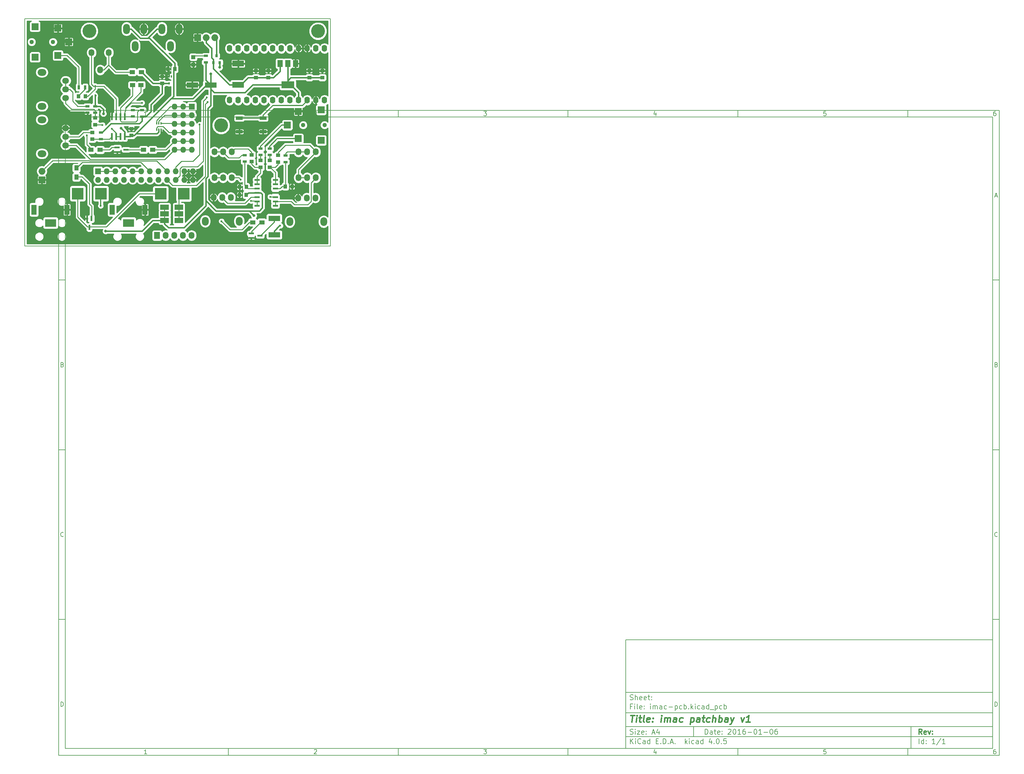
<source format=gtl>
G04 #@! TF.FileFunction,Copper,L1,Top,Signal*
%FSLAX46Y46*%
G04 Gerber Fmt 4.6, Leading zero omitted, Abs format (unit mm)*
G04 Created by KiCad (PCBNEW 4.0.5) date 2017 January 19, Thursday 18:54:43*
%MOMM*%
%LPD*%
G01*
G04 APERTURE LIST*
%ADD10C,0.100000*%
%ADD11C,0.150000*%
%ADD12C,0.300000*%
%ADD13C,0.400000*%
%ADD14C,0.800000*%
%ADD15R,2.000000X2.000000*%
%ADD16C,1.300000*%
%ADD17R,3.500000X1.600000*%
%ADD18R,1.000000X1.250000*%
%ADD19R,1.250000X1.000000*%
%ADD20R,1.200000X1.200000*%
%ADD21R,1.727200X1.727200*%
%ADD22O,1.727200X1.727200*%
%ADD23R,1.727200X2.032000*%
%ADD24O,1.727200X2.032000*%
%ADD25R,0.800000X0.900000*%
%ADD26R,1.500000X0.600000*%
%ADD27R,0.406400X0.660400*%
%ADD28R,0.398780X0.749300*%
%ADD29R,0.403000X0.710000*%
%ADD30R,1.500000X3.000000*%
%ADD31R,3.300000X2.300000*%
%ADD32R,1.998980X1.998980*%
%ADD33O,1.998980X1.998980*%
%ADD34R,3.500000X1.800000*%
%ADD35R,0.700000X1.300000*%
%ADD36R,1.500000X1.300000*%
%ADD37R,1.300000X0.700000*%
%ADD38R,1.300000X1.500000*%
%ADD39R,2.000000X1.000000*%
%ADD40O,1.600000X2.000000*%
%ADD41R,3.800000X2.000000*%
%ADD42R,1.500000X2.000000*%
%ADD43O,2.540000X2.000000*%
%ADD44O,2.032000X1.727200*%
%ADD45O,2.000000X2.540000*%
%ADD46R,0.600000X2.000000*%
%ADD47O,2.000000X3.000000*%
%ADD48R,1.500000X1.250000*%
%ADD49R,3.500000X3.500000*%
%ADD50R,0.600000X1.500000*%
%ADD51C,4.064000*%
%ADD52R,2.500000X1.500000*%
%ADD53C,0.600000*%
%ADD54C,0.250000*%
%ADD55C,0.350000*%
%ADD56C,0.254000*%
G04 APERTURE END LIST*
D10*
D11*
X177002200Y-116007200D02*
X177002200Y-148007200D01*
X285002200Y-148007200D01*
X285002200Y-116007200D01*
X177002200Y-116007200D01*
D10*
D11*
X10000000Y40000000D02*
X10000000Y-150007200D01*
X287002200Y-150007200D01*
X287002200Y40000000D01*
X10000000Y40000000D01*
D10*
D11*
X12000000Y38000000D02*
X12000000Y-148007200D01*
X285002200Y-148007200D01*
X285002200Y38000000D01*
X12000000Y38000000D01*
D10*
D11*
X60000000Y38000000D02*
X60000000Y40000000D01*
D10*
D11*
X110000000Y38000000D02*
X110000000Y40000000D01*
D10*
D11*
X160000000Y38000000D02*
X160000000Y40000000D01*
D10*
D11*
X210000000Y38000000D02*
X210000000Y40000000D01*
D10*
D11*
X260000000Y38000000D02*
X260000000Y40000000D01*
D10*
D11*
X35990476Y38411905D02*
X35247619Y38411905D01*
X35619048Y38411905D02*
X35619048Y39711905D01*
X35495238Y39526190D01*
X35371429Y39402381D01*
X35247619Y39340476D01*
D10*
D11*
X85247619Y39588095D02*
X85309524Y39650000D01*
X85433333Y39711905D01*
X85742857Y39711905D01*
X85866667Y39650000D01*
X85928571Y39588095D01*
X85990476Y39464286D01*
X85990476Y39340476D01*
X85928571Y39154762D01*
X85185714Y38411905D01*
X85990476Y38411905D01*
D10*
D11*
X135185714Y39711905D02*
X135990476Y39711905D01*
X135557143Y39216667D01*
X135742857Y39216667D01*
X135866667Y39154762D01*
X135928571Y39092857D01*
X135990476Y38969048D01*
X135990476Y38659524D01*
X135928571Y38535714D01*
X135866667Y38473810D01*
X135742857Y38411905D01*
X135371429Y38411905D01*
X135247619Y38473810D01*
X135185714Y38535714D01*
D10*
D11*
X185866667Y39278571D02*
X185866667Y38411905D01*
X185557143Y39773810D02*
X185247619Y38845238D01*
X186052381Y38845238D01*
D10*
D11*
X235928571Y39711905D02*
X235309524Y39711905D01*
X235247619Y39092857D01*
X235309524Y39154762D01*
X235433333Y39216667D01*
X235742857Y39216667D01*
X235866667Y39154762D01*
X235928571Y39092857D01*
X235990476Y38969048D01*
X235990476Y38659524D01*
X235928571Y38535714D01*
X235866667Y38473810D01*
X235742857Y38411905D01*
X235433333Y38411905D01*
X235309524Y38473810D01*
X235247619Y38535714D01*
D10*
D11*
X285866667Y39711905D02*
X285619048Y39711905D01*
X285495238Y39650000D01*
X285433333Y39588095D01*
X285309524Y39402381D01*
X285247619Y39154762D01*
X285247619Y38659524D01*
X285309524Y38535714D01*
X285371429Y38473810D01*
X285495238Y38411905D01*
X285742857Y38411905D01*
X285866667Y38473810D01*
X285928571Y38535714D01*
X285990476Y38659524D01*
X285990476Y38969048D01*
X285928571Y39092857D01*
X285866667Y39154762D01*
X285742857Y39216667D01*
X285495238Y39216667D01*
X285371429Y39154762D01*
X285309524Y39092857D01*
X285247619Y38969048D01*
D10*
D11*
X60000000Y-148007200D02*
X60000000Y-150007200D01*
D10*
D11*
X110000000Y-148007200D02*
X110000000Y-150007200D01*
D10*
D11*
X160000000Y-148007200D02*
X160000000Y-150007200D01*
D10*
D11*
X210000000Y-148007200D02*
X210000000Y-150007200D01*
D10*
D11*
X260000000Y-148007200D02*
X260000000Y-150007200D01*
D10*
D11*
X35990476Y-149595295D02*
X35247619Y-149595295D01*
X35619048Y-149595295D02*
X35619048Y-148295295D01*
X35495238Y-148481010D01*
X35371429Y-148604819D01*
X35247619Y-148666724D01*
D10*
D11*
X85247619Y-148419105D02*
X85309524Y-148357200D01*
X85433333Y-148295295D01*
X85742857Y-148295295D01*
X85866667Y-148357200D01*
X85928571Y-148419105D01*
X85990476Y-148542914D01*
X85990476Y-148666724D01*
X85928571Y-148852438D01*
X85185714Y-149595295D01*
X85990476Y-149595295D01*
D10*
D11*
X135185714Y-148295295D02*
X135990476Y-148295295D01*
X135557143Y-148790533D01*
X135742857Y-148790533D01*
X135866667Y-148852438D01*
X135928571Y-148914343D01*
X135990476Y-149038152D01*
X135990476Y-149347676D01*
X135928571Y-149471486D01*
X135866667Y-149533390D01*
X135742857Y-149595295D01*
X135371429Y-149595295D01*
X135247619Y-149533390D01*
X135185714Y-149471486D01*
D10*
D11*
X185866667Y-148728629D02*
X185866667Y-149595295D01*
X185557143Y-148233390D02*
X185247619Y-149161962D01*
X186052381Y-149161962D01*
D10*
D11*
X235928571Y-148295295D02*
X235309524Y-148295295D01*
X235247619Y-148914343D01*
X235309524Y-148852438D01*
X235433333Y-148790533D01*
X235742857Y-148790533D01*
X235866667Y-148852438D01*
X235928571Y-148914343D01*
X235990476Y-149038152D01*
X235990476Y-149347676D01*
X235928571Y-149471486D01*
X235866667Y-149533390D01*
X235742857Y-149595295D01*
X235433333Y-149595295D01*
X235309524Y-149533390D01*
X235247619Y-149471486D01*
D10*
D11*
X285866667Y-148295295D02*
X285619048Y-148295295D01*
X285495238Y-148357200D01*
X285433333Y-148419105D01*
X285309524Y-148604819D01*
X285247619Y-148852438D01*
X285247619Y-149347676D01*
X285309524Y-149471486D01*
X285371429Y-149533390D01*
X285495238Y-149595295D01*
X285742857Y-149595295D01*
X285866667Y-149533390D01*
X285928571Y-149471486D01*
X285990476Y-149347676D01*
X285990476Y-149038152D01*
X285928571Y-148914343D01*
X285866667Y-148852438D01*
X285742857Y-148790533D01*
X285495238Y-148790533D01*
X285371429Y-148852438D01*
X285309524Y-148914343D01*
X285247619Y-149038152D01*
D10*
D11*
X10000000Y-10000000D02*
X12000000Y-10000000D01*
D10*
D11*
X10000000Y-60000000D02*
X12000000Y-60000000D01*
D10*
D11*
X10000000Y-110000000D02*
X12000000Y-110000000D01*
D10*
D11*
X10690476Y14783333D02*
X11309524Y14783333D01*
X10566667Y14411905D02*
X11000000Y15711905D01*
X11433333Y14411905D01*
D10*
D11*
X11092857Y-34907143D02*
X11278571Y-34969048D01*
X11340476Y-35030952D01*
X11402381Y-35154762D01*
X11402381Y-35340476D01*
X11340476Y-35464286D01*
X11278571Y-35526190D01*
X11154762Y-35588095D01*
X10659524Y-35588095D01*
X10659524Y-34288095D01*
X11092857Y-34288095D01*
X11216667Y-34350000D01*
X11278571Y-34411905D01*
X11340476Y-34535714D01*
X11340476Y-34659524D01*
X11278571Y-34783333D01*
X11216667Y-34845238D01*
X11092857Y-34907143D01*
X10659524Y-34907143D01*
D10*
D11*
X11402381Y-85464286D02*
X11340476Y-85526190D01*
X11154762Y-85588095D01*
X11030952Y-85588095D01*
X10845238Y-85526190D01*
X10721429Y-85402381D01*
X10659524Y-85278571D01*
X10597619Y-85030952D01*
X10597619Y-84845238D01*
X10659524Y-84597619D01*
X10721429Y-84473810D01*
X10845238Y-84350000D01*
X11030952Y-84288095D01*
X11154762Y-84288095D01*
X11340476Y-84350000D01*
X11402381Y-84411905D01*
D10*
D11*
X10659524Y-135588095D02*
X10659524Y-134288095D01*
X10969048Y-134288095D01*
X11154762Y-134350000D01*
X11278571Y-134473810D01*
X11340476Y-134597619D01*
X11402381Y-134845238D01*
X11402381Y-135030952D01*
X11340476Y-135278571D01*
X11278571Y-135402381D01*
X11154762Y-135526190D01*
X10969048Y-135588095D01*
X10659524Y-135588095D01*
D10*
D11*
X287002200Y-10000000D02*
X285002200Y-10000000D01*
D10*
D11*
X287002200Y-60000000D02*
X285002200Y-60000000D01*
D10*
D11*
X287002200Y-110000000D02*
X285002200Y-110000000D01*
D10*
D11*
X285692676Y14783333D02*
X286311724Y14783333D01*
X285568867Y14411905D02*
X286002200Y15711905D01*
X286435533Y14411905D01*
D10*
D11*
X286095057Y-34907143D02*
X286280771Y-34969048D01*
X286342676Y-35030952D01*
X286404581Y-35154762D01*
X286404581Y-35340476D01*
X286342676Y-35464286D01*
X286280771Y-35526190D01*
X286156962Y-35588095D01*
X285661724Y-35588095D01*
X285661724Y-34288095D01*
X286095057Y-34288095D01*
X286218867Y-34350000D01*
X286280771Y-34411905D01*
X286342676Y-34535714D01*
X286342676Y-34659524D01*
X286280771Y-34783333D01*
X286218867Y-34845238D01*
X286095057Y-34907143D01*
X285661724Y-34907143D01*
D10*
D11*
X286404581Y-85464286D02*
X286342676Y-85526190D01*
X286156962Y-85588095D01*
X286033152Y-85588095D01*
X285847438Y-85526190D01*
X285723629Y-85402381D01*
X285661724Y-85278571D01*
X285599819Y-85030952D01*
X285599819Y-84845238D01*
X285661724Y-84597619D01*
X285723629Y-84473810D01*
X285847438Y-84350000D01*
X286033152Y-84288095D01*
X286156962Y-84288095D01*
X286342676Y-84350000D01*
X286404581Y-84411905D01*
D10*
D11*
X285661724Y-135588095D02*
X285661724Y-134288095D01*
X285971248Y-134288095D01*
X286156962Y-134350000D01*
X286280771Y-134473810D01*
X286342676Y-134597619D01*
X286404581Y-134845238D01*
X286404581Y-135030952D01*
X286342676Y-135278571D01*
X286280771Y-135402381D01*
X286156962Y-135526190D01*
X285971248Y-135588095D01*
X285661724Y-135588095D01*
D10*
D11*
X200359343Y-143785771D02*
X200359343Y-142285771D01*
X200716486Y-142285771D01*
X200930771Y-142357200D01*
X201073629Y-142500057D01*
X201145057Y-142642914D01*
X201216486Y-142928629D01*
X201216486Y-143142914D01*
X201145057Y-143428629D01*
X201073629Y-143571486D01*
X200930771Y-143714343D01*
X200716486Y-143785771D01*
X200359343Y-143785771D01*
X202502200Y-143785771D02*
X202502200Y-143000057D01*
X202430771Y-142857200D01*
X202287914Y-142785771D01*
X202002200Y-142785771D01*
X201859343Y-142857200D01*
X202502200Y-143714343D02*
X202359343Y-143785771D01*
X202002200Y-143785771D01*
X201859343Y-143714343D01*
X201787914Y-143571486D01*
X201787914Y-143428629D01*
X201859343Y-143285771D01*
X202002200Y-143214343D01*
X202359343Y-143214343D01*
X202502200Y-143142914D01*
X203002200Y-142785771D02*
X203573629Y-142785771D01*
X203216486Y-142285771D02*
X203216486Y-143571486D01*
X203287914Y-143714343D01*
X203430772Y-143785771D01*
X203573629Y-143785771D01*
X204645057Y-143714343D02*
X204502200Y-143785771D01*
X204216486Y-143785771D01*
X204073629Y-143714343D01*
X204002200Y-143571486D01*
X204002200Y-143000057D01*
X204073629Y-142857200D01*
X204216486Y-142785771D01*
X204502200Y-142785771D01*
X204645057Y-142857200D01*
X204716486Y-143000057D01*
X204716486Y-143142914D01*
X204002200Y-143285771D01*
X205359343Y-143642914D02*
X205430771Y-143714343D01*
X205359343Y-143785771D01*
X205287914Y-143714343D01*
X205359343Y-143642914D01*
X205359343Y-143785771D01*
X205359343Y-142857200D02*
X205430771Y-142928629D01*
X205359343Y-143000057D01*
X205287914Y-142928629D01*
X205359343Y-142857200D01*
X205359343Y-143000057D01*
X207145057Y-142428629D02*
X207216486Y-142357200D01*
X207359343Y-142285771D01*
X207716486Y-142285771D01*
X207859343Y-142357200D01*
X207930772Y-142428629D01*
X208002200Y-142571486D01*
X208002200Y-142714343D01*
X207930772Y-142928629D01*
X207073629Y-143785771D01*
X208002200Y-143785771D01*
X208930771Y-142285771D02*
X209073628Y-142285771D01*
X209216485Y-142357200D01*
X209287914Y-142428629D01*
X209359343Y-142571486D01*
X209430771Y-142857200D01*
X209430771Y-143214343D01*
X209359343Y-143500057D01*
X209287914Y-143642914D01*
X209216485Y-143714343D01*
X209073628Y-143785771D01*
X208930771Y-143785771D01*
X208787914Y-143714343D01*
X208716485Y-143642914D01*
X208645057Y-143500057D01*
X208573628Y-143214343D01*
X208573628Y-142857200D01*
X208645057Y-142571486D01*
X208716485Y-142428629D01*
X208787914Y-142357200D01*
X208930771Y-142285771D01*
X210859342Y-143785771D02*
X210002199Y-143785771D01*
X210430771Y-143785771D02*
X210430771Y-142285771D01*
X210287914Y-142500057D01*
X210145056Y-142642914D01*
X210002199Y-142714343D01*
X212145056Y-142285771D02*
X211859342Y-142285771D01*
X211716485Y-142357200D01*
X211645056Y-142428629D01*
X211502199Y-142642914D01*
X211430770Y-142928629D01*
X211430770Y-143500057D01*
X211502199Y-143642914D01*
X211573627Y-143714343D01*
X211716485Y-143785771D01*
X212002199Y-143785771D01*
X212145056Y-143714343D01*
X212216485Y-143642914D01*
X212287913Y-143500057D01*
X212287913Y-143142914D01*
X212216485Y-143000057D01*
X212145056Y-142928629D01*
X212002199Y-142857200D01*
X211716485Y-142857200D01*
X211573627Y-142928629D01*
X211502199Y-143000057D01*
X211430770Y-143142914D01*
X212930770Y-143214343D02*
X214073627Y-143214343D01*
X215073627Y-142285771D02*
X215216484Y-142285771D01*
X215359341Y-142357200D01*
X215430770Y-142428629D01*
X215502199Y-142571486D01*
X215573627Y-142857200D01*
X215573627Y-143214343D01*
X215502199Y-143500057D01*
X215430770Y-143642914D01*
X215359341Y-143714343D01*
X215216484Y-143785771D01*
X215073627Y-143785771D01*
X214930770Y-143714343D01*
X214859341Y-143642914D01*
X214787913Y-143500057D01*
X214716484Y-143214343D01*
X214716484Y-142857200D01*
X214787913Y-142571486D01*
X214859341Y-142428629D01*
X214930770Y-142357200D01*
X215073627Y-142285771D01*
X217002198Y-143785771D02*
X216145055Y-143785771D01*
X216573627Y-143785771D02*
X216573627Y-142285771D01*
X216430770Y-142500057D01*
X216287912Y-142642914D01*
X216145055Y-142714343D01*
X217645055Y-143214343D02*
X218787912Y-143214343D01*
X219787912Y-142285771D02*
X219930769Y-142285771D01*
X220073626Y-142357200D01*
X220145055Y-142428629D01*
X220216484Y-142571486D01*
X220287912Y-142857200D01*
X220287912Y-143214343D01*
X220216484Y-143500057D01*
X220145055Y-143642914D01*
X220073626Y-143714343D01*
X219930769Y-143785771D01*
X219787912Y-143785771D01*
X219645055Y-143714343D01*
X219573626Y-143642914D01*
X219502198Y-143500057D01*
X219430769Y-143214343D01*
X219430769Y-142857200D01*
X219502198Y-142571486D01*
X219573626Y-142428629D01*
X219645055Y-142357200D01*
X219787912Y-142285771D01*
X221573626Y-142285771D02*
X221287912Y-142285771D01*
X221145055Y-142357200D01*
X221073626Y-142428629D01*
X220930769Y-142642914D01*
X220859340Y-142928629D01*
X220859340Y-143500057D01*
X220930769Y-143642914D01*
X221002197Y-143714343D01*
X221145055Y-143785771D01*
X221430769Y-143785771D01*
X221573626Y-143714343D01*
X221645055Y-143642914D01*
X221716483Y-143500057D01*
X221716483Y-143142914D01*
X221645055Y-143000057D01*
X221573626Y-142928629D01*
X221430769Y-142857200D01*
X221145055Y-142857200D01*
X221002197Y-142928629D01*
X220930769Y-143000057D01*
X220859340Y-143142914D01*
D10*
D11*
X177002200Y-144507200D02*
X285002200Y-144507200D01*
D10*
D11*
X178359343Y-146585771D02*
X178359343Y-145085771D01*
X179216486Y-146585771D02*
X178573629Y-145728629D01*
X179216486Y-145085771D02*
X178359343Y-145942914D01*
X179859343Y-146585771D02*
X179859343Y-145585771D01*
X179859343Y-145085771D02*
X179787914Y-145157200D01*
X179859343Y-145228629D01*
X179930771Y-145157200D01*
X179859343Y-145085771D01*
X179859343Y-145228629D01*
X181430772Y-146442914D02*
X181359343Y-146514343D01*
X181145057Y-146585771D01*
X181002200Y-146585771D01*
X180787915Y-146514343D01*
X180645057Y-146371486D01*
X180573629Y-146228629D01*
X180502200Y-145942914D01*
X180502200Y-145728629D01*
X180573629Y-145442914D01*
X180645057Y-145300057D01*
X180787915Y-145157200D01*
X181002200Y-145085771D01*
X181145057Y-145085771D01*
X181359343Y-145157200D01*
X181430772Y-145228629D01*
X182716486Y-146585771D02*
X182716486Y-145800057D01*
X182645057Y-145657200D01*
X182502200Y-145585771D01*
X182216486Y-145585771D01*
X182073629Y-145657200D01*
X182716486Y-146514343D02*
X182573629Y-146585771D01*
X182216486Y-146585771D01*
X182073629Y-146514343D01*
X182002200Y-146371486D01*
X182002200Y-146228629D01*
X182073629Y-146085771D01*
X182216486Y-146014343D01*
X182573629Y-146014343D01*
X182716486Y-145942914D01*
X184073629Y-146585771D02*
X184073629Y-145085771D01*
X184073629Y-146514343D02*
X183930772Y-146585771D01*
X183645058Y-146585771D01*
X183502200Y-146514343D01*
X183430772Y-146442914D01*
X183359343Y-146300057D01*
X183359343Y-145871486D01*
X183430772Y-145728629D01*
X183502200Y-145657200D01*
X183645058Y-145585771D01*
X183930772Y-145585771D01*
X184073629Y-145657200D01*
X185930772Y-145800057D02*
X186430772Y-145800057D01*
X186645058Y-146585771D02*
X185930772Y-146585771D01*
X185930772Y-145085771D01*
X186645058Y-145085771D01*
X187287915Y-146442914D02*
X187359343Y-146514343D01*
X187287915Y-146585771D01*
X187216486Y-146514343D01*
X187287915Y-146442914D01*
X187287915Y-146585771D01*
X188002201Y-146585771D02*
X188002201Y-145085771D01*
X188359344Y-145085771D01*
X188573629Y-145157200D01*
X188716487Y-145300057D01*
X188787915Y-145442914D01*
X188859344Y-145728629D01*
X188859344Y-145942914D01*
X188787915Y-146228629D01*
X188716487Y-146371486D01*
X188573629Y-146514343D01*
X188359344Y-146585771D01*
X188002201Y-146585771D01*
X189502201Y-146442914D02*
X189573629Y-146514343D01*
X189502201Y-146585771D01*
X189430772Y-146514343D01*
X189502201Y-146442914D01*
X189502201Y-146585771D01*
X190145058Y-146157200D02*
X190859344Y-146157200D01*
X190002201Y-146585771D02*
X190502201Y-145085771D01*
X191002201Y-146585771D01*
X191502201Y-146442914D02*
X191573629Y-146514343D01*
X191502201Y-146585771D01*
X191430772Y-146514343D01*
X191502201Y-146442914D01*
X191502201Y-146585771D01*
X194502201Y-146585771D02*
X194502201Y-145085771D01*
X194645058Y-146014343D02*
X195073629Y-146585771D01*
X195073629Y-145585771D02*
X194502201Y-146157200D01*
X195716487Y-146585771D02*
X195716487Y-145585771D01*
X195716487Y-145085771D02*
X195645058Y-145157200D01*
X195716487Y-145228629D01*
X195787915Y-145157200D01*
X195716487Y-145085771D01*
X195716487Y-145228629D01*
X197073630Y-146514343D02*
X196930773Y-146585771D01*
X196645059Y-146585771D01*
X196502201Y-146514343D01*
X196430773Y-146442914D01*
X196359344Y-146300057D01*
X196359344Y-145871486D01*
X196430773Y-145728629D01*
X196502201Y-145657200D01*
X196645059Y-145585771D01*
X196930773Y-145585771D01*
X197073630Y-145657200D01*
X198359344Y-146585771D02*
X198359344Y-145800057D01*
X198287915Y-145657200D01*
X198145058Y-145585771D01*
X197859344Y-145585771D01*
X197716487Y-145657200D01*
X198359344Y-146514343D02*
X198216487Y-146585771D01*
X197859344Y-146585771D01*
X197716487Y-146514343D01*
X197645058Y-146371486D01*
X197645058Y-146228629D01*
X197716487Y-146085771D01*
X197859344Y-146014343D01*
X198216487Y-146014343D01*
X198359344Y-145942914D01*
X199716487Y-146585771D02*
X199716487Y-145085771D01*
X199716487Y-146514343D02*
X199573630Y-146585771D01*
X199287916Y-146585771D01*
X199145058Y-146514343D01*
X199073630Y-146442914D01*
X199002201Y-146300057D01*
X199002201Y-145871486D01*
X199073630Y-145728629D01*
X199145058Y-145657200D01*
X199287916Y-145585771D01*
X199573630Y-145585771D01*
X199716487Y-145657200D01*
X202216487Y-145585771D02*
X202216487Y-146585771D01*
X201859344Y-145014343D02*
X201502201Y-146085771D01*
X202430773Y-146085771D01*
X203002201Y-146442914D02*
X203073629Y-146514343D01*
X203002201Y-146585771D01*
X202930772Y-146514343D01*
X203002201Y-146442914D01*
X203002201Y-146585771D01*
X204002201Y-145085771D02*
X204145058Y-145085771D01*
X204287915Y-145157200D01*
X204359344Y-145228629D01*
X204430773Y-145371486D01*
X204502201Y-145657200D01*
X204502201Y-146014343D01*
X204430773Y-146300057D01*
X204359344Y-146442914D01*
X204287915Y-146514343D01*
X204145058Y-146585771D01*
X204002201Y-146585771D01*
X203859344Y-146514343D01*
X203787915Y-146442914D01*
X203716487Y-146300057D01*
X203645058Y-146014343D01*
X203645058Y-145657200D01*
X203716487Y-145371486D01*
X203787915Y-145228629D01*
X203859344Y-145157200D01*
X204002201Y-145085771D01*
X205145058Y-146442914D02*
X205216486Y-146514343D01*
X205145058Y-146585771D01*
X205073629Y-146514343D01*
X205145058Y-146442914D01*
X205145058Y-146585771D01*
X206573630Y-145085771D02*
X205859344Y-145085771D01*
X205787915Y-145800057D01*
X205859344Y-145728629D01*
X206002201Y-145657200D01*
X206359344Y-145657200D01*
X206502201Y-145728629D01*
X206573630Y-145800057D01*
X206645058Y-145942914D01*
X206645058Y-146300057D01*
X206573630Y-146442914D01*
X206502201Y-146514343D01*
X206359344Y-146585771D01*
X206002201Y-146585771D01*
X205859344Y-146514343D01*
X205787915Y-146442914D01*
D10*
D11*
X177002200Y-141507200D02*
X285002200Y-141507200D01*
D10*
D12*
X264216486Y-143785771D02*
X263716486Y-143071486D01*
X263359343Y-143785771D02*
X263359343Y-142285771D01*
X263930771Y-142285771D01*
X264073629Y-142357200D01*
X264145057Y-142428629D01*
X264216486Y-142571486D01*
X264216486Y-142785771D01*
X264145057Y-142928629D01*
X264073629Y-143000057D01*
X263930771Y-143071486D01*
X263359343Y-143071486D01*
X265430771Y-143714343D02*
X265287914Y-143785771D01*
X265002200Y-143785771D01*
X264859343Y-143714343D01*
X264787914Y-143571486D01*
X264787914Y-143000057D01*
X264859343Y-142857200D01*
X265002200Y-142785771D01*
X265287914Y-142785771D01*
X265430771Y-142857200D01*
X265502200Y-143000057D01*
X265502200Y-143142914D01*
X264787914Y-143285771D01*
X266002200Y-142785771D02*
X266359343Y-143785771D01*
X266716485Y-142785771D01*
X267287914Y-143642914D02*
X267359342Y-143714343D01*
X267287914Y-143785771D01*
X267216485Y-143714343D01*
X267287914Y-143642914D01*
X267287914Y-143785771D01*
X267287914Y-142857200D02*
X267359342Y-142928629D01*
X267287914Y-143000057D01*
X267216485Y-142928629D01*
X267287914Y-142857200D01*
X267287914Y-143000057D01*
D10*
D11*
X178287914Y-143714343D02*
X178502200Y-143785771D01*
X178859343Y-143785771D01*
X179002200Y-143714343D01*
X179073629Y-143642914D01*
X179145057Y-143500057D01*
X179145057Y-143357200D01*
X179073629Y-143214343D01*
X179002200Y-143142914D01*
X178859343Y-143071486D01*
X178573629Y-143000057D01*
X178430771Y-142928629D01*
X178359343Y-142857200D01*
X178287914Y-142714343D01*
X178287914Y-142571486D01*
X178359343Y-142428629D01*
X178430771Y-142357200D01*
X178573629Y-142285771D01*
X178930771Y-142285771D01*
X179145057Y-142357200D01*
X179787914Y-143785771D02*
X179787914Y-142785771D01*
X179787914Y-142285771D02*
X179716485Y-142357200D01*
X179787914Y-142428629D01*
X179859342Y-142357200D01*
X179787914Y-142285771D01*
X179787914Y-142428629D01*
X180359343Y-142785771D02*
X181145057Y-142785771D01*
X180359343Y-143785771D01*
X181145057Y-143785771D01*
X182287914Y-143714343D02*
X182145057Y-143785771D01*
X181859343Y-143785771D01*
X181716486Y-143714343D01*
X181645057Y-143571486D01*
X181645057Y-143000057D01*
X181716486Y-142857200D01*
X181859343Y-142785771D01*
X182145057Y-142785771D01*
X182287914Y-142857200D01*
X182359343Y-143000057D01*
X182359343Y-143142914D01*
X181645057Y-143285771D01*
X183002200Y-143642914D02*
X183073628Y-143714343D01*
X183002200Y-143785771D01*
X182930771Y-143714343D01*
X183002200Y-143642914D01*
X183002200Y-143785771D01*
X183002200Y-142857200D02*
X183073628Y-142928629D01*
X183002200Y-143000057D01*
X182930771Y-142928629D01*
X183002200Y-142857200D01*
X183002200Y-143000057D01*
X184787914Y-143357200D02*
X185502200Y-143357200D01*
X184645057Y-143785771D02*
X185145057Y-142285771D01*
X185645057Y-143785771D01*
X186787914Y-142785771D02*
X186787914Y-143785771D01*
X186430771Y-142214343D02*
X186073628Y-143285771D01*
X187002200Y-143285771D01*
D10*
D11*
X263359343Y-146585771D02*
X263359343Y-145085771D01*
X264716486Y-146585771D02*
X264716486Y-145085771D01*
X264716486Y-146514343D02*
X264573629Y-146585771D01*
X264287915Y-146585771D01*
X264145057Y-146514343D01*
X264073629Y-146442914D01*
X264002200Y-146300057D01*
X264002200Y-145871486D01*
X264073629Y-145728629D01*
X264145057Y-145657200D01*
X264287915Y-145585771D01*
X264573629Y-145585771D01*
X264716486Y-145657200D01*
X265430772Y-146442914D02*
X265502200Y-146514343D01*
X265430772Y-146585771D01*
X265359343Y-146514343D01*
X265430772Y-146442914D01*
X265430772Y-146585771D01*
X265430772Y-145657200D02*
X265502200Y-145728629D01*
X265430772Y-145800057D01*
X265359343Y-145728629D01*
X265430772Y-145657200D01*
X265430772Y-145800057D01*
X268073629Y-146585771D02*
X267216486Y-146585771D01*
X267645058Y-146585771D02*
X267645058Y-145085771D01*
X267502201Y-145300057D01*
X267359343Y-145442914D01*
X267216486Y-145514343D01*
X269787914Y-145014343D02*
X268502200Y-146942914D01*
X271073629Y-146585771D02*
X270216486Y-146585771D01*
X270645058Y-146585771D02*
X270645058Y-145085771D01*
X270502201Y-145300057D01*
X270359343Y-145442914D01*
X270216486Y-145514343D01*
D10*
D11*
X177002200Y-137507200D02*
X285002200Y-137507200D01*
D10*
D13*
X178454581Y-138211962D02*
X179597438Y-138211962D01*
X178776010Y-140211962D02*
X179026010Y-138211962D01*
X180014105Y-140211962D02*
X180180771Y-138878629D01*
X180264105Y-138211962D02*
X180156962Y-138307200D01*
X180240295Y-138402438D01*
X180347439Y-138307200D01*
X180264105Y-138211962D01*
X180240295Y-138402438D01*
X180847438Y-138878629D02*
X181609343Y-138878629D01*
X181216486Y-138211962D02*
X181002200Y-139926248D01*
X181073630Y-140116724D01*
X181252201Y-140211962D01*
X181442677Y-140211962D01*
X182395058Y-140211962D02*
X182216487Y-140116724D01*
X182145057Y-139926248D01*
X182359343Y-138211962D01*
X183930772Y-140116724D02*
X183728391Y-140211962D01*
X183347439Y-140211962D01*
X183168867Y-140116724D01*
X183097438Y-139926248D01*
X183192676Y-139164343D01*
X183311724Y-138973867D01*
X183514105Y-138878629D01*
X183895057Y-138878629D01*
X184073629Y-138973867D01*
X184145057Y-139164343D01*
X184121248Y-139354819D01*
X183145057Y-139545295D01*
X184895057Y-140021486D02*
X184978392Y-140116724D01*
X184871248Y-140211962D01*
X184787915Y-140116724D01*
X184895057Y-140021486D01*
X184871248Y-140211962D01*
X185026010Y-138973867D02*
X185109344Y-139069105D01*
X185002200Y-139164343D01*
X184918867Y-139069105D01*
X185026010Y-138973867D01*
X185002200Y-139164343D01*
X187347439Y-140211962D02*
X187514105Y-138878629D01*
X187597439Y-138211962D02*
X187490296Y-138307200D01*
X187573629Y-138402438D01*
X187680773Y-138307200D01*
X187597439Y-138211962D01*
X187573629Y-138402438D01*
X188299820Y-140211962D02*
X188466486Y-138878629D01*
X188442677Y-139069105D02*
X188549821Y-138973867D01*
X188752201Y-138878629D01*
X189037915Y-138878629D01*
X189216487Y-138973867D01*
X189287915Y-139164343D01*
X189156963Y-140211962D01*
X189287915Y-139164343D02*
X189406963Y-138973867D01*
X189609344Y-138878629D01*
X189895058Y-138878629D01*
X190073630Y-138973867D01*
X190145058Y-139164343D01*
X190014106Y-140211962D01*
X191823630Y-140211962D02*
X191954582Y-139164343D01*
X191883154Y-138973867D01*
X191704582Y-138878629D01*
X191323630Y-138878629D01*
X191121249Y-138973867D01*
X191835535Y-140116724D02*
X191633154Y-140211962D01*
X191156964Y-140211962D01*
X190978392Y-140116724D01*
X190906963Y-139926248D01*
X190930773Y-139735771D01*
X191049820Y-139545295D01*
X191252202Y-139450057D01*
X191728392Y-139450057D01*
X191930773Y-139354819D01*
X193645059Y-140116724D02*
X193442678Y-140211962D01*
X193061726Y-140211962D01*
X192883155Y-140116724D01*
X192799820Y-140021486D01*
X192728392Y-139831010D01*
X192799820Y-139259581D01*
X192918868Y-139069105D01*
X193026012Y-138973867D01*
X193228392Y-138878629D01*
X193609344Y-138878629D01*
X193787916Y-138973867D01*
X196180773Y-138878629D02*
X195930773Y-140878629D01*
X196168869Y-138973867D02*
X196371250Y-138878629D01*
X196752202Y-138878629D01*
X196930774Y-138973867D01*
X197014107Y-139069105D01*
X197085535Y-139259581D01*
X197014107Y-139831010D01*
X196895059Y-140021486D01*
X196787917Y-140116724D01*
X196585536Y-140211962D01*
X196204584Y-140211962D01*
X196026012Y-140116724D01*
X198680774Y-140211962D02*
X198811726Y-139164343D01*
X198740298Y-138973867D01*
X198561726Y-138878629D01*
X198180774Y-138878629D01*
X197978393Y-138973867D01*
X198692679Y-140116724D02*
X198490298Y-140211962D01*
X198014108Y-140211962D01*
X197835536Y-140116724D01*
X197764107Y-139926248D01*
X197787917Y-139735771D01*
X197906964Y-139545295D01*
X198109346Y-139450057D01*
X198585536Y-139450057D01*
X198787917Y-139354819D01*
X199514107Y-138878629D02*
X200276012Y-138878629D01*
X199883155Y-138211962D02*
X199668869Y-139926248D01*
X199740299Y-140116724D01*
X199918870Y-140211962D01*
X200109346Y-140211962D01*
X201645060Y-140116724D02*
X201442679Y-140211962D01*
X201061727Y-140211962D01*
X200883156Y-140116724D01*
X200799821Y-140021486D01*
X200728393Y-139831010D01*
X200799821Y-139259581D01*
X200918869Y-139069105D01*
X201026013Y-138973867D01*
X201228393Y-138878629D01*
X201609345Y-138878629D01*
X201787917Y-138973867D01*
X202490298Y-140211962D02*
X202740298Y-138211962D01*
X203347441Y-140211962D02*
X203478393Y-139164343D01*
X203406965Y-138973867D01*
X203228393Y-138878629D01*
X202942679Y-138878629D01*
X202740299Y-138973867D01*
X202633155Y-139069105D01*
X204299822Y-140211962D02*
X204549822Y-138211962D01*
X204454584Y-138973867D02*
X204656965Y-138878629D01*
X205037917Y-138878629D01*
X205216489Y-138973867D01*
X205299822Y-139069105D01*
X205371250Y-139259581D01*
X205299822Y-139831010D01*
X205180774Y-140021486D01*
X205073632Y-140116724D01*
X204871251Y-140211962D01*
X204490299Y-140211962D01*
X204311727Y-140116724D01*
X206966489Y-140211962D02*
X207097441Y-139164343D01*
X207026013Y-138973867D01*
X206847441Y-138878629D01*
X206466489Y-138878629D01*
X206264108Y-138973867D01*
X206978394Y-140116724D02*
X206776013Y-140211962D01*
X206299823Y-140211962D01*
X206121251Y-140116724D01*
X206049822Y-139926248D01*
X206073632Y-139735771D01*
X206192679Y-139545295D01*
X206395061Y-139450057D01*
X206871251Y-139450057D01*
X207073632Y-139354819D01*
X207895060Y-138878629D02*
X208204585Y-140211962D01*
X208847441Y-138878629D02*
X208204585Y-140211962D01*
X207954585Y-140688152D01*
X207847441Y-140783390D01*
X207645060Y-140878629D01*
X210942680Y-138878629D02*
X211252205Y-140211962D01*
X211895061Y-138878629D01*
X213537920Y-140211962D02*
X212395062Y-140211962D01*
X212966491Y-140211962D02*
X213216491Y-138211962D01*
X212990301Y-138497676D01*
X212776015Y-138688152D01*
X212573633Y-138783390D01*
D10*
D11*
X178859343Y-135600057D02*
X178359343Y-135600057D01*
X178359343Y-136385771D02*
X178359343Y-134885771D01*
X179073629Y-134885771D01*
X179645057Y-136385771D02*
X179645057Y-135385771D01*
X179645057Y-134885771D02*
X179573628Y-134957200D01*
X179645057Y-135028629D01*
X179716485Y-134957200D01*
X179645057Y-134885771D01*
X179645057Y-135028629D01*
X180573629Y-136385771D02*
X180430771Y-136314343D01*
X180359343Y-136171486D01*
X180359343Y-134885771D01*
X181716485Y-136314343D02*
X181573628Y-136385771D01*
X181287914Y-136385771D01*
X181145057Y-136314343D01*
X181073628Y-136171486D01*
X181073628Y-135600057D01*
X181145057Y-135457200D01*
X181287914Y-135385771D01*
X181573628Y-135385771D01*
X181716485Y-135457200D01*
X181787914Y-135600057D01*
X181787914Y-135742914D01*
X181073628Y-135885771D01*
X182430771Y-136242914D02*
X182502199Y-136314343D01*
X182430771Y-136385771D01*
X182359342Y-136314343D01*
X182430771Y-136242914D01*
X182430771Y-136385771D01*
X182430771Y-135457200D02*
X182502199Y-135528629D01*
X182430771Y-135600057D01*
X182359342Y-135528629D01*
X182430771Y-135457200D01*
X182430771Y-135600057D01*
X184287914Y-136385771D02*
X184287914Y-135385771D01*
X184287914Y-134885771D02*
X184216485Y-134957200D01*
X184287914Y-135028629D01*
X184359342Y-134957200D01*
X184287914Y-134885771D01*
X184287914Y-135028629D01*
X185002200Y-136385771D02*
X185002200Y-135385771D01*
X185002200Y-135528629D02*
X185073628Y-135457200D01*
X185216486Y-135385771D01*
X185430771Y-135385771D01*
X185573628Y-135457200D01*
X185645057Y-135600057D01*
X185645057Y-136385771D01*
X185645057Y-135600057D02*
X185716486Y-135457200D01*
X185859343Y-135385771D01*
X186073628Y-135385771D01*
X186216486Y-135457200D01*
X186287914Y-135600057D01*
X186287914Y-136385771D01*
X187645057Y-136385771D02*
X187645057Y-135600057D01*
X187573628Y-135457200D01*
X187430771Y-135385771D01*
X187145057Y-135385771D01*
X187002200Y-135457200D01*
X187645057Y-136314343D02*
X187502200Y-136385771D01*
X187145057Y-136385771D01*
X187002200Y-136314343D01*
X186930771Y-136171486D01*
X186930771Y-136028629D01*
X187002200Y-135885771D01*
X187145057Y-135814343D01*
X187502200Y-135814343D01*
X187645057Y-135742914D01*
X189002200Y-136314343D02*
X188859343Y-136385771D01*
X188573629Y-136385771D01*
X188430771Y-136314343D01*
X188359343Y-136242914D01*
X188287914Y-136100057D01*
X188287914Y-135671486D01*
X188359343Y-135528629D01*
X188430771Y-135457200D01*
X188573629Y-135385771D01*
X188859343Y-135385771D01*
X189002200Y-135457200D01*
X189645057Y-135814343D02*
X190787914Y-135814343D01*
X191502200Y-135385771D02*
X191502200Y-136885771D01*
X191502200Y-135457200D02*
X191645057Y-135385771D01*
X191930771Y-135385771D01*
X192073628Y-135457200D01*
X192145057Y-135528629D01*
X192216486Y-135671486D01*
X192216486Y-136100057D01*
X192145057Y-136242914D01*
X192073628Y-136314343D01*
X191930771Y-136385771D01*
X191645057Y-136385771D01*
X191502200Y-136314343D01*
X193502200Y-136314343D02*
X193359343Y-136385771D01*
X193073629Y-136385771D01*
X192930771Y-136314343D01*
X192859343Y-136242914D01*
X192787914Y-136100057D01*
X192787914Y-135671486D01*
X192859343Y-135528629D01*
X192930771Y-135457200D01*
X193073629Y-135385771D01*
X193359343Y-135385771D01*
X193502200Y-135457200D01*
X194145057Y-136385771D02*
X194145057Y-134885771D01*
X194145057Y-135457200D02*
X194287914Y-135385771D01*
X194573628Y-135385771D01*
X194716485Y-135457200D01*
X194787914Y-135528629D01*
X194859343Y-135671486D01*
X194859343Y-136100057D01*
X194787914Y-136242914D01*
X194716485Y-136314343D01*
X194573628Y-136385771D01*
X194287914Y-136385771D01*
X194145057Y-136314343D01*
X195502200Y-136242914D02*
X195573628Y-136314343D01*
X195502200Y-136385771D01*
X195430771Y-136314343D01*
X195502200Y-136242914D01*
X195502200Y-136385771D01*
X196216486Y-136385771D02*
X196216486Y-134885771D01*
X196359343Y-135814343D02*
X196787914Y-136385771D01*
X196787914Y-135385771D02*
X196216486Y-135957200D01*
X197430772Y-136385771D02*
X197430772Y-135385771D01*
X197430772Y-134885771D02*
X197359343Y-134957200D01*
X197430772Y-135028629D01*
X197502200Y-134957200D01*
X197430772Y-134885771D01*
X197430772Y-135028629D01*
X198787915Y-136314343D02*
X198645058Y-136385771D01*
X198359344Y-136385771D01*
X198216486Y-136314343D01*
X198145058Y-136242914D01*
X198073629Y-136100057D01*
X198073629Y-135671486D01*
X198145058Y-135528629D01*
X198216486Y-135457200D01*
X198359344Y-135385771D01*
X198645058Y-135385771D01*
X198787915Y-135457200D01*
X200073629Y-136385771D02*
X200073629Y-135600057D01*
X200002200Y-135457200D01*
X199859343Y-135385771D01*
X199573629Y-135385771D01*
X199430772Y-135457200D01*
X200073629Y-136314343D02*
X199930772Y-136385771D01*
X199573629Y-136385771D01*
X199430772Y-136314343D01*
X199359343Y-136171486D01*
X199359343Y-136028629D01*
X199430772Y-135885771D01*
X199573629Y-135814343D01*
X199930772Y-135814343D01*
X200073629Y-135742914D01*
X201430772Y-136385771D02*
X201430772Y-134885771D01*
X201430772Y-136314343D02*
X201287915Y-136385771D01*
X201002201Y-136385771D01*
X200859343Y-136314343D01*
X200787915Y-136242914D01*
X200716486Y-136100057D01*
X200716486Y-135671486D01*
X200787915Y-135528629D01*
X200859343Y-135457200D01*
X201002201Y-135385771D01*
X201287915Y-135385771D01*
X201430772Y-135457200D01*
X201787915Y-136528629D02*
X202930772Y-136528629D01*
X203287915Y-135385771D02*
X203287915Y-136885771D01*
X203287915Y-135457200D02*
X203430772Y-135385771D01*
X203716486Y-135385771D01*
X203859343Y-135457200D01*
X203930772Y-135528629D01*
X204002201Y-135671486D01*
X204002201Y-136100057D01*
X203930772Y-136242914D01*
X203859343Y-136314343D01*
X203716486Y-136385771D01*
X203430772Y-136385771D01*
X203287915Y-136314343D01*
X205287915Y-136314343D02*
X205145058Y-136385771D01*
X204859344Y-136385771D01*
X204716486Y-136314343D01*
X204645058Y-136242914D01*
X204573629Y-136100057D01*
X204573629Y-135671486D01*
X204645058Y-135528629D01*
X204716486Y-135457200D01*
X204859344Y-135385771D01*
X205145058Y-135385771D01*
X205287915Y-135457200D01*
X205930772Y-136385771D02*
X205930772Y-134885771D01*
X205930772Y-135457200D02*
X206073629Y-135385771D01*
X206359343Y-135385771D01*
X206502200Y-135457200D01*
X206573629Y-135528629D01*
X206645058Y-135671486D01*
X206645058Y-136100057D01*
X206573629Y-136242914D01*
X206502200Y-136314343D01*
X206359343Y-136385771D01*
X206073629Y-136385771D01*
X205930772Y-136314343D01*
D10*
D11*
X177002200Y-131507200D02*
X285002200Y-131507200D01*
D10*
D11*
X178287914Y-133614343D02*
X178502200Y-133685771D01*
X178859343Y-133685771D01*
X179002200Y-133614343D01*
X179073629Y-133542914D01*
X179145057Y-133400057D01*
X179145057Y-133257200D01*
X179073629Y-133114343D01*
X179002200Y-133042914D01*
X178859343Y-132971486D01*
X178573629Y-132900057D01*
X178430771Y-132828629D01*
X178359343Y-132757200D01*
X178287914Y-132614343D01*
X178287914Y-132471486D01*
X178359343Y-132328629D01*
X178430771Y-132257200D01*
X178573629Y-132185771D01*
X178930771Y-132185771D01*
X179145057Y-132257200D01*
X179787914Y-133685771D02*
X179787914Y-132185771D01*
X180430771Y-133685771D02*
X180430771Y-132900057D01*
X180359342Y-132757200D01*
X180216485Y-132685771D01*
X180002200Y-132685771D01*
X179859342Y-132757200D01*
X179787914Y-132828629D01*
X181716485Y-133614343D02*
X181573628Y-133685771D01*
X181287914Y-133685771D01*
X181145057Y-133614343D01*
X181073628Y-133471486D01*
X181073628Y-132900057D01*
X181145057Y-132757200D01*
X181287914Y-132685771D01*
X181573628Y-132685771D01*
X181716485Y-132757200D01*
X181787914Y-132900057D01*
X181787914Y-133042914D01*
X181073628Y-133185771D01*
X183002199Y-133614343D02*
X182859342Y-133685771D01*
X182573628Y-133685771D01*
X182430771Y-133614343D01*
X182359342Y-133471486D01*
X182359342Y-132900057D01*
X182430771Y-132757200D01*
X182573628Y-132685771D01*
X182859342Y-132685771D01*
X183002199Y-132757200D01*
X183073628Y-132900057D01*
X183073628Y-133042914D01*
X182359342Y-133185771D01*
X183502199Y-132685771D02*
X184073628Y-132685771D01*
X183716485Y-132185771D02*
X183716485Y-133471486D01*
X183787913Y-133614343D01*
X183930771Y-133685771D01*
X184073628Y-133685771D01*
X184573628Y-133542914D02*
X184645056Y-133614343D01*
X184573628Y-133685771D01*
X184502199Y-133614343D01*
X184573628Y-133542914D01*
X184573628Y-133685771D01*
X184573628Y-132757200D02*
X184645056Y-132828629D01*
X184573628Y-132900057D01*
X184502199Y-132828629D01*
X184573628Y-132757200D01*
X184573628Y-132900057D01*
D10*
D11*
X197002200Y-141507200D02*
X197002200Y-144507200D01*
D10*
D11*
X261002200Y-141507200D02*
X261002200Y-148007200D01*
X0Y67000000D02*
X0Y0D01*
X90000000Y67000000D02*
X90000000Y0D01*
X0Y0D02*
X90000000Y0D01*
X0Y67000000D02*
X90000000Y67000000D01*
D14*
X24257000Y29934000D03*
X24130000Y27013000D03*
X51374040Y43337580D03*
X69336920Y45854720D03*
X74485500Y29608880D03*
X75288140Y21943160D03*
X62621160Y23213160D03*
X66507360Y21557080D03*
X56360060Y24292660D03*
X19436080Y42875300D03*
X39888160Y42410480D03*
X16436340Y30581700D03*
X68958460Y55138420D03*
X31597600Y9857840D03*
D15*
X9804420Y56160000D03*
X13004420Y60160000D03*
X9804420Y64160000D03*
X3054420Y55660000D03*
X3054420Y64660000D03*
D16*
X2054420Y60160000D03*
X8354420Y60160000D03*
D17*
X54770000Y47460000D03*
X49370000Y47460000D03*
D18*
X17857980Y44145300D03*
X15857980Y44145300D03*
D19*
X66850000Y24900000D03*
X66850000Y26900000D03*
X74610000Y24780000D03*
X74610000Y26780000D03*
D18*
X65280000Y17430000D03*
X63280000Y17430000D03*
X76770000Y17560000D03*
X78770000Y17560000D03*
D19*
X69469000Y25219000D03*
X69469000Y23219000D03*
X72136000Y25219000D03*
X72136000Y23219000D03*
D18*
X44217100Y52194680D03*
X42217100Y52194680D03*
D19*
X40467100Y47944680D03*
X40467100Y49944680D03*
X19900000Y31500000D03*
X19900000Y33500000D03*
X20750000Y37750000D03*
X20750000Y35750000D03*
D20*
X49657000Y55672000D03*
X49657000Y53472000D03*
D21*
X21590000Y22060000D03*
D22*
X21590000Y19520000D03*
X24130000Y22060000D03*
X24130000Y19520000D03*
X26670000Y22060000D03*
X26670000Y19520000D03*
X29210000Y22060000D03*
X29210000Y19520000D03*
X31750000Y22060000D03*
X31750000Y19520000D03*
X34290000Y22060000D03*
X34290000Y19520000D03*
X36830000Y22060000D03*
X36830000Y19520000D03*
X39370000Y22060000D03*
X39370000Y19520000D03*
X41910000Y22060000D03*
X41910000Y19520000D03*
X44450000Y22060000D03*
X44450000Y19520000D03*
X46990000Y22060000D03*
X46990000Y19520000D03*
X49530000Y22060000D03*
X49530000Y19520000D03*
D23*
X38989000Y3137000D03*
D24*
X41529000Y3137000D03*
X44069000Y3137000D03*
X46609000Y3137000D03*
X49149000Y3137000D03*
D25*
X55565000Y54080000D03*
X57465000Y54080000D03*
X56515000Y56080000D03*
D17*
X73500000Y3311600D03*
X73500000Y8188400D03*
D26*
X68420000Y19520000D03*
X68420000Y18250000D03*
X68420000Y16980000D03*
X68420000Y15710000D03*
X68420000Y14440000D03*
X68420000Y13170000D03*
X68420000Y11900000D03*
X73820000Y11900000D03*
X73820000Y13170000D03*
X73820000Y14440000D03*
X73820000Y15710000D03*
X73820000Y16980000D03*
X73820000Y18250000D03*
X73820000Y19520000D03*
D27*
X43877500Y49960680D03*
X42556700Y49960680D03*
X43217100Y49960680D03*
X42556700Y47928680D03*
X43877500Y47928680D03*
D28*
X38849760Y34300040D03*
X39500000Y34300040D03*
X40150240Y34300040D03*
X40150240Y36199960D03*
X39500000Y36199960D03*
X38849760Y36199960D03*
D29*
X20731480Y44382800D03*
X20731480Y47082800D03*
D15*
X80551000Y39649000D03*
X77351000Y35649000D03*
X80551000Y31649000D03*
X87301000Y40149000D03*
X87301000Y31149000D03*
D16*
X88301000Y35649000D03*
X82001000Y35649000D03*
D30*
X25755000Y10720000D03*
D31*
X30605000Y6820000D03*
D30*
X35455000Y10720000D03*
X2770000Y10720000D03*
D31*
X7620000Y6820000D03*
D30*
X12470000Y10720000D03*
D22*
X44124880Y28410000D03*
X44124880Y30950000D03*
X49204880Y28410000D03*
X46664880Y28410000D03*
X46664880Y30950000D03*
X49204880Y30950000D03*
D21*
X49204880Y41110000D03*
D22*
X46664880Y41110000D03*
X44124880Y41110000D03*
X49204880Y38570000D03*
X46664880Y38570000D03*
X44124880Y38570000D03*
X49204880Y36030000D03*
X46664880Y36030000D03*
X44124880Y36030000D03*
X49204880Y33490000D03*
X46664880Y33490000D03*
X44124880Y33490000D03*
D32*
X5080000Y19520000D03*
D33*
X5080000Y22060000D03*
X55963820Y61430000D03*
D32*
X50883820Y61430000D03*
D33*
X53423820Y61430000D03*
D19*
X71755000Y49635000D03*
X71755000Y51635000D03*
X68072000Y49635000D03*
X68072000Y51635000D03*
X83820000Y49635000D03*
X83820000Y51635000D03*
X87630000Y49635000D03*
X87630000Y51635000D03*
D34*
X62865000Y47523500D03*
X62865000Y53746500D03*
D18*
X65262000Y15075000D03*
X63262000Y15075000D03*
D19*
X31400000Y32600000D03*
X31400000Y34600000D03*
D35*
X17807980Y46766580D03*
X15907980Y46766580D03*
D36*
X31670000Y51270000D03*
X34370000Y51270000D03*
D37*
X34607500Y40061020D03*
X34607500Y38161020D03*
X64820000Y24910000D03*
X64820000Y26810000D03*
X76810000Y24780000D03*
X76810000Y26680000D03*
X31819860Y38167480D03*
X31819860Y40067480D03*
X69469000Y28725000D03*
X69469000Y26825000D03*
X72136000Y28725000D03*
X72136000Y26825000D03*
D38*
X15232380Y20313760D03*
X15232380Y23013760D03*
D37*
X53340000Y54130000D03*
X53340000Y56030000D03*
D36*
X69850000Y7000000D03*
X67150000Y7000000D03*
D37*
X22500000Y31550000D03*
X22500000Y33450000D03*
X20750000Y41200000D03*
X20750000Y39300000D03*
X18500000Y41200000D03*
X18500000Y39300000D03*
D36*
X22189440Y28354120D03*
X19489440Y28354120D03*
X37691040Y28384600D03*
X34991040Y28384600D03*
D39*
X70208020Y33720120D03*
X70208020Y37720120D03*
X63208020Y37720120D03*
X63208020Y33720120D03*
D40*
X88265000Y58255000D03*
X88265000Y43015000D03*
X85725000Y43015000D03*
X83185000Y43015000D03*
X80645000Y43015000D03*
X78105000Y43015000D03*
X75565000Y43015000D03*
X73025000Y43015000D03*
X70485000Y43015000D03*
X67945000Y43015000D03*
X65405000Y43015000D03*
X62865000Y43015000D03*
X60325000Y43015000D03*
X60325000Y58255000D03*
X62865000Y58255000D03*
X65405000Y58255000D03*
X67945000Y58255000D03*
X70485000Y58255000D03*
X73025000Y58255000D03*
X75565000Y58255000D03*
X78105000Y58255000D03*
X80645000Y58255000D03*
X83185000Y58255000D03*
X85725000Y58255000D03*
D41*
X77470000Y47485000D03*
D42*
X77470000Y53785000D03*
X75170000Y53785000D03*
X79770000Y53785000D03*
D24*
X80645000Y27775000D03*
X80645000Y20155000D03*
X83185000Y20155000D03*
X85725000Y20155000D03*
X85725000Y27775000D03*
X83185000Y27775000D03*
X55880000Y27775000D03*
X55880000Y20155000D03*
X58420000Y20155000D03*
X60960000Y20155000D03*
X60960000Y27775000D03*
X58420000Y27775000D03*
D43*
X5080000Y51190000D03*
D44*
X12080000Y48730000D03*
X12080000Y46190000D03*
X12080000Y43650000D03*
D43*
X5080000Y41190000D03*
X5080000Y37220000D03*
D44*
X12080000Y34760000D03*
X12080000Y32220000D03*
X12080000Y29680000D03*
D43*
X5080000Y27220000D03*
D45*
X78058000Y7201000D03*
D24*
X80518000Y14201000D03*
X83058000Y14201000D03*
X85598000Y14201000D03*
D45*
X88058000Y7201000D03*
X53166000Y7328000D03*
D24*
X55626000Y14328000D03*
X58166000Y14328000D03*
X60706000Y14328000D03*
D45*
X63166000Y7328000D03*
D24*
X19685000Y56985000D03*
X22225000Y51905000D03*
X24765000Y56985000D03*
D46*
X29505000Y38121000D03*
X28235000Y38121000D03*
X26965000Y38121000D03*
X25695000Y38121000D03*
X25695000Y32279000D03*
X26965000Y32279000D03*
X28235000Y32279000D03*
X29505000Y32279000D03*
D47*
X40401240Y63970000D03*
X42941240Y58890000D03*
X45481240Y63970000D03*
X29989780Y63970000D03*
X32529780Y58890000D03*
X35069780Y63970000D03*
D48*
X34270000Y47460000D03*
X31770000Y47460000D03*
D49*
X22453600Y15456000D03*
X15646400Y15456000D03*
X46850300Y15410280D03*
X40043100Y15410280D03*
D26*
X27216580Y29045000D03*
X27216580Y27724200D03*
X29816580Y28384600D03*
X66723740Y3711040D03*
X66723740Y2390240D03*
X69323740Y3050640D03*
D50*
X19710400Y8120000D03*
X18389600Y8120000D03*
X19050000Y5520000D03*
D51*
X19050000Y63350240D03*
X86360000Y63350240D03*
X57848500Y35575340D03*
D14*
X35585400Y16619320D03*
X48003460Y10553800D03*
X50975260Y11557100D03*
D52*
X45414620Y11470020D03*
X45414620Y9520020D03*
X45414620Y7570020D03*
X41214620Y7570020D03*
X41214620Y9520020D03*
X41214620Y11470020D03*
D14*
X25217120Y27046020D03*
X30167580Y16317060D03*
X25615900Y14480640D03*
X17576800Y10929720D03*
X23990300Y43195340D03*
X33042860Y35024160D03*
X40667940Y31899960D03*
D53*
X34536380Y42207280D03*
D14*
X23187660Y39004340D03*
X28414980Y34724440D03*
X57409080Y52641600D03*
X54772560Y50756920D03*
X23842980Y4422240D03*
X67500000Y9000000D03*
D53*
X18293080Y32583220D03*
X25640000Y34580000D03*
X22920000Y35700000D03*
X53832760Y42413020D03*
X53627020Y43761760D03*
X57970420Y7333080D03*
X51503580Y35824260D03*
X22392640Y11884760D03*
X75250000Y6000000D03*
X72320000Y14520000D03*
X66660000Y13310000D03*
X63620000Y19610000D03*
D54*
X20731480Y47082800D02*
X23288000Y47082800D01*
X23288000Y47082800D02*
X26965000Y43405800D01*
X26965000Y39371000D02*
X26965000Y38121000D01*
X26965000Y43405800D02*
X26965000Y39371000D01*
X19685000Y56985000D02*
X19685000Y47677780D01*
X19685000Y47677780D02*
X20279980Y47082800D01*
X20279980Y47082800D02*
X20731480Y47082800D01*
X17857980Y44145300D02*
X18607980Y44145300D01*
X18607980Y44145300D02*
X20731480Y46268800D01*
X20731480Y46268800D02*
X20731480Y46477800D01*
X20731480Y46477800D02*
X20731480Y47082800D01*
X15857980Y44145300D02*
X15857980Y44270300D01*
X15857980Y44270300D02*
X17807980Y46220300D01*
X17807980Y46220300D02*
X17807980Y46766580D01*
X66850000Y24900000D02*
X66850000Y24150000D01*
X66850000Y24150000D02*
X67781000Y23219000D01*
X67781000Y23219000D02*
X68594000Y23219000D01*
X68594000Y23219000D02*
X69469000Y23219000D01*
X68420000Y19520000D02*
X68420000Y18250000D01*
X68420000Y20500460D02*
X69469000Y21549460D01*
X69469000Y21549460D02*
X69469000Y23219000D01*
X68420000Y19520000D02*
X68420000Y20500460D01*
X58420000Y20155000D02*
X55880000Y20155000D01*
X61820000Y28680000D02*
X60960000Y27820000D01*
X60960000Y27820000D02*
X60960000Y27775000D01*
X65820000Y28680000D02*
X61820000Y28680000D01*
X66850000Y26900000D02*
X66850000Y27650000D01*
X66850000Y27650000D02*
X65820000Y28680000D01*
X60960000Y27622600D02*
X60960000Y27775000D01*
X74610000Y24780000D02*
X74610000Y24030000D01*
X74610000Y24030000D02*
X73799000Y23219000D01*
X73799000Y23219000D02*
X73011000Y23219000D01*
X73011000Y23219000D02*
X72136000Y23219000D01*
X73820000Y19520000D02*
X73820000Y18250000D01*
X72136000Y23219000D02*
X72261000Y23219000D01*
X72261000Y23219000D02*
X73820000Y21660000D01*
X73820000Y21660000D02*
X73820000Y20070000D01*
X73820000Y20070000D02*
X73820000Y19520000D01*
X76840000Y29760000D02*
X83892400Y29760000D01*
X83892400Y29760000D02*
X85725000Y27927400D01*
X85725000Y27927400D02*
X85725000Y27775000D01*
X74610000Y26780000D02*
X74610000Y27530000D01*
X74610000Y27530000D02*
X76840000Y29760000D01*
X82980000Y24877600D02*
X85725000Y27622600D01*
X80645000Y20155000D02*
X80645000Y22542600D01*
X80645000Y22542600D02*
X82980000Y24877600D01*
X85725000Y27622600D02*
X85725000Y27775000D01*
X80645000Y20155000D02*
X83185000Y20155000D01*
X64820000Y24910000D02*
X64820000Y17930000D01*
X64820000Y17930000D02*
X65262000Y17488000D01*
X68420000Y16980000D02*
X65770000Y16980000D01*
X65770000Y16980000D02*
X65262000Y17488000D01*
D13*
X27216580Y27724200D02*
X25895300Y27724200D01*
X25895300Y27724200D02*
X25217120Y27046020D01*
X42556700Y49960680D02*
X40483100Y49960680D01*
X40483100Y49960680D02*
X40467100Y49944680D01*
X42556700Y49960680D02*
X42556700Y51855080D01*
X42556700Y51855080D02*
X42217100Y52194680D01*
X29767581Y15917061D02*
X30167580Y16317060D01*
X25615900Y14480640D02*
X28331160Y14480640D01*
X28331160Y14480640D02*
X29767581Y15917061D01*
X18389600Y8120000D02*
X18389600Y10116920D01*
X18389600Y10116920D02*
X17576800Y10929720D01*
X25695000Y38121000D02*
X25695000Y41490640D01*
X25695000Y41490640D02*
X23990300Y43195340D01*
X31400000Y34600000D02*
X32618700Y34600000D01*
X32618700Y34600000D02*
X33042860Y35024160D01*
X40150240Y34300040D02*
X40150240Y32417660D01*
X40150240Y32417660D02*
X40667940Y31899960D01*
X9804420Y64160000D02*
X9804420Y62760000D01*
X9804420Y62760000D02*
X12254420Y60310000D01*
X12254420Y60310000D02*
X12254420Y60160000D01*
D54*
X76810000Y24780000D02*
X76810000Y17840000D01*
X76810000Y17840000D02*
X77140000Y17510000D01*
X75780000Y17510000D02*
X75250000Y16980000D01*
X75250000Y16980000D02*
X73820000Y16980000D01*
X77140000Y17510000D02*
X75780000Y17510000D01*
X34536380Y42207280D02*
X31363920Y42207280D01*
X31363920Y42207280D02*
X29712920Y40556280D01*
X29712920Y40556280D02*
X29712920Y39860320D01*
X29712920Y39860320D02*
X29712920Y40810280D01*
X29712920Y40810280D02*
X34270000Y45367360D01*
X34270000Y45367360D02*
X34270000Y47460000D01*
X29505000Y39652400D02*
X29712920Y39860320D01*
X29505000Y38121000D02*
X29505000Y39652400D01*
X29505000Y38121000D02*
X31773380Y38121000D01*
X31773380Y38121000D02*
X31819860Y38167480D01*
X31819860Y38167480D02*
X31519860Y38167480D01*
X31770000Y47460000D02*
X31770000Y44259280D01*
X31770000Y44259280D02*
X28235000Y40724280D01*
X28235000Y40724280D02*
X28235000Y38121000D01*
X28235000Y38121000D02*
X28235000Y36871000D01*
X28235000Y36871000D02*
X28531000Y36575000D01*
X28531000Y36575000D02*
X32726800Y36575000D01*
X32726800Y36575000D02*
X33215580Y37063780D01*
X33215580Y37063780D02*
X33215580Y39569100D01*
X33215580Y39569100D02*
X33707500Y40061020D01*
X33707500Y40061020D02*
X34607500Y40061020D01*
X34607500Y40061020D02*
X31826320Y40061020D01*
X31826320Y40061020D02*
X31819860Y40067480D01*
X31519860Y40067480D02*
X31819860Y40067480D01*
X32119860Y40067480D02*
X31819860Y40067480D01*
X69469000Y25219000D02*
X69469000Y26825000D01*
X72136000Y25219000D02*
X72136000Y26825000D01*
D13*
X83820000Y49635000D02*
X87630000Y49635000D01*
X53324760Y13251280D02*
X53484780Y13091260D01*
X53923431Y40553289D02*
X53923431Y20493794D01*
X53923431Y20493794D02*
X53324760Y19895123D01*
X54770000Y47460000D02*
X54770000Y41399858D01*
X53324760Y19895123D02*
X53324760Y13251280D01*
X54770000Y41399858D02*
X53923431Y40553289D01*
X43142120Y43467120D02*
X49540160Y43467120D01*
X49540160Y43467120D02*
X53533040Y47460000D01*
X53533040Y47460000D02*
X54770000Y47460000D01*
X66118920Y10381080D02*
X56337180Y10381080D01*
X56337180Y10381080D02*
X53324760Y13393500D01*
X42351480Y5433160D02*
X41214620Y6570020D01*
X53324760Y13393500D02*
X53324760Y11841580D01*
X53324760Y11841580D02*
X46916340Y5433160D01*
X46916340Y5433160D02*
X42351480Y5433160D01*
X41214620Y6570020D02*
X41214620Y7570020D01*
X23187660Y40241320D02*
X22228980Y41200000D01*
X22228980Y41200000D02*
X20750000Y41200000D01*
X23187660Y39004340D02*
X23187660Y40241320D01*
X29505000Y32279000D02*
X29505000Y33634420D01*
X29505000Y33634420D02*
X28414980Y34724440D01*
X43207940Y43467120D02*
X43877500Y44136680D01*
X43877500Y44136680D02*
X43877500Y47928680D01*
X43142120Y43467120D02*
X43207940Y43467120D01*
X36807140Y61259820D02*
X44217100Y53849860D01*
X44217100Y53849860D02*
X44217100Y52194680D01*
X36291060Y61259820D02*
X36807140Y61259820D01*
X34099960Y61259820D02*
X36291060Y61259820D01*
X36291060Y61259820D02*
X39001240Y63970000D01*
X39001240Y63970000D02*
X40401240Y63970000D01*
X29989780Y63970000D02*
X31389780Y63970000D01*
X31389780Y63970000D02*
X34099960Y61259820D01*
X57409080Y52641600D02*
X57409080Y54024080D01*
X57409080Y54024080D02*
X57465000Y54080000D01*
X54770000Y47460000D02*
X54770000Y50754360D01*
X54770000Y50754360D02*
X54772560Y50756920D01*
X53340000Y54130000D02*
X53340000Y48890000D01*
X53340000Y48890000D02*
X54770000Y47460000D01*
X57465000Y54030000D02*
X57465000Y54080000D01*
X43877500Y49960680D02*
X43877500Y51855080D01*
X43877500Y51855080D02*
X44217100Y52194680D01*
X31400000Y32600000D02*
X32275000Y32600000D01*
X32275000Y32600000D02*
X43142120Y43467120D01*
X77470000Y47485000D02*
X67152120Y47485000D01*
X67152120Y47485000D02*
X64881760Y45214640D01*
X54770000Y46260000D02*
X54770000Y47460000D01*
X64881760Y45214640D02*
X55815360Y45214640D01*
X55815360Y45214640D02*
X54770000Y46260000D01*
X44211240Y52188820D02*
X44217100Y52194680D01*
X20750000Y41200000D02*
X20750000Y44200000D01*
X20750000Y44200000D02*
X20900000Y44350000D01*
X41214620Y7570020D02*
X37717180Y7570020D01*
X34569400Y4422240D02*
X23842980Y4422240D01*
X37717180Y7570020D02*
X34569400Y4422240D01*
D54*
X41214620Y11470020D02*
X41214620Y9520020D01*
X41214620Y7570020D02*
X41214620Y9520020D01*
D13*
X39500000Y34300040D02*
X39500000Y33675390D01*
X32790000Y33130000D02*
X37705310Y33130000D01*
X32260000Y32600000D02*
X32790000Y33130000D01*
X31400000Y32600000D02*
X32260000Y32600000D01*
X38954610Y33130000D02*
X37705310Y33130000D01*
X39500000Y33675390D02*
X38954610Y33130000D01*
X43877500Y47928680D02*
X43877500Y49960680D01*
X29505000Y32279000D02*
X31079000Y32279000D01*
X31079000Y32279000D02*
X31400000Y32600000D01*
X66000000Y10381080D02*
X69131080Y10381080D01*
X66000000Y10381080D02*
X66118920Y10381080D01*
X66118920Y10381080D02*
X67500000Y9000000D01*
X69131080Y10381080D02*
X70000000Y11250000D01*
X70000000Y11250000D02*
X70000000Y15250000D01*
X70000000Y15250000D02*
X69540000Y15710000D01*
X69540000Y15710000D02*
X68420000Y15710000D01*
X77470000Y53785000D02*
X77470000Y47485000D01*
X77470000Y47485000D02*
X78370000Y47485000D01*
X78370000Y47485000D02*
X80645000Y45210000D01*
X80645000Y45210000D02*
X80645000Y44265000D01*
X80645000Y44265000D02*
X80645000Y43015000D01*
X77470000Y47485000D02*
X77470000Y48735000D01*
X77470000Y48735000D02*
X78370000Y49635000D01*
X78370000Y49635000D02*
X82945000Y49635000D01*
X82945000Y49635000D02*
X83820000Y49635000D01*
X68420000Y15710000D02*
X65897000Y15710000D01*
X65897000Y15710000D02*
X65262000Y15075000D01*
X34370000Y51270000D02*
X34470000Y51270000D01*
X34470000Y51270000D02*
X37795320Y47944680D01*
X37795320Y47944680D02*
X40467100Y47944680D01*
X34607500Y38161020D02*
X35657500Y38161020D01*
X35657500Y38161020D02*
X37160200Y39663720D01*
X37160200Y39663720D02*
X37160200Y41660200D01*
X37160200Y41660200D02*
X40459660Y44959660D01*
X40459660Y44959660D02*
X40459660Y48067060D01*
X22500000Y33450000D02*
X22800000Y33450000D01*
X22800000Y33450000D02*
X25399990Y36049990D01*
X25399990Y36049990D02*
X33814690Y36049990D01*
X33814690Y36049990D02*
X34607500Y36842800D01*
X34607500Y36842800D02*
X34607500Y38161020D01*
X40342100Y47944680D02*
X40467100Y47944680D01*
X40467100Y47944680D02*
X42540700Y47944680D01*
X42540700Y47944680D02*
X42556700Y47928680D01*
D54*
X22500000Y31550000D02*
X24966000Y31550000D01*
X24966000Y31550000D02*
X25695000Y32279000D01*
X19900000Y31500000D02*
X22450000Y31500000D01*
X22450000Y31500000D02*
X22500000Y31550000D01*
X18270000Y33500000D02*
X17300000Y33500000D01*
X17300000Y33500000D02*
X16020000Y32220000D01*
X16020000Y32220000D02*
X12016740Y32220000D01*
X18500000Y33500000D02*
X18270000Y33500000D01*
X19900000Y33500000D02*
X18270000Y33500000D01*
X20750000Y39300000D02*
X20750000Y39900000D01*
X20750000Y39900000D02*
X20350000Y40300000D01*
X20350000Y40300000D02*
X13806000Y40300000D01*
X13806000Y40300000D02*
X12062460Y42043540D01*
X12062460Y42043540D02*
X12062460Y43690640D01*
X18280380Y29913180D02*
X18280380Y32570520D01*
X18280380Y32570520D02*
X18293080Y32583220D01*
X19839440Y28354120D02*
X18280380Y29913180D01*
X20750000Y37750000D02*
X20750000Y39300000D01*
X25640000Y34580000D02*
X26965000Y33255000D01*
X26965000Y33255000D02*
X26965000Y32279000D01*
X20750000Y35750000D02*
X22870000Y35750000D01*
X22870000Y35750000D02*
X22920000Y35700000D01*
X26965000Y32279000D02*
X28235000Y32279000D01*
X53340000Y56030000D02*
X50015000Y56030000D01*
X50015000Y56030000D02*
X49657000Y55672000D01*
X53190000Y56180000D02*
X53340000Y56030000D01*
X53235581Y20548421D02*
X53235581Y41815841D01*
X50566320Y17879160D02*
X53235581Y20548421D01*
X43550840Y17879160D02*
X50566320Y17879160D01*
X41910000Y19520000D02*
X43550840Y17879160D01*
X53235581Y41815841D02*
X53532761Y42113021D01*
X53532761Y42113021D02*
X53832760Y42413020D01*
X44450000Y19520000D02*
X45714920Y20784920D01*
X53327021Y43461761D02*
X53627020Y43761760D01*
X45714920Y20784920D02*
X45714920Y22783900D01*
X46306740Y23375720D02*
X50929540Y23375720D01*
X52570101Y25016281D02*
X52570101Y42704841D01*
X45714920Y22783900D02*
X46306740Y23375720D01*
X50929540Y23375720D02*
X52570101Y25016281D01*
X52570101Y42704841D02*
X53327021Y43461761D01*
X24130000Y22060000D02*
X25351314Y22060000D01*
X25351314Y22060000D02*
X26670000Y22060000D01*
X21590000Y22060000D02*
X24130000Y22060000D01*
X31750000Y22060000D02*
X34290000Y22060000D01*
X29210000Y22060000D02*
X30431314Y22060000D01*
X30431314Y22060000D02*
X31750000Y22060000D01*
X16920618Y24637238D02*
X15100300Y22816920D01*
X34252762Y24637238D02*
X16920618Y24637238D01*
X36830000Y22060000D02*
X34252762Y24637238D01*
X57970420Y7333080D02*
X60439300Y4864200D01*
X60439300Y4864200D02*
X64014200Y4864200D01*
X64014200Y4864200D02*
X66150000Y7000000D01*
X66150000Y7000000D02*
X67150000Y7000000D01*
X19016000Y25196469D02*
X8216469Y25196469D01*
X38882751Y25087249D02*
X19125220Y25087249D01*
X41910000Y22060000D02*
X38882751Y25087249D01*
X6079489Y23059489D02*
X5080000Y22060000D01*
X8216469Y25196469D02*
X6079489Y23059489D01*
X19125220Y25087249D02*
X19016000Y25196469D01*
X44450000Y22060000D02*
X44450000Y23281314D01*
X51503580Y26929180D02*
X51503580Y35824260D01*
X44450000Y23281314D02*
X46159846Y24991160D01*
X46159846Y24991160D02*
X49565560Y24991160D01*
X49565560Y24991160D02*
X51503580Y26929180D01*
D13*
X56515000Y56080000D02*
X56515000Y60878820D01*
X56515000Y60878820D02*
X55963820Y61430000D01*
X55565000Y54080000D02*
X55565000Y52275880D01*
X55565000Y52275880D02*
X60317380Y47523500D01*
X60317380Y47523500D02*
X62865000Y47523500D01*
X55565000Y54080000D02*
X55565000Y54930000D01*
X55565000Y54930000D02*
X55039260Y55455740D01*
X55039260Y55455740D02*
X55039260Y58249920D01*
X55039260Y58249920D02*
X53423820Y59865360D01*
X53423820Y59865360D02*
X53423820Y61430000D01*
X73295000Y49635000D02*
X75170000Y51510000D01*
X75170000Y51510000D02*
X75170000Y53785000D01*
X71755000Y49635000D02*
X73295000Y49635000D01*
X68580000Y49635000D02*
X71755000Y49635000D01*
X62865000Y47523500D02*
X63715000Y47523500D01*
X63715000Y47523500D02*
X65826500Y49635000D01*
X65826500Y49635000D02*
X68580000Y49635000D01*
D54*
X15100300Y20409000D02*
X16911320Y20409000D01*
X16911320Y20409000D02*
X18280380Y19039940D01*
X18280380Y19039940D02*
X18305780Y19039940D01*
X18305780Y19039940D02*
X19057620Y18288100D01*
X19057620Y18288100D02*
X19057620Y12415620D01*
X19057620Y12415620D02*
X19712940Y11760300D01*
X19712940Y11760300D02*
X19712940Y7922540D01*
X19712940Y7922540D02*
X19710400Y7920000D01*
D55*
X22392640Y11884760D02*
X22392640Y15395040D01*
D54*
X22392640Y15395040D02*
X22453600Y15456000D01*
D55*
X69850000Y7000000D02*
X69562700Y7000000D01*
X69562700Y7000000D02*
X66923740Y4361040D01*
X66923740Y4361040D02*
X66923740Y3711040D01*
D13*
X73500000Y3311600D02*
X73500000Y4461600D01*
X73500000Y4461600D02*
X75038400Y6000000D01*
X75038400Y6000000D02*
X75250000Y6000000D01*
D54*
X22189440Y28384600D02*
X25024080Y28384600D01*
X25024080Y28384600D02*
X25684480Y29045000D01*
X25684480Y29045000D02*
X27216580Y29045000D01*
X29816580Y28384600D02*
X35001200Y28384600D01*
X35001200Y28384600D02*
X35054540Y28437940D01*
X12478520Y56160000D02*
X15907980Y52730540D01*
X15907980Y52730540D02*
X15907980Y46766580D01*
X9804420Y56160000D02*
X12478520Y56160000D01*
X31670000Y51270000D02*
X26751280Y51270000D01*
X24765000Y53256280D02*
X24765000Y56985000D01*
X26751280Y51270000D02*
X24765000Y53256280D01*
X24765000Y56985000D02*
X24765000Y53331400D01*
X24765000Y53331400D02*
X23338600Y51905000D01*
X23338600Y51905000D02*
X22225000Y51905000D01*
X55880000Y27775000D02*
X58420000Y27775000D01*
X63130000Y26020000D02*
X60022600Y26020000D01*
X60022600Y26020000D02*
X58420000Y27622600D01*
X58420000Y27622600D02*
X58420000Y27775000D01*
X64820000Y26810000D02*
X63920000Y26810000D01*
X63920000Y26810000D02*
X63130000Y26020000D01*
X58420000Y27927400D02*
X58420000Y27775000D01*
X80645000Y27775000D02*
X77305000Y27775000D01*
X77305000Y27775000D02*
X76810000Y27280000D01*
X76810000Y27280000D02*
X76810000Y26680000D01*
X80010000Y27140000D02*
X80645000Y27775000D01*
X80645000Y27775000D02*
X83185000Y27775000D01*
D55*
X69469000Y28725000D02*
X69469000Y29425000D01*
X69469000Y29425000D02*
X75693000Y35649000D01*
X75693000Y35649000D02*
X77144002Y35649000D01*
X77144002Y35649000D02*
X78101000Y35649000D01*
X72136000Y28725000D02*
X72136000Y29425000D01*
X72136000Y29425000D02*
X74360000Y31649000D01*
X74360000Y31649000D02*
X79201000Y31649000D01*
X79201000Y31649000D02*
X80551000Y31649000D01*
D54*
X14180820Y42654320D02*
X15635140Y41200000D01*
X15635140Y41200000D02*
X18500000Y41200000D01*
X14180820Y45355180D02*
X14180820Y42654320D01*
X12080000Y46190000D02*
X13346000Y46190000D01*
X13346000Y46190000D02*
X14180820Y45355180D01*
X12080000Y48730000D02*
X12080000Y46190000D01*
X18500000Y41200000D02*
X18200000Y41200000D01*
X37691040Y28384600D02*
X41559480Y28384600D01*
X41559480Y28384600D02*
X44124880Y30950000D01*
X46664880Y30950000D02*
X47886194Y30950000D01*
X47886194Y30950000D02*
X49204880Y30950000D01*
X44124880Y30950000D02*
X45346194Y30950000D01*
X45346194Y30950000D02*
X46664880Y30950000D01*
X64860000Y12620000D02*
X66680000Y14440000D01*
X66680000Y14440000D02*
X68420000Y14440000D01*
X59721600Y12620000D02*
X64860000Y12620000D01*
X58166000Y14328000D02*
X58166000Y14175600D01*
X58166000Y14175600D02*
X59721600Y12620000D01*
X72320000Y14520000D02*
X73740000Y14520000D01*
X73740000Y14520000D02*
X73820000Y14440000D01*
X83058000Y14201000D02*
X83058000Y14048600D01*
X46664880Y33490000D02*
X49204880Y33490000D01*
X44124880Y33490000D02*
X45346194Y33490000D01*
X45346194Y33490000D02*
X46664880Y33490000D01*
X38849760Y34300040D02*
X38849760Y34924690D01*
X38849760Y34924690D02*
X39203230Y35278160D01*
X40749220Y35278160D02*
X42534840Y33492540D01*
X39203230Y35278160D02*
X40749220Y35278160D01*
X42534840Y33492540D02*
X44127420Y33492540D01*
X46664880Y36030000D02*
X49204880Y36030000D01*
X44124880Y36030000D02*
X46664880Y36030000D01*
X40150240Y36199960D02*
X43949840Y36199960D01*
X43949840Y36199960D02*
X44183300Y35966500D01*
X46664880Y38570000D02*
X49204880Y38570000D01*
X44124880Y38570000D02*
X46664880Y38570000D01*
X39500000Y36199960D02*
X39500000Y36824610D01*
X39500000Y36824610D02*
X41245390Y38570000D01*
X41245390Y38570000D02*
X44124880Y38570000D01*
X46664880Y41110000D02*
X49204880Y41110000D01*
X44124880Y41110000D02*
X46664880Y41110000D01*
X38849760Y36199960D02*
X38849760Y37056194D01*
X38849760Y37056194D02*
X42903566Y41110000D01*
X42903566Y41110000D02*
X44124880Y41110000D01*
X12080000Y29680000D02*
X15168880Y29680000D01*
X15168880Y29680000D02*
X19311620Y25537260D01*
X19311620Y25537260D02*
X41252140Y25537260D01*
X41252140Y25537260D02*
X44124880Y28410000D01*
X44124880Y28410000D02*
X46664880Y28410000D01*
X49204880Y28410000D02*
X46664880Y28410000D01*
X66660000Y13310000D02*
X68280000Y13310000D01*
X68280000Y13310000D02*
X68420000Y13170000D01*
X60960000Y20155000D02*
X63075000Y20155000D01*
X63075000Y20155000D02*
X63620000Y19610000D01*
X68420000Y13170000D02*
X68420000Y11900000D01*
X73820000Y13170000D02*
X78491080Y13170000D01*
X84335620Y13149680D02*
X84335620Y18613220D01*
X78491080Y13170000D02*
X79481680Y12179400D01*
X79481680Y12179400D02*
X83365340Y12179400D01*
X83365340Y12179400D02*
X84335620Y13149680D01*
X84335620Y18613220D02*
X85725000Y20002600D01*
X85725000Y20002600D02*
X85725000Y20155000D01*
X73820000Y13170000D02*
X73820000Y11900000D01*
D55*
X73065400Y41427500D02*
X81797500Y41427500D01*
X81797500Y41427500D02*
X83185000Y42815000D01*
X83185000Y42815000D02*
X83185000Y43015000D01*
X70208020Y37720120D02*
X70208020Y38570120D01*
X70208020Y38570120D02*
X73065400Y41427500D01*
X63208020Y37720120D02*
X70208020Y37720120D01*
D54*
X19050000Y5720000D02*
X18500000Y5720000D01*
X18500000Y5720000D02*
X15646400Y8573600D01*
X15646400Y8573600D02*
X15646400Y13456000D01*
X15646400Y13456000D02*
X15646400Y15456000D01*
X19050000Y5720000D02*
X24079020Y5720000D01*
X24079020Y5720000D02*
X33769300Y15410280D01*
X33769300Y15410280D02*
X38043100Y15410280D01*
X38043100Y15410280D02*
X40043100Y15410280D01*
D55*
X69123740Y3050640D02*
X69512240Y3050640D01*
X69512240Y3050640D02*
X73500000Y7038400D01*
X73500000Y7038400D02*
X73500000Y8188400D01*
D54*
X45414620Y9520020D02*
X45414620Y7570020D01*
X45414620Y11470020D02*
X45414620Y9520020D01*
X45414620Y11470020D02*
X45414620Y13974600D01*
X45414620Y13974600D02*
X46850300Y15410280D01*
D56*
G36*
X1819103Y66263162D02*
X1602979Y66124090D01*
X1457989Y65911890D01*
X1406980Y65660000D01*
X1406980Y63660000D01*
X1451258Y63424683D01*
X1590330Y63208559D01*
X1802530Y63063569D01*
X2054420Y63012560D01*
X4054420Y63012560D01*
X4289737Y63056838D01*
X4505861Y63195910D01*
X4650851Y63408110D01*
X4701860Y63660000D01*
X4701860Y63955250D01*
X8477420Y63955250D01*
X8477420Y63094955D01*
X8527203Y62974769D01*
X8619190Y62882783D01*
X8739376Y62833000D01*
X9599670Y62833000D01*
X9681420Y62914750D01*
X9681420Y64037000D01*
X9927420Y64037000D01*
X9927420Y62914750D01*
X10009170Y62833000D01*
X10869464Y62833000D01*
X10989650Y62882783D01*
X11081637Y62974769D01*
X11131420Y63094955D01*
X11131420Y63955250D01*
X11049670Y64037000D01*
X9927420Y64037000D01*
X9681420Y64037000D01*
X8559170Y64037000D01*
X8477420Y63955250D01*
X4701860Y63955250D01*
X4701860Y65225045D01*
X8477420Y65225045D01*
X8477420Y64364750D01*
X8559170Y64283000D01*
X9681420Y64283000D01*
X9681420Y65405250D01*
X9927420Y65405250D01*
X9927420Y64283000D01*
X11049670Y64283000D01*
X11131420Y64364750D01*
X11131420Y65225045D01*
X11081637Y65345231D01*
X10989650Y65437217D01*
X10869464Y65487000D01*
X10009170Y65487000D01*
X9927420Y65405250D01*
X9681420Y65405250D01*
X9599670Y65487000D01*
X8739376Y65487000D01*
X8619190Y65437217D01*
X8527203Y65345231D01*
X8477420Y65225045D01*
X4701860Y65225045D01*
X4701860Y65660000D01*
X4657582Y65895317D01*
X4518510Y66111441D01*
X4306310Y66256431D01*
X4140541Y66290000D01*
X89290000Y66290000D01*
X89290000Y59486312D01*
X89279698Y59501730D01*
X88814151Y59812799D01*
X88265000Y59922032D01*
X87715849Y59812799D01*
X87250302Y59501730D01*
X86995000Y59119644D01*
X86739698Y59501730D01*
X86274151Y59812799D01*
X85725000Y59922032D01*
X85175849Y59812799D01*
X84710302Y59501730D01*
X84399233Y59036183D01*
X84307984Y58577443D01*
X84189727Y58980389D01*
X83912189Y59324889D01*
X83523943Y59536956D01*
X83481734Y59542234D01*
X83308000Y59492988D01*
X83308000Y58378000D01*
X83328000Y58378000D01*
X83328000Y58132000D01*
X83308000Y58132000D01*
X83308000Y57017012D01*
X83481734Y56967766D01*
X83523943Y56973044D01*
X83912189Y57185111D01*
X84189727Y57529611D01*
X84307984Y57932557D01*
X84399233Y57473817D01*
X84710302Y57008270D01*
X85175849Y56697201D01*
X85725000Y56587968D01*
X86274151Y56697201D01*
X86739698Y57008270D01*
X86995000Y57390356D01*
X87250302Y57008270D01*
X87715849Y56697201D01*
X88265000Y56587968D01*
X88814151Y56697201D01*
X89279698Y57008270D01*
X89290000Y57023688D01*
X89290000Y44246312D01*
X89279698Y44261730D01*
X88814151Y44572799D01*
X88265000Y44682032D01*
X87715849Y44572799D01*
X87250302Y44261730D01*
X86939233Y43796183D01*
X86847984Y43337443D01*
X86729727Y43740389D01*
X86452189Y44084889D01*
X86063943Y44296956D01*
X86021734Y44302234D01*
X85848000Y44252988D01*
X85848000Y43138000D01*
X85868000Y43138000D01*
X85868000Y42892000D01*
X85848000Y42892000D01*
X85848000Y41777012D01*
X86021734Y41727766D01*
X86029227Y41728703D01*
X85849559Y41613090D01*
X85704569Y41400890D01*
X85653560Y41149000D01*
X85653560Y39149000D01*
X85697838Y38913683D01*
X85836910Y38697559D01*
X86049110Y38552569D01*
X86301000Y38501560D01*
X88301000Y38501560D01*
X88536317Y38545838D01*
X88752441Y38684910D01*
X88897431Y38897110D01*
X88948440Y39149000D01*
X88948440Y41149000D01*
X88904162Y41384317D01*
X88844300Y41477346D01*
X89279698Y41768270D01*
X89290000Y41783688D01*
X89290000Y36477125D01*
X89029845Y36737735D01*
X88557724Y36933777D01*
X88046519Y36934223D01*
X87574057Y36739005D01*
X87212265Y36377845D01*
X87016223Y35905724D01*
X87015777Y35394519D01*
X87210995Y34922057D01*
X87572155Y34560265D01*
X88044276Y34364223D01*
X88555481Y34363777D01*
X89027943Y34558995D01*
X89290000Y34820594D01*
X89290000Y8550878D01*
X89214120Y8664441D01*
X88683687Y9018864D01*
X88058000Y9143321D01*
X87432313Y9018864D01*
X86901880Y8664441D01*
X86547457Y8134008D01*
X86423000Y7508321D01*
X86423000Y6893679D01*
X86547457Y6267992D01*
X86901880Y5737559D01*
X87432313Y5383136D01*
X88058000Y5258679D01*
X88683687Y5383136D01*
X89214120Y5737559D01*
X89290000Y5851122D01*
X89290000Y710000D01*
X710000Y710000D01*
X710000Y2555617D01*
X2984769Y2555617D01*
X3187582Y2064771D01*
X3562796Y1688902D01*
X4053287Y1485232D01*
X4584383Y1484769D01*
X5075229Y1687582D01*
X5451098Y2062796D01*
X5654768Y2553287D01*
X5654770Y2555617D01*
X9584769Y2555617D01*
X9787582Y2064771D01*
X10162796Y1688902D01*
X10653287Y1485232D01*
X11184383Y1484769D01*
X11675229Y1687582D01*
X12051098Y2062796D01*
X12254768Y2553287D01*
X12255231Y3084383D01*
X12052418Y3575229D01*
X11677204Y3951098D01*
X11186713Y4154768D01*
X10655617Y4155231D01*
X10164771Y3952418D01*
X9788902Y3577204D01*
X9585232Y3086713D01*
X9584769Y2555617D01*
X5654770Y2555617D01*
X5655231Y3084383D01*
X5452418Y3575229D01*
X5077204Y3951098D01*
X4586713Y4154768D01*
X4055617Y4155231D01*
X3564771Y3952418D01*
X3188902Y3577204D01*
X2985232Y3086713D01*
X2984769Y2555617D01*
X710000Y2555617D01*
X710000Y6555617D01*
X2984769Y6555617D01*
X3187582Y6064771D01*
X3562796Y5688902D01*
X4053287Y5485232D01*
X4584383Y5484769D01*
X5075229Y5687582D01*
X5322560Y5934482D01*
X5322560Y5670000D01*
X5366838Y5434683D01*
X5505910Y5218559D01*
X5718110Y5073569D01*
X5970000Y5022560D01*
X9270000Y5022560D01*
X9505317Y5066838D01*
X9721441Y5205910D01*
X9866431Y5418110D01*
X9917440Y5670000D01*
X9917440Y5934686D01*
X10162796Y5688902D01*
X10653287Y5485232D01*
X11184383Y5484769D01*
X11675229Y5687582D01*
X12051098Y6062796D01*
X12254768Y6553287D01*
X12255231Y7084383D01*
X12052418Y7575229D01*
X11677204Y7951098D01*
X11186713Y8154768D01*
X10655617Y8155231D01*
X10164771Y7952418D01*
X9917440Y7705518D01*
X9917440Y7970000D01*
X9873162Y8205317D01*
X9734090Y8421441D01*
X9521890Y8566431D01*
X9270000Y8617440D01*
X5970000Y8617440D01*
X5734683Y8573162D01*
X5518559Y8434090D01*
X5373569Y8221890D01*
X5322560Y7970000D01*
X5322560Y7705314D01*
X5077204Y7951098D01*
X4586713Y8154768D01*
X4055617Y8155231D01*
X3564771Y7952418D01*
X3188902Y7577204D01*
X2985232Y7086713D01*
X2984769Y6555617D01*
X710000Y6555617D01*
X710000Y12220000D01*
X1372560Y12220000D01*
X1372560Y9220000D01*
X1416838Y8984683D01*
X1555910Y8768559D01*
X1768110Y8623569D01*
X2020000Y8572560D01*
X3520000Y8572560D01*
X3755317Y8616838D01*
X3971441Y8755910D01*
X4116431Y8968110D01*
X4167440Y9220000D01*
X4167440Y10515250D01*
X11393000Y10515250D01*
X11393000Y9154956D01*
X11442783Y9034770D01*
X11534769Y8942783D01*
X11654955Y8893000D01*
X12265250Y8893000D01*
X12347000Y8974750D01*
X12347000Y10597000D01*
X12593000Y10597000D01*
X12593000Y8974750D01*
X12674750Y8893000D01*
X13285045Y8893000D01*
X13405231Y8942783D01*
X13497217Y9034770D01*
X13547000Y9154956D01*
X13547000Y10515250D01*
X13465250Y10597000D01*
X12593000Y10597000D01*
X12347000Y10597000D01*
X11474750Y10597000D01*
X11393000Y10515250D01*
X4167440Y10515250D01*
X4167440Y11785132D01*
X4584383Y11784769D01*
X5075229Y11987582D01*
X5451098Y12362796D01*
X5654768Y12853287D01*
X5654770Y12855617D01*
X9584769Y12855617D01*
X9787582Y12364771D01*
X10162796Y11988902D01*
X10653287Y11785232D01*
X11184383Y11784769D01*
X11393000Y11870968D01*
X11393000Y10924750D01*
X11474750Y10843000D01*
X12347000Y10843000D01*
X12347000Y12465250D01*
X12593000Y12465250D01*
X12593000Y10843000D01*
X13465250Y10843000D01*
X13547000Y10924750D01*
X13547000Y12285044D01*
X13497217Y12405230D01*
X13405231Y12497217D01*
X13285045Y12547000D01*
X12674750Y12547000D01*
X12593000Y12465250D01*
X12347000Y12465250D01*
X12265250Y12547000D01*
X12127586Y12547000D01*
X12254768Y12853287D01*
X12255231Y13384383D01*
X12052418Y13875229D01*
X11677204Y14251098D01*
X11186713Y14454768D01*
X10655617Y14455231D01*
X10164771Y14252418D01*
X9788902Y13877204D01*
X9585232Y13386713D01*
X9584769Y12855617D01*
X5654770Y12855617D01*
X5655231Y13384383D01*
X5452418Y13875229D01*
X5077204Y14251098D01*
X4586713Y14454768D01*
X4055617Y14455231D01*
X3564771Y14252418D01*
X3188902Y13877204D01*
X2985232Y13386713D01*
X2984779Y12867440D01*
X2020000Y12867440D01*
X1784683Y12823162D01*
X1568559Y12684090D01*
X1423569Y12471890D01*
X1372560Y12220000D01*
X710000Y12220000D01*
X710000Y19315250D01*
X3753510Y19315250D01*
X3753510Y18455466D01*
X3803293Y18335280D01*
X3895279Y18243293D01*
X4015465Y18193510D01*
X4875250Y18193510D01*
X4957000Y18275260D01*
X4957000Y19397000D01*
X5203000Y19397000D01*
X5203000Y18275260D01*
X5284750Y18193510D01*
X6144535Y18193510D01*
X6264721Y18243293D01*
X6356707Y18335280D01*
X6406490Y18455466D01*
X6406490Y19315250D01*
X6324740Y19397000D01*
X5203000Y19397000D01*
X4957000Y19397000D01*
X3835260Y19397000D01*
X3753510Y19315250D01*
X710000Y19315250D01*
X710000Y22092022D01*
X3445510Y22092022D01*
X3445510Y22027978D01*
X3569928Y21402486D01*
X3924241Y20872219D01*
X3982922Y20833010D01*
X3895279Y20796707D01*
X3803293Y20704720D01*
X3753510Y20584534D01*
X3753510Y19724750D01*
X3835260Y19643000D01*
X4957000Y19643000D01*
X4957000Y19663000D01*
X5203000Y19663000D01*
X5203000Y19643000D01*
X6324740Y19643000D01*
X6406490Y19724750D01*
X6406490Y20584534D01*
X6356707Y20704720D01*
X6264721Y20796707D01*
X6177078Y20833010D01*
X6235759Y20872219D01*
X6590072Y21402486D01*
X6714490Y22027978D01*
X6714490Y22092022D01*
X6626945Y22532143D01*
X8531271Y24436469D01*
X15645047Y24436469D01*
X15619778Y24411200D01*
X14582380Y24411200D01*
X14347063Y24366922D01*
X14130939Y24227850D01*
X13985949Y24015650D01*
X13934940Y23763760D01*
X13934940Y22263760D01*
X13979218Y22028443D01*
X14118290Y21812319D01*
X14330490Y21667329D01*
X14343577Y21664679D01*
X14130939Y21527850D01*
X13985949Y21315650D01*
X13934940Y21063760D01*
X13934940Y19563760D01*
X13979218Y19328443D01*
X14118290Y19112319D01*
X14330490Y18967329D01*
X14582380Y18916320D01*
X15882380Y18916320D01*
X16117697Y18960598D01*
X16333821Y19099670D01*
X16478811Y19311870D01*
X16529820Y19563760D01*
X16529820Y19649000D01*
X16596518Y19649000D01*
X17742979Y18502539D01*
X17819526Y18451392D01*
X18297620Y17973298D01*
X18297620Y12415620D01*
X18355472Y12124781D01*
X18520219Y11878219D01*
X18952940Y11445498D01*
X18952940Y9325281D01*
X18840882Y9161279D01*
X18754644Y9197000D01*
X18594350Y9197000D01*
X18512600Y9115250D01*
X18512600Y8243000D01*
X18532600Y8243000D01*
X18532600Y7997000D01*
X18512600Y7997000D01*
X18512600Y7124750D01*
X18594350Y7043000D01*
X18754644Y7043000D01*
X18842750Y7079495D01*
X18946310Y6918559D01*
X18947948Y6917440D01*
X18750000Y6917440D01*
X18514683Y6873162D01*
X18458070Y6836732D01*
X18218326Y7076476D01*
X18266600Y7124750D01*
X18266600Y7997000D01*
X17844350Y7997000D01*
X17762600Y7915250D01*
X17762600Y7532202D01*
X16406400Y8888402D01*
X16406400Y8935045D01*
X17762600Y8935045D01*
X17762600Y8324750D01*
X17844350Y8243000D01*
X18266600Y8243000D01*
X18266600Y9115250D01*
X18184850Y9197000D01*
X18024556Y9197000D01*
X17904370Y9147217D01*
X17812383Y9055231D01*
X17762600Y8935045D01*
X16406400Y8935045D01*
X16406400Y13058560D01*
X17396400Y13058560D01*
X17631717Y13102838D01*
X17847841Y13241910D01*
X17992831Y13454110D01*
X18043840Y13706000D01*
X18043840Y17206000D01*
X17999562Y17441317D01*
X17860490Y17657441D01*
X17648290Y17802431D01*
X17396400Y17853440D01*
X13896400Y17853440D01*
X13661083Y17809162D01*
X13444959Y17670090D01*
X13299969Y17457890D01*
X13248960Y17206000D01*
X13248960Y13706000D01*
X13293238Y13470683D01*
X13432310Y13254559D01*
X13644510Y13109569D01*
X13896400Y13058560D01*
X14886400Y13058560D01*
X14886400Y8573600D01*
X14944252Y8282761D01*
X15108999Y8036199D01*
X17962599Y5182599D01*
X18102560Y5089080D01*
X18102560Y4770000D01*
X18146838Y4534683D01*
X18285910Y4318559D01*
X18498110Y4173569D01*
X18750000Y4122560D01*
X19350000Y4122560D01*
X19585317Y4166838D01*
X19801441Y4305910D01*
X19946431Y4518110D01*
X19997440Y4770000D01*
X19997440Y4960000D01*
X22945596Y4960000D01*
X22808160Y4629017D01*
X22807801Y4217269D01*
X22965038Y3836725D01*
X23255934Y3545321D01*
X23636203Y3387420D01*
X24047951Y3387061D01*
X24428495Y3544298D01*
X24471512Y3587240D01*
X26183956Y3587240D01*
X26173902Y3577204D01*
X25970232Y3086713D01*
X25969769Y2555617D01*
X26172582Y2064771D01*
X26547796Y1688902D01*
X27038287Y1485232D01*
X27569383Y1484769D01*
X28060229Y1687582D01*
X28436098Y2062796D01*
X28639768Y2553287D01*
X28640231Y3084383D01*
X28437418Y3575229D01*
X28425428Y3587240D01*
X32783956Y3587240D01*
X32773902Y3577204D01*
X32570232Y3086713D01*
X32569769Y2555617D01*
X32772582Y2064771D01*
X33147796Y1688902D01*
X33638287Y1485232D01*
X34169383Y1484769D01*
X34660229Y1687582D01*
X35036098Y2062796D01*
X35239768Y2553287D01*
X35240231Y3084383D01*
X35037418Y3575229D01*
X34932754Y3680076D01*
X35159834Y3831806D01*
X38063048Y6735020D01*
X39333174Y6735020D01*
X39361458Y6584703D01*
X39500530Y6368579D01*
X39712730Y6223589D01*
X39964620Y6172580D01*
X40495231Y6172580D01*
X40533917Y6114683D01*
X40624186Y5979586D01*
X41761046Y4842726D01*
X41907099Y4745136D01*
X41529000Y4820345D01*
X40955511Y4706271D01*
X40469330Y4381415D01*
X40459757Y4367087D01*
X40455762Y4388317D01*
X40316690Y4604441D01*
X40104490Y4749431D01*
X39852600Y4800440D01*
X38125400Y4800440D01*
X37890083Y4756162D01*
X37673959Y4617090D01*
X37528969Y4404890D01*
X37477960Y4153000D01*
X37477960Y2121000D01*
X37522238Y1885683D01*
X37661310Y1669559D01*
X37873510Y1524569D01*
X38125400Y1473560D01*
X39852600Y1473560D01*
X40087917Y1517838D01*
X40304041Y1656910D01*
X40449031Y1869110D01*
X40457400Y1910439D01*
X40469330Y1892585D01*
X40955511Y1567729D01*
X41529000Y1453655D01*
X42102489Y1567729D01*
X42588670Y1892585D01*
X42799000Y2207366D01*
X43009330Y1892585D01*
X43495511Y1567729D01*
X44069000Y1453655D01*
X44642489Y1567729D01*
X45128670Y1892585D01*
X45339000Y2207366D01*
X45549330Y1892585D01*
X46035511Y1567729D01*
X46609000Y1453655D01*
X47182489Y1567729D01*
X47668670Y1892585D01*
X47879000Y2207366D01*
X48089330Y1892585D01*
X48575511Y1567729D01*
X49149000Y1453655D01*
X49722489Y1567729D01*
X50208670Y1892585D01*
X50404383Y2185490D01*
X65646740Y2185490D01*
X65646740Y2025196D01*
X65696523Y1905010D01*
X65788509Y1813023D01*
X65908695Y1763240D01*
X66518990Y1763240D01*
X66600740Y1844990D01*
X66600740Y2267240D01*
X66846740Y2267240D01*
X66846740Y1844990D01*
X66928490Y1763240D01*
X67538785Y1763240D01*
X67658971Y1813023D01*
X67750957Y1905010D01*
X67800740Y2025196D01*
X67800740Y2185490D01*
X67718990Y2267240D01*
X66846740Y2267240D01*
X66600740Y2267240D01*
X65728490Y2267240D01*
X65646740Y2185490D01*
X50404383Y2185490D01*
X50533526Y2378766D01*
X50647600Y2952255D01*
X50647600Y3321745D01*
X50533526Y3895234D01*
X50208670Y4381415D01*
X49722489Y4706271D01*
X49149000Y4820345D01*
X48575511Y4706271D01*
X48089330Y4381415D01*
X47879000Y4066634D01*
X47668670Y4381415D01*
X47242522Y4666158D01*
X47506774Y4842726D01*
X50299369Y7635321D01*
X51531000Y7635321D01*
X51531000Y7020679D01*
X51655457Y6394992D01*
X52009880Y5864559D01*
X52540313Y5510136D01*
X53166000Y5385679D01*
X53791687Y5510136D01*
X54322120Y5864559D01*
X54676543Y6394992D01*
X54801000Y7020679D01*
X54801000Y7635321D01*
X54676543Y8261008D01*
X54322120Y8791441D01*
X53791687Y9145864D01*
X53166000Y9270321D01*
X52540313Y9145864D01*
X52009880Y8791441D01*
X51655457Y8261008D01*
X51531000Y7635321D01*
X50299369Y7635321D01*
X53915194Y11251146D01*
X53985133Y11355817D01*
X54063817Y11473575D01*
X55746746Y9790646D01*
X56017639Y9609641D01*
X56337180Y9546080D01*
X65773052Y9546080D01*
X66464873Y8854259D01*
X66464821Y8795029D01*
X66622058Y8414485D01*
X66738899Y8297440D01*
X66400000Y8297440D01*
X66164683Y8253162D01*
X65948559Y8114090D01*
X65803569Y7901890D01*
X65752560Y7650000D01*
X65752560Y7630920D01*
X65612599Y7537401D01*
X64727781Y6652583D01*
X64801000Y7020679D01*
X64801000Y7635321D01*
X64676543Y8261008D01*
X64322120Y8791441D01*
X63791687Y9145864D01*
X63166000Y9270321D01*
X62540313Y9145864D01*
X62009880Y8791441D01*
X61655457Y8261008D01*
X61531000Y7635321D01*
X61531000Y7020679D01*
X61655457Y6394992D01*
X62009880Y5864559D01*
X62369604Y5624200D01*
X60754102Y5624200D01*
X58905542Y7472760D01*
X58905582Y7518247D01*
X58763537Y7862023D01*
X58500747Y8125272D01*
X58157219Y8267918D01*
X57785253Y8268242D01*
X57441477Y8126197D01*
X57178228Y7863407D01*
X57035582Y7519879D01*
X57035258Y7147913D01*
X57177303Y6804137D01*
X57440093Y6540888D01*
X57783621Y6398242D01*
X57830497Y6398201D01*
X59901899Y4326799D01*
X60148461Y4162052D01*
X60439300Y4104200D01*
X64014200Y4104200D01*
X64305039Y4162052D01*
X64551601Y4326799D01*
X66047271Y5822469D01*
X66148110Y5753569D01*
X66400000Y5702560D01*
X67119748Y5702560D01*
X66350984Y4933796D01*
X66175398Y4671014D01*
X66172905Y4658480D01*
X65973740Y4658480D01*
X65738423Y4614202D01*
X65522299Y4475130D01*
X65377309Y4262930D01*
X65326300Y4011040D01*
X65326300Y3411040D01*
X65370578Y3175723D01*
X65509650Y2959599D01*
X65682461Y2841522D01*
X65646740Y2755284D01*
X65646740Y2594990D01*
X65728490Y2513240D01*
X66600740Y2513240D01*
X66600740Y2533240D01*
X66846740Y2533240D01*
X66846740Y2513240D01*
X67718990Y2513240D01*
X67800740Y2594990D01*
X67800740Y2755284D01*
X67764245Y2843390D01*
X67925181Y2946950D01*
X67926300Y2948588D01*
X67926300Y2750640D01*
X67970578Y2515323D01*
X68109650Y2299199D01*
X68321850Y2154209D01*
X68573740Y2103200D01*
X70073740Y2103200D01*
X70309057Y2147478D01*
X70525181Y2286550D01*
X70670171Y2498750D01*
X70721180Y2750640D01*
X70721180Y3114068D01*
X71102560Y3495448D01*
X71102560Y2511600D01*
X71146838Y2276283D01*
X71285910Y2060159D01*
X71498110Y1915169D01*
X71750000Y1864160D01*
X75250000Y1864160D01*
X75485317Y1908438D01*
X75701441Y2047510D01*
X75846431Y2259710D01*
X75897440Y2511600D01*
X75897440Y4111600D01*
X75853162Y4346917D01*
X75714090Y4563041D01*
X75501890Y4708031D01*
X75250000Y4759040D01*
X74978308Y4759040D01*
X75284237Y5064969D01*
X75435167Y5064838D01*
X75778943Y5206883D01*
X76042192Y5469673D01*
X76184838Y5813201D01*
X76185162Y6185167D01*
X76043117Y6528943D01*
X75780327Y6792192D01*
X75607590Y6863919D01*
X75701441Y6924310D01*
X75846431Y7136510D01*
X75897440Y7388400D01*
X75897440Y7508321D01*
X76423000Y7508321D01*
X76423000Y6893679D01*
X76547457Y6267992D01*
X76901880Y5737559D01*
X77432313Y5383136D01*
X78058000Y5258679D01*
X78683687Y5383136D01*
X79214120Y5737559D01*
X79568543Y6267992D01*
X79693000Y6893679D01*
X79693000Y7508321D01*
X79568543Y8134008D01*
X79214120Y8664441D01*
X78683687Y9018864D01*
X78058000Y9143321D01*
X77432313Y9018864D01*
X76901880Y8664441D01*
X76547457Y8134008D01*
X76423000Y7508321D01*
X75897440Y7508321D01*
X75897440Y8988400D01*
X75853162Y9223717D01*
X75714090Y9439841D01*
X75501890Y9584831D01*
X75250000Y9635840D01*
X71750000Y9635840D01*
X71514683Y9591562D01*
X71298559Y9452490D01*
X71153569Y9240290D01*
X71102560Y8988400D01*
X71102560Y8041657D01*
X71064090Y8101441D01*
X70851890Y8246431D01*
X70600000Y8297440D01*
X69100000Y8297440D01*
X68864683Y8253162D01*
X68648559Y8114090D01*
X68503569Y7901890D01*
X68500919Y7888803D01*
X68364090Y8101441D01*
X68186450Y8222817D01*
X68376919Y8412954D01*
X68534820Y8793223D01*
X68535179Y9204971D01*
X68394236Y9546080D01*
X69131080Y9546080D01*
X69450621Y9609641D01*
X69721514Y9790646D01*
X70590434Y10659566D01*
X70662802Y10767872D01*
X70771439Y10930459D01*
X70835000Y11250000D01*
X70835000Y15250000D01*
X70771439Y15569541D01*
X70590434Y15840434D01*
X70130434Y16300434D01*
X70126351Y16303162D01*
X69859541Y16481439D01*
X69780418Y16497178D01*
X69817440Y16680000D01*
X69817440Y17280000D01*
X69773162Y17515317D01*
X69709322Y17614528D01*
X69766431Y17698110D01*
X69817440Y17950000D01*
X69817440Y18550000D01*
X69773162Y18785317D01*
X69709322Y18884528D01*
X69766431Y18968110D01*
X69817440Y19220000D01*
X69817440Y19820000D01*
X69773162Y20055317D01*
X69634090Y20271441D01*
X69421890Y20416431D01*
X69412645Y20418303D01*
X70006401Y21012059D01*
X70171148Y21258621D01*
X70229000Y21549460D01*
X70229000Y22096962D01*
X70329317Y22115838D01*
X70545441Y22254910D01*
X70690431Y22467110D01*
X70741440Y22719000D01*
X70741440Y23719000D01*
X70697162Y23954317D01*
X70558090Y24170441D01*
X70488289Y24218134D01*
X70545441Y24254910D01*
X70690431Y24467110D01*
X70741440Y24719000D01*
X70741440Y25719000D01*
X70697162Y25954317D01*
X70616947Y26078974D01*
X70715431Y26223110D01*
X70766440Y26475000D01*
X70766440Y27175000D01*
X70722162Y27410317D01*
X70583090Y27626441D01*
X70370890Y27771431D01*
X70357803Y27774081D01*
X70570441Y27910910D01*
X70715431Y28123110D01*
X70766440Y28375000D01*
X70766440Y29075000D01*
X70838560Y29075000D01*
X70838560Y28375000D01*
X70882838Y28139683D01*
X71021910Y27923559D01*
X71234110Y27778569D01*
X71247197Y27775919D01*
X71034559Y27639090D01*
X70889569Y27426890D01*
X70838560Y27175000D01*
X70838560Y26475000D01*
X70882838Y26239683D01*
X70987303Y26077340D01*
X70914569Y25970890D01*
X70863560Y25719000D01*
X70863560Y24719000D01*
X70907838Y24483683D01*
X71046910Y24267559D01*
X71116711Y24219866D01*
X71059559Y24183090D01*
X70914569Y23970890D01*
X70863560Y23719000D01*
X70863560Y22719000D01*
X70907838Y22483683D01*
X71046910Y22267559D01*
X71259110Y22122569D01*
X71511000Y22071560D01*
X72333638Y22071560D01*
X73060000Y21345198D01*
X73060000Y20465558D01*
X72834683Y20423162D01*
X72618559Y20284090D01*
X72473569Y20071890D01*
X72422560Y19820000D01*
X72422560Y19220000D01*
X72466838Y18984683D01*
X72530678Y18885472D01*
X72473569Y18801890D01*
X72422560Y18550000D01*
X72422560Y17950000D01*
X72466838Y17714683D01*
X72530678Y17615472D01*
X72473569Y17531890D01*
X72422560Y17280000D01*
X72422560Y16680000D01*
X72466838Y16444683D01*
X72605910Y16228559D01*
X72762320Y16121688D01*
X72743000Y16075045D01*
X72743000Y15914750D01*
X72824750Y15833000D01*
X73697000Y15833000D01*
X73697000Y15853000D01*
X73943000Y15853000D01*
X73943000Y15833000D01*
X74815250Y15833000D01*
X74897000Y15914750D01*
X74897000Y16075045D01*
X74877119Y16123041D01*
X75021441Y16215910D01*
X75024236Y16220000D01*
X75250000Y16220000D01*
X75540839Y16277852D01*
X75787401Y16442599D01*
X75819248Y16474446D01*
X76018110Y16338569D01*
X76270000Y16287560D01*
X77270000Y16287560D01*
X77505317Y16331838D01*
X77721441Y16470910D01*
X77866431Y16683110D01*
X77917440Y16935000D01*
X77917440Y17355250D01*
X77943000Y17355250D01*
X77943000Y16869955D01*
X77992783Y16749769D01*
X78084770Y16657783D01*
X78204956Y16608000D01*
X78565250Y16608000D01*
X78647000Y16689750D01*
X78647000Y17437000D01*
X78893000Y17437000D01*
X78893000Y16689750D01*
X78974750Y16608000D01*
X79335044Y16608000D01*
X79455230Y16657783D01*
X79547217Y16749769D01*
X79597000Y16869955D01*
X79597000Y17355250D01*
X79515250Y17437000D01*
X78893000Y17437000D01*
X78647000Y17437000D01*
X78024750Y17437000D01*
X77943000Y17355250D01*
X77917440Y17355250D01*
X77917440Y18185000D01*
X77905201Y18250045D01*
X77943000Y18250045D01*
X77943000Y17764750D01*
X78024750Y17683000D01*
X78647000Y17683000D01*
X78647000Y18430250D01*
X78893000Y18430250D01*
X78893000Y17683000D01*
X79515250Y17683000D01*
X79597000Y17764750D01*
X79597000Y18250045D01*
X79547217Y18370231D01*
X79455230Y18462217D01*
X79335044Y18512000D01*
X78974750Y18512000D01*
X78893000Y18430250D01*
X78647000Y18430250D01*
X78565250Y18512000D01*
X78204956Y18512000D01*
X78084770Y18462217D01*
X77992783Y18370231D01*
X77943000Y18250045D01*
X77905201Y18250045D01*
X77873162Y18420317D01*
X77734090Y18636441D01*
X77570000Y18748559D01*
X77570000Y23803258D01*
X77695317Y23826838D01*
X77911441Y23965910D01*
X78056431Y24178110D01*
X78107440Y24430000D01*
X78107440Y25130000D01*
X78063162Y25365317D01*
X77924090Y25581441D01*
X77711890Y25726431D01*
X77698803Y25729081D01*
X77911441Y25865910D01*
X78056431Y26078110D01*
X78107440Y26330000D01*
X78107440Y27015000D01*
X79261654Y27015000D01*
X79280464Y26986849D01*
X79307852Y26849161D01*
X79472599Y26602599D01*
X79719161Y26437852D01*
X79726214Y26436449D01*
X80071511Y26205729D01*
X80645000Y26091655D01*
X81218489Y26205729D01*
X81704670Y26530585D01*
X81915000Y26845366D01*
X82125330Y26530585D01*
X82611511Y26205729D01*
X83130161Y26102563D01*
X80107599Y23080001D01*
X79942852Y22833439D01*
X79885000Y22542600D01*
X79885000Y21599648D01*
X79585330Y21399415D01*
X79260474Y20913234D01*
X79146400Y20339745D01*
X79146400Y19970255D01*
X79260474Y19396766D01*
X79585330Y18910585D01*
X80071511Y18585729D01*
X80645000Y18471655D01*
X81218489Y18585729D01*
X81704670Y18910585D01*
X81915000Y19225366D01*
X82125330Y18910585D01*
X82611511Y18585729D01*
X83185000Y18471655D01*
X83575620Y18549354D01*
X83575620Y15781384D01*
X83058000Y15884345D01*
X82484511Y15770271D01*
X81998330Y15445415D01*
X81673474Y14959234D01*
X81626918Y14725179D01*
X81549806Y14951211D01*
X81242492Y15300560D01*
X80824740Y15503808D01*
X80641000Y15455407D01*
X80641000Y14324000D01*
X80661000Y14324000D01*
X80661000Y14078000D01*
X80641000Y14078000D01*
X80641000Y14058000D01*
X80395000Y14058000D01*
X80395000Y14078000D01*
X79407635Y14078000D01*
X79335963Y13891150D01*
X79486194Y13450789D01*
X79793508Y13101440D01*
X80126562Y12939400D01*
X79796482Y12939400D01*
X79028481Y13707401D01*
X78781919Y13872148D01*
X78491080Y13930000D01*
X75174914Y13930000D01*
X75217440Y14140000D01*
X75217440Y14510850D01*
X79335963Y14510850D01*
X79407635Y14324000D01*
X80395000Y14324000D01*
X80395000Y15455407D01*
X80211260Y15503808D01*
X79793508Y15300560D01*
X79486194Y14951211D01*
X79335963Y14510850D01*
X75217440Y14510850D01*
X75217440Y14740000D01*
X75173162Y14975317D01*
X75034090Y15191441D01*
X74877680Y15298312D01*
X74897000Y15344955D01*
X74897000Y15505250D01*
X74815250Y15587000D01*
X73943000Y15587000D01*
X73943000Y15567000D01*
X73697000Y15567000D01*
X73697000Y15587000D01*
X72824750Y15587000D01*
X72743000Y15505250D01*
X72743000Y15356758D01*
X72506799Y15454838D01*
X72134833Y15455162D01*
X71791057Y15313117D01*
X71527808Y15050327D01*
X71385162Y14706799D01*
X71384838Y14334833D01*
X71526883Y13991057D01*
X71789673Y13727808D01*
X72133201Y13585162D01*
X72445826Y13584890D01*
X72422560Y13470000D01*
X72422560Y12870000D01*
X72466838Y12634683D01*
X72530678Y12535472D01*
X72473569Y12451890D01*
X72422560Y12200000D01*
X72422560Y11600000D01*
X72466838Y11364683D01*
X72605910Y11148559D01*
X72818110Y11003569D01*
X73070000Y10952560D01*
X74570000Y10952560D01*
X74805317Y10996838D01*
X75021441Y11135910D01*
X75166431Y11348110D01*
X75217440Y11600000D01*
X75217440Y12200000D01*
X75177926Y12410000D01*
X78176278Y12410000D01*
X78944279Y11641999D01*
X79190841Y11477252D01*
X79481680Y11419400D01*
X83365340Y11419400D01*
X83656179Y11477252D01*
X83902741Y11641999D01*
X84873021Y12612279D01*
X84928764Y12695705D01*
X85024511Y12631729D01*
X85598000Y12517655D01*
X86171489Y12631729D01*
X86657670Y12956585D01*
X86982526Y13442766D01*
X87096600Y14016255D01*
X87096600Y14385745D01*
X86982526Y14959234D01*
X86657670Y15445415D01*
X86171489Y15770271D01*
X85598000Y15884345D01*
X85095620Y15784415D01*
X85095620Y18298418D01*
X85344536Y18547334D01*
X85725000Y18471655D01*
X86298489Y18585729D01*
X86784670Y18910585D01*
X87109526Y19396766D01*
X87223600Y19970255D01*
X87223600Y20339745D01*
X87109526Y20913234D01*
X86784670Y21399415D01*
X86298489Y21724271D01*
X85725000Y21838345D01*
X85151511Y21724271D01*
X84665330Y21399415D01*
X84455000Y21084634D01*
X84244670Y21399415D01*
X83758489Y21724271D01*
X83185000Y21838345D01*
X82611511Y21724271D01*
X82125330Y21399415D01*
X81915000Y21084634D01*
X81704670Y21399415D01*
X81405000Y21599648D01*
X81405000Y22227798D01*
X85344536Y26167334D01*
X85725000Y26091655D01*
X86298489Y26205729D01*
X86784670Y26530585D01*
X87109526Y27016766D01*
X87223600Y27590255D01*
X87223600Y27959745D01*
X87109526Y28533234D01*
X86784670Y29019415D01*
X86298489Y29344271D01*
X85725000Y29458345D01*
X85344536Y29382666D01*
X84429801Y30297401D01*
X84183239Y30462148D01*
X83892400Y30520000D01*
X82172317Y30520000D01*
X82198440Y30649000D01*
X82198440Y32149000D01*
X85653560Y32149000D01*
X85653560Y30149000D01*
X85697838Y29913683D01*
X85836910Y29697559D01*
X86049110Y29552569D01*
X86301000Y29501560D01*
X88301000Y29501560D01*
X88536317Y29545838D01*
X88752441Y29684910D01*
X88897431Y29897110D01*
X88948440Y30149000D01*
X88948440Y32149000D01*
X88904162Y32384317D01*
X88765090Y32600441D01*
X88552890Y32745431D01*
X88301000Y32796440D01*
X86301000Y32796440D01*
X86065683Y32752162D01*
X85849559Y32613090D01*
X85704569Y32400890D01*
X85653560Y32149000D01*
X82198440Y32149000D01*
X82198440Y32649000D01*
X82154162Y32884317D01*
X82015090Y33100441D01*
X81802890Y33245431D01*
X81551000Y33296440D01*
X79551000Y33296440D01*
X79315683Y33252162D01*
X79099559Y33113090D01*
X78954569Y32900890D01*
X78903560Y32649000D01*
X78903560Y32459000D01*
X74360000Y32459000D01*
X74050026Y32397342D01*
X73981331Y32351441D01*
X73787244Y32221757D01*
X71563244Y29997756D01*
X71387658Y29734974D01*
X71381244Y29702729D01*
X71250683Y29678162D01*
X71034559Y29539090D01*
X70889569Y29326890D01*
X70838560Y29075000D01*
X70766440Y29075000D01*
X70722162Y29310317D01*
X70635111Y29445599D01*
X75724932Y34535419D01*
X75747838Y34413683D01*
X75886910Y34197559D01*
X76099110Y34052569D01*
X76351000Y34001560D01*
X78351000Y34001560D01*
X78586317Y34045838D01*
X78802441Y34184910D01*
X78947431Y34397110D01*
X78998440Y34649000D01*
X78998440Y35394519D01*
X80715777Y35394519D01*
X80910995Y34922057D01*
X81272155Y34560265D01*
X81744276Y34364223D01*
X82255481Y34363777D01*
X82727943Y34558995D01*
X83089735Y34920155D01*
X83285777Y35392276D01*
X83286223Y35903481D01*
X83091005Y36375943D01*
X82729845Y36737735D01*
X82257724Y36933777D01*
X81746519Y36934223D01*
X81274057Y36739005D01*
X80912265Y36377845D01*
X80716223Y35905724D01*
X80715777Y35394519D01*
X78998440Y35394519D01*
X78998440Y36649000D01*
X78954162Y36884317D01*
X78815090Y37100441D01*
X78602890Y37245431D01*
X78351000Y37296440D01*
X76351000Y37296440D01*
X76115683Y37252162D01*
X75899559Y37113090D01*
X75754569Y36900890D01*
X75703560Y36649000D01*
X75703560Y36459000D01*
X75693000Y36459000D01*
X75383026Y36397342D01*
X75268532Y36320839D01*
X75120243Y36221756D01*
X68896244Y29997756D01*
X68720658Y29734974D01*
X68714244Y29702729D01*
X68583683Y29678162D01*
X68367559Y29539090D01*
X68222569Y29326890D01*
X68171560Y29075000D01*
X68171560Y28375000D01*
X68215838Y28139683D01*
X68354910Y27923559D01*
X68567110Y27778569D01*
X68580197Y27775919D01*
X68367559Y27639090D01*
X68222569Y27426890D01*
X68171560Y27175000D01*
X68171560Y26475000D01*
X68215838Y26239683D01*
X68320303Y26077340D01*
X68247569Y25970890D01*
X68196560Y25719000D01*
X68196560Y24719000D01*
X68240838Y24483683D01*
X68379910Y24267559D01*
X68449711Y24219866D01*
X68392559Y24183090D01*
X68253110Y23979000D01*
X68095802Y23979000D01*
X68012679Y24062123D01*
X68071431Y24148110D01*
X68122440Y24400000D01*
X68122440Y25400000D01*
X68078162Y25635317D01*
X67939090Y25851441D01*
X67869289Y25899134D01*
X67926441Y25935910D01*
X68071431Y26148110D01*
X68122440Y26400000D01*
X68122440Y27400000D01*
X68078162Y27635317D01*
X67939090Y27851441D01*
X67726890Y27996431D01*
X67481846Y28046054D01*
X67387401Y28187401D01*
X66357401Y29217401D01*
X66110839Y29382148D01*
X65820000Y29440000D01*
X61820000Y29440000D01*
X61529161Y29382148D01*
X61486471Y29353623D01*
X60960000Y29458345D01*
X60386511Y29344271D01*
X59900330Y29019415D01*
X59690000Y28704634D01*
X59479670Y29019415D01*
X58993489Y29344271D01*
X58420000Y29458345D01*
X57846511Y29344271D01*
X57360330Y29019415D01*
X57150000Y28704634D01*
X56939670Y29019415D01*
X56453489Y29344271D01*
X55880000Y29458345D01*
X55306511Y29344271D01*
X54820330Y29019415D01*
X54758431Y28926777D01*
X54758431Y35047168D01*
X55181038Y35047168D01*
X55586209Y34066579D01*
X56335793Y33315685D01*
X57315673Y32908804D01*
X58376672Y32907878D01*
X59357261Y33313049D01*
X59559935Y33515370D01*
X61881020Y33515370D01*
X61881020Y33155076D01*
X61930803Y33034890D01*
X62022789Y32942903D01*
X62142975Y32893120D01*
X63003270Y32893120D01*
X63085020Y32974870D01*
X63085020Y33597120D01*
X63331020Y33597120D01*
X63331020Y32974870D01*
X63412770Y32893120D01*
X64273065Y32893120D01*
X64393251Y32942903D01*
X64485237Y33034890D01*
X64535020Y33155076D01*
X64535020Y33515370D01*
X68881020Y33515370D01*
X68881020Y33155076D01*
X68930803Y33034890D01*
X69022789Y32942903D01*
X69142975Y32893120D01*
X70003270Y32893120D01*
X70085020Y32974870D01*
X70085020Y33597120D01*
X70331020Y33597120D01*
X70331020Y32974870D01*
X70412770Y32893120D01*
X71273065Y32893120D01*
X71393251Y32942903D01*
X71485237Y33034890D01*
X71535020Y33155076D01*
X71535020Y33515370D01*
X71453270Y33597120D01*
X70331020Y33597120D01*
X70085020Y33597120D01*
X68962770Y33597120D01*
X68881020Y33515370D01*
X64535020Y33515370D01*
X64453270Y33597120D01*
X63331020Y33597120D01*
X63085020Y33597120D01*
X61962770Y33597120D01*
X61881020Y33515370D01*
X59559935Y33515370D01*
X60108155Y34062633D01*
X60200557Y34285164D01*
X61881020Y34285164D01*
X61881020Y33924870D01*
X61962770Y33843120D01*
X63085020Y33843120D01*
X63085020Y34465370D01*
X63331020Y34465370D01*
X63331020Y33843120D01*
X64453270Y33843120D01*
X64535020Y33924870D01*
X64535020Y34285164D01*
X68881020Y34285164D01*
X68881020Y33924870D01*
X68962770Y33843120D01*
X70085020Y33843120D01*
X70085020Y34465370D01*
X70331020Y34465370D01*
X70331020Y33843120D01*
X71453270Y33843120D01*
X71535020Y33924870D01*
X71535020Y34285164D01*
X71485237Y34405350D01*
X71393251Y34497337D01*
X71273065Y34547120D01*
X70412770Y34547120D01*
X70331020Y34465370D01*
X70085020Y34465370D01*
X70003270Y34547120D01*
X69142975Y34547120D01*
X69022789Y34497337D01*
X68930803Y34405350D01*
X68881020Y34285164D01*
X64535020Y34285164D01*
X64485237Y34405350D01*
X64393251Y34497337D01*
X64273065Y34547120D01*
X63412770Y34547120D01*
X63331020Y34465370D01*
X63085020Y34465370D01*
X63003270Y34547120D01*
X62142975Y34547120D01*
X62022789Y34497337D01*
X61930803Y34405350D01*
X61881020Y34285164D01*
X60200557Y34285164D01*
X60515036Y35042513D01*
X60515962Y36103512D01*
X60110791Y37084101D01*
X59361207Y37834995D01*
X58381327Y38241876D01*
X57320328Y38242802D01*
X56339739Y37837631D01*
X55588845Y37088047D01*
X55181964Y36108167D01*
X55181038Y35047168D01*
X54758431Y35047168D01*
X54758431Y40207421D01*
X55360434Y40809424D01*
X55375354Y40831754D01*
X55541439Y41080317D01*
X55605000Y41399858D01*
X55605000Y44421483D01*
X55815360Y44379640D01*
X59486767Y44379640D01*
X59310302Y44261730D01*
X58999233Y43796183D01*
X58890000Y43247032D01*
X58890000Y42782968D01*
X58999233Y42233817D01*
X59310302Y41768270D01*
X59775849Y41457201D01*
X60325000Y41347968D01*
X60874151Y41457201D01*
X61339698Y41768270D01*
X61595000Y42150356D01*
X61850302Y41768270D01*
X62315849Y41457201D01*
X62865000Y41347968D01*
X63414151Y41457201D01*
X63879698Y41768270D01*
X64135000Y42150356D01*
X64390302Y41768270D01*
X64855849Y41457201D01*
X65405000Y41347968D01*
X65954151Y41457201D01*
X66419698Y41768270D01*
X66675000Y42150356D01*
X66930302Y41768270D01*
X67395849Y41457201D01*
X67945000Y41347968D01*
X68494151Y41457201D01*
X68959698Y41768270D01*
X69215000Y42150356D01*
X69470302Y41768270D01*
X69935849Y41457201D01*
X70485000Y41347968D01*
X71034151Y41457201D01*
X71499698Y41768270D01*
X71755000Y42150356D01*
X72010302Y41768270D01*
X72160379Y41667992D01*
X69635264Y39142876D01*
X69459678Y38880094D01*
X69457185Y38867560D01*
X69208020Y38867560D01*
X68972703Y38823282D01*
X68756579Y38684210D01*
X68651294Y38530120D01*
X64763125Y38530120D01*
X64672110Y38671561D01*
X64459910Y38816551D01*
X64208020Y38867560D01*
X62208020Y38867560D01*
X61972703Y38823282D01*
X61756579Y38684210D01*
X61611589Y38472010D01*
X61560580Y38220120D01*
X61560580Y37220120D01*
X61604858Y36984803D01*
X61743930Y36768679D01*
X61956130Y36623689D01*
X62208020Y36572680D01*
X64208020Y36572680D01*
X64443337Y36616958D01*
X64659461Y36756030D01*
X64764746Y36910120D01*
X68652915Y36910120D01*
X68743930Y36768679D01*
X68956130Y36623689D01*
X69208020Y36572680D01*
X71208020Y36572680D01*
X71443337Y36616958D01*
X71659461Y36756030D01*
X71804451Y36968230D01*
X71855460Y37220120D01*
X71855460Y38220120D01*
X71811182Y38455437D01*
X71672110Y38671561D01*
X71543113Y38759701D01*
X72227662Y39444250D01*
X79224000Y39444250D01*
X79224000Y38583955D01*
X79273783Y38463769D01*
X79365770Y38371783D01*
X79485956Y38322000D01*
X80346250Y38322000D01*
X80428000Y38403750D01*
X80428000Y39526000D01*
X80674000Y39526000D01*
X80674000Y38403750D01*
X80755750Y38322000D01*
X81616044Y38322000D01*
X81736230Y38371783D01*
X81828217Y38463769D01*
X81878000Y38583955D01*
X81878000Y39444250D01*
X81796250Y39526000D01*
X80674000Y39526000D01*
X80428000Y39526000D01*
X79305750Y39526000D01*
X79224000Y39444250D01*
X72227662Y39444250D01*
X73400913Y40617500D01*
X79224000Y40617500D01*
X79224000Y39853750D01*
X79305750Y39772000D01*
X80428000Y39772000D01*
X80428000Y39792000D01*
X80674000Y39792000D01*
X80674000Y39772000D01*
X81796250Y39772000D01*
X81878000Y39853750D01*
X81878000Y40633513D01*
X82107474Y40679158D01*
X82370256Y40854744D01*
X82916824Y41401312D01*
X83185000Y41347968D01*
X83734151Y41457201D01*
X84199698Y41768270D01*
X84510767Y42233817D01*
X84602016Y42692557D01*
X84720273Y42289611D01*
X84997811Y41945111D01*
X85386057Y41733044D01*
X85428266Y41727766D01*
X85602000Y41777012D01*
X85602000Y42892000D01*
X85582000Y42892000D01*
X85582000Y43138000D01*
X85602000Y43138000D01*
X85602000Y44252988D01*
X85428266Y44302234D01*
X85386057Y44296956D01*
X84997811Y44084889D01*
X84720273Y43740389D01*
X84602016Y43337443D01*
X84510767Y43796183D01*
X84199698Y44261730D01*
X83734151Y44572799D01*
X83185000Y44682032D01*
X82635849Y44572799D01*
X82170302Y44261730D01*
X81915000Y43879644D01*
X81659698Y44261730D01*
X81480000Y44381801D01*
X81480000Y45210000D01*
X81416439Y45529541D01*
X81235434Y45800434D01*
X80017440Y47018428D01*
X80017440Y48485000D01*
X79973162Y48720317D01*
X79921887Y48800000D01*
X82655982Y48800000D01*
X82730910Y48683559D01*
X82943110Y48538569D01*
X83195000Y48487560D01*
X84445000Y48487560D01*
X84680317Y48531838D01*
X84896441Y48670910D01*
X84984644Y48800000D01*
X86465982Y48800000D01*
X86540910Y48683559D01*
X86753110Y48538569D01*
X87005000Y48487560D01*
X88255000Y48487560D01*
X88490317Y48531838D01*
X88706441Y48670910D01*
X88851431Y48883110D01*
X88902440Y49135000D01*
X88902440Y50135000D01*
X88858162Y50370317D01*
X88719090Y50586441D01*
X88506890Y50731431D01*
X88255000Y50782440D01*
X87005000Y50782440D01*
X86769683Y50738162D01*
X86553559Y50599090D01*
X86465356Y50470000D01*
X84984018Y50470000D01*
X84909090Y50586441D01*
X84696890Y50731431D01*
X84445000Y50782440D01*
X83195000Y50782440D01*
X82959683Y50738162D01*
X82743559Y50599090D01*
X82655356Y50470000D01*
X78370000Y50470000D01*
X78305000Y50457071D01*
X78305000Y51430250D01*
X82868000Y51430250D01*
X82868000Y51069956D01*
X82917783Y50949770D01*
X83009769Y50857783D01*
X83129955Y50808000D01*
X83615250Y50808000D01*
X83697000Y50889750D01*
X83697000Y51512000D01*
X83943000Y51512000D01*
X83943000Y50889750D01*
X84024750Y50808000D01*
X84510045Y50808000D01*
X84630231Y50857783D01*
X84722217Y50949770D01*
X84772000Y51069956D01*
X84772000Y51430250D01*
X86678000Y51430250D01*
X86678000Y51069956D01*
X86727783Y50949770D01*
X86819769Y50857783D01*
X86939955Y50808000D01*
X87425250Y50808000D01*
X87507000Y50889750D01*
X87507000Y51512000D01*
X87753000Y51512000D01*
X87753000Y50889750D01*
X87834750Y50808000D01*
X88320045Y50808000D01*
X88440231Y50857783D01*
X88532217Y50949770D01*
X88582000Y51069956D01*
X88582000Y51430250D01*
X88500250Y51512000D01*
X87753000Y51512000D01*
X87507000Y51512000D01*
X86759750Y51512000D01*
X86678000Y51430250D01*
X84772000Y51430250D01*
X84690250Y51512000D01*
X83943000Y51512000D01*
X83697000Y51512000D01*
X82949750Y51512000D01*
X82868000Y51430250D01*
X78305000Y51430250D01*
X78305000Y52153554D01*
X78455317Y52181838D01*
X78483609Y52200044D01*
X82868000Y52200044D01*
X82868000Y51839750D01*
X82949750Y51758000D01*
X83697000Y51758000D01*
X83697000Y52380250D01*
X83943000Y52380250D01*
X83943000Y51758000D01*
X84690250Y51758000D01*
X84772000Y51839750D01*
X84772000Y52200044D01*
X86678000Y52200044D01*
X86678000Y51839750D01*
X86759750Y51758000D01*
X87507000Y51758000D01*
X87507000Y52380250D01*
X87753000Y52380250D01*
X87753000Y51758000D01*
X88500250Y51758000D01*
X88582000Y51839750D01*
X88582000Y52200044D01*
X88532217Y52320230D01*
X88440231Y52412217D01*
X88320045Y52462000D01*
X87834750Y52462000D01*
X87753000Y52380250D01*
X87507000Y52380250D01*
X87425250Y52462000D01*
X86939955Y52462000D01*
X86819769Y52412217D01*
X86727783Y52320230D01*
X86678000Y52200044D01*
X84772000Y52200044D01*
X84722217Y52320230D01*
X84630231Y52412217D01*
X84510045Y52462000D01*
X84024750Y52462000D01*
X83943000Y52380250D01*
X83697000Y52380250D01*
X83615250Y52462000D01*
X83129955Y52462000D01*
X83009769Y52412217D01*
X82917783Y52320230D01*
X82868000Y52200044D01*
X78483609Y52200044D01*
X78671441Y52320910D01*
X78813594Y52528958D01*
X78834769Y52507783D01*
X78954955Y52458000D01*
X79565250Y52458000D01*
X79647000Y52539750D01*
X79647000Y53662000D01*
X79893000Y53662000D01*
X79893000Y52539750D01*
X79974750Y52458000D01*
X80585045Y52458000D01*
X80705231Y52507783D01*
X80797217Y52599770D01*
X80847000Y52719956D01*
X80847000Y53580250D01*
X80765250Y53662000D01*
X79893000Y53662000D01*
X79647000Y53662000D01*
X79627000Y53662000D01*
X79627000Y53908000D01*
X79647000Y53908000D01*
X79647000Y55030250D01*
X79893000Y55030250D01*
X79893000Y53908000D01*
X80765250Y53908000D01*
X80847000Y53989750D01*
X80847000Y54850044D01*
X80797217Y54970230D01*
X80705231Y55062217D01*
X80585045Y55112000D01*
X79974750Y55112000D01*
X79893000Y55030250D01*
X79647000Y55030250D01*
X79565250Y55112000D01*
X78954955Y55112000D01*
X78834769Y55062217D01*
X78811301Y55038749D01*
X78684090Y55236441D01*
X78471890Y55381431D01*
X78220000Y55432440D01*
X76720000Y55432440D01*
X76484683Y55388162D01*
X76318523Y55281241D01*
X76171890Y55381431D01*
X75920000Y55432440D01*
X74420000Y55432440D01*
X74184683Y55388162D01*
X73968559Y55249090D01*
X73823569Y55036890D01*
X73772560Y54785000D01*
X73772560Y52785000D01*
X73816838Y52549683D01*
X73955910Y52333559D01*
X74168110Y52188569D01*
X74335000Y52154773D01*
X74335000Y51855868D01*
X72949132Y50470000D01*
X72919018Y50470000D01*
X72844090Y50586441D01*
X72631890Y50731431D01*
X72380000Y50782440D01*
X71130000Y50782440D01*
X70894683Y50738162D01*
X70678559Y50599090D01*
X70590356Y50470000D01*
X69236018Y50470000D01*
X69161090Y50586441D01*
X68948890Y50731431D01*
X68697000Y50782440D01*
X67447000Y50782440D01*
X67211683Y50738162D01*
X66995559Y50599090D01*
X66907356Y50470000D01*
X65826500Y50470000D01*
X65506959Y50406439D01*
X65334013Y50290880D01*
X65236066Y50225434D01*
X64081572Y49070940D01*
X61115000Y49070940D01*
X60879683Y49026662D01*
X60663559Y48887590D01*
X60518569Y48675390D01*
X60489568Y48532180D01*
X57591498Y51430250D01*
X67120000Y51430250D01*
X67120000Y51069956D01*
X67169783Y50949770D01*
X67261769Y50857783D01*
X67381955Y50808000D01*
X67867250Y50808000D01*
X67949000Y50889750D01*
X67949000Y51512000D01*
X68195000Y51512000D01*
X68195000Y50889750D01*
X68276750Y50808000D01*
X68762045Y50808000D01*
X68882231Y50857783D01*
X68974217Y50949770D01*
X69024000Y51069956D01*
X69024000Y51430250D01*
X70803000Y51430250D01*
X70803000Y51069956D01*
X70852783Y50949770D01*
X70944769Y50857783D01*
X71064955Y50808000D01*
X71550250Y50808000D01*
X71632000Y50889750D01*
X71632000Y51512000D01*
X71878000Y51512000D01*
X71878000Y50889750D01*
X71959750Y50808000D01*
X72445045Y50808000D01*
X72565231Y50857783D01*
X72657217Y50949770D01*
X72707000Y51069956D01*
X72707000Y51430250D01*
X72625250Y51512000D01*
X71878000Y51512000D01*
X71632000Y51512000D01*
X70884750Y51512000D01*
X70803000Y51430250D01*
X69024000Y51430250D01*
X68942250Y51512000D01*
X68195000Y51512000D01*
X67949000Y51512000D01*
X67201750Y51512000D01*
X67120000Y51430250D01*
X57591498Y51430250D01*
X57415154Y51606594D01*
X57614051Y51606421D01*
X57994595Y51763658D01*
X58285999Y52054554D01*
X58346411Y52200044D01*
X67120000Y52200044D01*
X67120000Y51839750D01*
X67201750Y51758000D01*
X67949000Y51758000D01*
X67949000Y52380250D01*
X68195000Y52380250D01*
X68195000Y51758000D01*
X68942250Y51758000D01*
X69024000Y51839750D01*
X69024000Y52200044D01*
X70803000Y52200044D01*
X70803000Y51839750D01*
X70884750Y51758000D01*
X71632000Y51758000D01*
X71632000Y52380250D01*
X71878000Y52380250D01*
X71878000Y51758000D01*
X72625250Y51758000D01*
X72707000Y51839750D01*
X72707000Y52200044D01*
X72657217Y52320230D01*
X72565231Y52412217D01*
X72445045Y52462000D01*
X71959750Y52462000D01*
X71878000Y52380250D01*
X71632000Y52380250D01*
X71550250Y52462000D01*
X71064955Y52462000D01*
X70944769Y52412217D01*
X70852783Y52320230D01*
X70803000Y52200044D01*
X69024000Y52200044D01*
X68974217Y52320230D01*
X68882231Y52412217D01*
X68762045Y52462000D01*
X68276750Y52462000D01*
X68195000Y52380250D01*
X67949000Y52380250D01*
X67867250Y52462000D01*
X67381955Y52462000D01*
X67261769Y52412217D01*
X67169783Y52320230D01*
X67120000Y52200044D01*
X58346411Y52200044D01*
X58443900Y52434823D01*
X58444259Y52846571D01*
X58313179Y53163811D01*
X58316441Y53165910D01*
X58461431Y53378110D01*
X58494568Y53541750D01*
X60788000Y53541750D01*
X60788000Y52781456D01*
X60837783Y52661270D01*
X60929769Y52569283D01*
X61049955Y52519500D01*
X62660250Y52519500D01*
X62742000Y52601250D01*
X62742000Y53623500D01*
X62988000Y53623500D01*
X62988000Y52601250D01*
X63069750Y52519500D01*
X64680045Y52519500D01*
X64800231Y52569283D01*
X64892217Y52661270D01*
X64942000Y52781456D01*
X64942000Y53541750D01*
X64860250Y53623500D01*
X62988000Y53623500D01*
X62742000Y53623500D01*
X60869750Y53623500D01*
X60788000Y53541750D01*
X58494568Y53541750D01*
X58512440Y53630000D01*
X58512440Y54530000D01*
X58478281Y54711544D01*
X60788000Y54711544D01*
X60788000Y53951250D01*
X60869750Y53869500D01*
X62742000Y53869500D01*
X62742000Y54891750D01*
X62988000Y54891750D01*
X62988000Y53869500D01*
X64860250Y53869500D01*
X64942000Y53951250D01*
X64942000Y54711544D01*
X64892217Y54831730D01*
X64800231Y54923717D01*
X64680045Y54973500D01*
X63069750Y54973500D01*
X62988000Y54891750D01*
X62742000Y54891750D01*
X62660250Y54973500D01*
X61049955Y54973500D01*
X60929769Y54923717D01*
X60837783Y54831730D01*
X60788000Y54711544D01*
X58478281Y54711544D01*
X58468162Y54765317D01*
X58329090Y54981441D01*
X58116890Y55126431D01*
X57865000Y55177440D01*
X57374319Y55177440D01*
X57511431Y55378110D01*
X57562440Y55630000D01*
X57562440Y56530000D01*
X57518162Y56765317D01*
X57379090Y56981441D01*
X57350000Y57001317D01*
X57350000Y58487032D01*
X58890000Y58487032D01*
X58890000Y58022968D01*
X58999233Y57473817D01*
X59310302Y57008270D01*
X59775849Y56697201D01*
X60325000Y56587968D01*
X60874151Y56697201D01*
X61339698Y57008270D01*
X61595000Y57390356D01*
X61850302Y57008270D01*
X62315849Y56697201D01*
X62865000Y56587968D01*
X63414151Y56697201D01*
X63879698Y57008270D01*
X64135000Y57390356D01*
X64390302Y57008270D01*
X64855849Y56697201D01*
X65405000Y56587968D01*
X65954151Y56697201D01*
X66419698Y57008270D01*
X66675000Y57390356D01*
X66930302Y57008270D01*
X67395849Y56697201D01*
X67945000Y56587968D01*
X68494151Y56697201D01*
X68959698Y57008270D01*
X69215000Y57390356D01*
X69470302Y57008270D01*
X69935849Y56697201D01*
X70485000Y56587968D01*
X71034151Y56697201D01*
X71499698Y57008270D01*
X71755000Y57390356D01*
X72010302Y57008270D01*
X72475849Y56697201D01*
X73025000Y56587968D01*
X73574151Y56697201D01*
X74039698Y57008270D01*
X74295000Y57390356D01*
X74550302Y57008270D01*
X75015849Y56697201D01*
X75565000Y56587968D01*
X76114151Y56697201D01*
X76579698Y57008270D01*
X76835000Y57390356D01*
X77090302Y57008270D01*
X77555849Y56697201D01*
X78105000Y56587968D01*
X78654151Y56697201D01*
X79119698Y57008270D01*
X79430767Y57473817D01*
X79522016Y57932557D01*
X79640273Y57529611D01*
X79917811Y57185111D01*
X80306057Y56973044D01*
X80348266Y56967766D01*
X80522000Y57017012D01*
X80522000Y58132000D01*
X80768000Y58132000D01*
X80768000Y57017012D01*
X80941734Y56967766D01*
X80983943Y56973044D01*
X81372189Y57185111D01*
X81649727Y57529611D01*
X81774305Y57954096D01*
X82055695Y57954096D01*
X82180273Y57529611D01*
X82457811Y57185111D01*
X82846057Y56973044D01*
X82888266Y56967766D01*
X83062000Y57017012D01*
X83062000Y58132000D01*
X82135564Y58132000D01*
X82055695Y57954096D01*
X81774305Y57954096D01*
X81694436Y58132000D01*
X80768000Y58132000D01*
X80522000Y58132000D01*
X80502000Y58132000D01*
X80502000Y58378000D01*
X80522000Y58378000D01*
X80522000Y59492988D01*
X80768000Y59492988D01*
X80768000Y58378000D01*
X81694436Y58378000D01*
X81774305Y58555904D01*
X82055695Y58555904D01*
X82135564Y58378000D01*
X83062000Y58378000D01*
X83062000Y59492988D01*
X82888266Y59542234D01*
X82846057Y59536956D01*
X82457811Y59324889D01*
X82180273Y58980389D01*
X82055695Y58555904D01*
X81774305Y58555904D01*
X81649727Y58980389D01*
X81372189Y59324889D01*
X80983943Y59536956D01*
X80941734Y59542234D01*
X80768000Y59492988D01*
X80522000Y59492988D01*
X80348266Y59542234D01*
X80306057Y59536956D01*
X79917811Y59324889D01*
X79640273Y58980389D01*
X79522016Y58577443D01*
X79430767Y59036183D01*
X79119698Y59501730D01*
X78654151Y59812799D01*
X78105000Y59922032D01*
X77555849Y59812799D01*
X77090302Y59501730D01*
X76835000Y59119644D01*
X76579698Y59501730D01*
X76114151Y59812799D01*
X75565000Y59922032D01*
X75015849Y59812799D01*
X74550302Y59501730D01*
X74295000Y59119644D01*
X74039698Y59501730D01*
X73574151Y59812799D01*
X73025000Y59922032D01*
X72475849Y59812799D01*
X72010302Y59501730D01*
X71755000Y59119644D01*
X71499698Y59501730D01*
X71034151Y59812799D01*
X70485000Y59922032D01*
X69935849Y59812799D01*
X69470302Y59501730D01*
X69215000Y59119644D01*
X68959698Y59501730D01*
X68494151Y59812799D01*
X67945000Y59922032D01*
X67395849Y59812799D01*
X66930302Y59501730D01*
X66675000Y59119644D01*
X66419698Y59501730D01*
X65954151Y59812799D01*
X65405000Y59922032D01*
X64855849Y59812799D01*
X64390302Y59501730D01*
X64135000Y59119644D01*
X63879698Y59501730D01*
X63414151Y59812799D01*
X62865000Y59922032D01*
X62315849Y59812799D01*
X61850302Y59501730D01*
X61595000Y59119644D01*
X61339698Y59501730D01*
X60874151Y59812799D01*
X60325000Y59922032D01*
X59775849Y59812799D01*
X59310302Y59501730D01*
X58999233Y59036183D01*
X58890000Y58487032D01*
X57350000Y58487032D01*
X57350000Y60571166D01*
X57505914Y60804508D01*
X57630332Y61430000D01*
X57505914Y62055492D01*
X57151601Y62585759D01*
X56797940Y62822068D01*
X83692538Y62822068D01*
X84097709Y61841479D01*
X84847293Y61090585D01*
X85827173Y60683704D01*
X86888172Y60682778D01*
X87868761Y61087949D01*
X88619655Y61837533D01*
X89026536Y62817413D01*
X89027462Y63878412D01*
X88622291Y64859001D01*
X87872707Y65609895D01*
X86892827Y66016776D01*
X85831828Y66017702D01*
X84851239Y65612531D01*
X84100345Y64862947D01*
X83693464Y63883067D01*
X83692538Y62822068D01*
X56797940Y62822068D01*
X56621334Y62940072D01*
X55995842Y63064490D01*
X55931798Y63064490D01*
X55306306Y62940072D01*
X54776039Y62585759D01*
X54693820Y62462710D01*
X54611601Y62585759D01*
X54081334Y62940072D01*
X53455842Y63064490D01*
X53391798Y63064490D01*
X52766306Y62940072D01*
X52236039Y62585759D01*
X52196830Y62527078D01*
X52160527Y62614721D01*
X52068540Y62706707D01*
X51948354Y62756490D01*
X51088570Y62756490D01*
X51006820Y62674740D01*
X51006820Y61553000D01*
X51026820Y61553000D01*
X51026820Y61307000D01*
X51006820Y61307000D01*
X51006820Y60185260D01*
X51088570Y60103510D01*
X51948354Y60103510D01*
X52068540Y60153293D01*
X52160527Y60245279D01*
X52196830Y60332922D01*
X52236039Y60274241D01*
X52588820Y60038520D01*
X52588820Y59865360D01*
X52652381Y59545819D01*
X52728548Y59431827D01*
X52833386Y59274926D01*
X54204260Y57904052D01*
X54204260Y56984051D01*
X53990000Y57027440D01*
X52690000Y57027440D01*
X52454683Y56983162D01*
X52238559Y56844090D01*
X52201601Y56790000D01*
X50623678Y56790000D01*
X50508890Y56868431D01*
X50257000Y56919440D01*
X49057000Y56919440D01*
X48821683Y56875162D01*
X48605559Y56736090D01*
X48460569Y56523890D01*
X48409560Y56272000D01*
X48409560Y55072000D01*
X48453838Y54836683D01*
X48592910Y54620559D01*
X48805110Y54475569D01*
X49057000Y54424560D01*
X50257000Y54424560D01*
X50492317Y54468838D01*
X50708441Y54607910D01*
X50853431Y54820110D01*
X50904440Y55072000D01*
X50904440Y55270000D01*
X52199243Y55270000D01*
X52225910Y55228559D01*
X52438110Y55083569D01*
X52451197Y55080919D01*
X52238559Y54944090D01*
X52093569Y54731890D01*
X52042560Y54480000D01*
X52042560Y53780000D01*
X52086838Y53544683D01*
X52225910Y53328559D01*
X52438110Y53183569D01*
X52505000Y53170023D01*
X52505000Y48890000D01*
X52544892Y48689452D01*
X52423569Y48511890D01*
X52372560Y48260000D01*
X52372560Y47480388D01*
X51418626Y46526454D01*
X51447000Y46594955D01*
X51447000Y47255250D01*
X51365250Y47337000D01*
X49493000Y47337000D01*
X49493000Y46414750D01*
X49574750Y46333000D01*
X51185044Y46333000D01*
X51253547Y46361375D01*
X49194292Y44302120D01*
X44712500Y44302120D01*
X44712500Y47255250D01*
X47293000Y47255250D01*
X47293000Y46594955D01*
X47342783Y46474769D01*
X47434770Y46382783D01*
X47554956Y46333000D01*
X49165250Y46333000D01*
X49247000Y46414750D01*
X49247000Y47337000D01*
X47374750Y47337000D01*
X47293000Y47255250D01*
X44712500Y47255250D01*
X44712500Y47521247D01*
X44728140Y47598480D01*
X44728140Y48258880D01*
X44715691Y48325045D01*
X47293000Y48325045D01*
X47293000Y47664750D01*
X47374750Y47583000D01*
X49247000Y47583000D01*
X49247000Y48505250D01*
X49493000Y48505250D01*
X49493000Y47583000D01*
X51365250Y47583000D01*
X51447000Y47664750D01*
X51447000Y48325045D01*
X51397217Y48445231D01*
X51305230Y48537217D01*
X51185044Y48587000D01*
X49574750Y48587000D01*
X49493000Y48505250D01*
X49247000Y48505250D01*
X49165250Y48587000D01*
X47554956Y48587000D01*
X47434770Y48537217D01*
X47342783Y48445231D01*
X47293000Y48325045D01*
X44715691Y48325045D01*
X44712500Y48341999D01*
X44712500Y49553247D01*
X44728140Y49630480D01*
X44728140Y50290880D01*
X44712500Y50373999D01*
X44712500Y50922240D01*
X44717100Y50922240D01*
X44952417Y50966518D01*
X45168541Y51105590D01*
X45313531Y51317790D01*
X45364540Y51569680D01*
X45364540Y52819680D01*
X45320262Y53054997D01*
X45183681Y53267250D01*
X48730000Y53267250D01*
X48730000Y52806956D01*
X48779783Y52686770D01*
X48871769Y52594783D01*
X48991955Y52545000D01*
X49452250Y52545000D01*
X49534000Y52626750D01*
X49534000Y53349000D01*
X49780000Y53349000D01*
X49780000Y52626750D01*
X49861750Y52545000D01*
X50322045Y52545000D01*
X50442231Y52594783D01*
X50534217Y52686770D01*
X50584000Y52806956D01*
X50584000Y53267250D01*
X50502250Y53349000D01*
X49780000Y53349000D01*
X49534000Y53349000D01*
X48811750Y53349000D01*
X48730000Y53267250D01*
X45183681Y53267250D01*
X45181190Y53271121D01*
X45052100Y53359324D01*
X45052100Y53849860D01*
X44994976Y54137044D01*
X48730000Y54137044D01*
X48730000Y53676750D01*
X48811750Y53595000D01*
X49534000Y53595000D01*
X49534000Y54317250D01*
X49780000Y54317250D01*
X49780000Y53595000D01*
X50502250Y53595000D01*
X50584000Y53676750D01*
X50584000Y54137044D01*
X50534217Y54257230D01*
X50442231Y54349217D01*
X50322045Y54399000D01*
X49861750Y54399000D01*
X49780000Y54317250D01*
X49534000Y54317250D01*
X49452250Y54399000D01*
X48991955Y54399000D01*
X48871769Y54349217D01*
X48779783Y54257230D01*
X48730000Y54137044D01*
X44994976Y54137044D01*
X44988539Y54169401D01*
X44807534Y54440294D01*
X42433699Y56814129D01*
X42941240Y56713173D01*
X43566927Y56837630D01*
X44097360Y57192053D01*
X44451783Y57722486D01*
X44576240Y58348173D01*
X44576240Y59431827D01*
X44451783Y60057514D01*
X44097360Y60587947D01*
X43566927Y60942370D01*
X42941240Y61066827D01*
X42315553Y60942370D01*
X41785120Y60587947D01*
X41430697Y60057514D01*
X41306240Y59431827D01*
X41306240Y58348173D01*
X41407196Y57840632D01*
X38022578Y61225250D01*
X49557330Y61225250D01*
X49557330Y60365465D01*
X49607113Y60245279D01*
X49699100Y60153293D01*
X49819286Y60103510D01*
X50679070Y60103510D01*
X50760820Y60185260D01*
X50760820Y61307000D01*
X49639080Y61307000D01*
X49557330Y61225250D01*
X38022578Y61225250D01*
X37729968Y61517860D01*
X38940323Y62728215D01*
X39245120Y62272053D01*
X39775553Y61917630D01*
X40401240Y61793173D01*
X41026927Y61917630D01*
X41557360Y62272053D01*
X41911783Y62802486D01*
X42036240Y63428173D01*
X42036240Y63847000D01*
X44154240Y63847000D01*
X44154240Y63347000D01*
X44302322Y62848542D01*
X44629883Y62444695D01*
X45087056Y62196941D01*
X45153060Y62184222D01*
X45358240Y62230840D01*
X45358240Y63847000D01*
X45604240Y63847000D01*
X45604240Y62230840D01*
X45809420Y62184222D01*
X45875424Y62196941D01*
X46332597Y62444695D01*
X46373022Y62494535D01*
X49557330Y62494535D01*
X49557330Y61634750D01*
X49639080Y61553000D01*
X50760820Y61553000D01*
X50760820Y62674740D01*
X50679070Y62756490D01*
X49819286Y62756490D01*
X49699100Y62706707D01*
X49607113Y62614721D01*
X49557330Y62494535D01*
X46373022Y62494535D01*
X46660158Y62848542D01*
X46808240Y63347000D01*
X46808240Y63847000D01*
X45604240Y63847000D01*
X45358240Y63847000D01*
X44154240Y63847000D01*
X42036240Y63847000D01*
X42036240Y64511827D01*
X42020094Y64593000D01*
X44154240Y64593000D01*
X44154240Y64093000D01*
X45358240Y64093000D01*
X45358240Y65709160D01*
X45604240Y65709160D01*
X45604240Y64093000D01*
X46808240Y64093000D01*
X46808240Y64593000D01*
X46660158Y65091458D01*
X46332597Y65495305D01*
X45875424Y65743059D01*
X45809420Y65755778D01*
X45604240Y65709160D01*
X45358240Y65709160D01*
X45153060Y65755778D01*
X45087056Y65743059D01*
X44629883Y65495305D01*
X44302322Y65091458D01*
X44154240Y64593000D01*
X42020094Y64593000D01*
X41911783Y65137514D01*
X41557360Y65667947D01*
X41026927Y66022370D01*
X40401240Y66146827D01*
X39775553Y66022370D01*
X39245120Y65667947D01*
X38890697Y65137514D01*
X38817277Y64768407D01*
X38681699Y64741439D01*
X38410806Y64560434D01*
X35945192Y62094820D01*
X34445828Y62094820D01*
X32693648Y63847000D01*
X33742780Y63847000D01*
X33742780Y63347000D01*
X33890862Y62848542D01*
X34218423Y62444695D01*
X34675596Y62196941D01*
X34741600Y62184222D01*
X34946780Y62230840D01*
X34946780Y63847000D01*
X35192780Y63847000D01*
X35192780Y62230840D01*
X35397960Y62184222D01*
X35463964Y62196941D01*
X35921137Y62444695D01*
X36248698Y62848542D01*
X36396780Y63347000D01*
X36396780Y63847000D01*
X35192780Y63847000D01*
X34946780Y63847000D01*
X33742780Y63847000D01*
X32693648Y63847000D01*
X31980214Y64560434D01*
X31931476Y64593000D01*
X33742780Y64593000D01*
X33742780Y64093000D01*
X34946780Y64093000D01*
X34946780Y65709160D01*
X35192780Y65709160D01*
X35192780Y64093000D01*
X36396780Y64093000D01*
X36396780Y64593000D01*
X36248698Y65091458D01*
X35921137Y65495305D01*
X35463964Y65743059D01*
X35397960Y65755778D01*
X35192780Y65709160D01*
X34946780Y65709160D01*
X34741600Y65755778D01*
X34675596Y65743059D01*
X34218423Y65495305D01*
X33890862Y65091458D01*
X33742780Y64593000D01*
X31931476Y64593000D01*
X31709321Y64741439D01*
X31573743Y64768407D01*
X31500323Y65137514D01*
X31145900Y65667947D01*
X30615467Y66022370D01*
X29989780Y66146827D01*
X29364093Y66022370D01*
X28833660Y65667947D01*
X28479237Y65137514D01*
X28354780Y64511827D01*
X28354780Y63428173D01*
X28479237Y62802486D01*
X28833660Y62272053D01*
X29364093Y61917630D01*
X29989780Y61793173D01*
X30615467Y61917630D01*
X31145900Y62272053D01*
X31450697Y62728215D01*
X33399799Y60779113D01*
X33155467Y60942370D01*
X32529780Y61066827D01*
X31904093Y60942370D01*
X31373660Y60587947D01*
X31019237Y60057514D01*
X30894780Y59431827D01*
X30894780Y58348173D01*
X31019237Y57722486D01*
X31373660Y57192053D01*
X31904093Y56837630D01*
X32529780Y56713173D01*
X33155467Y56837630D01*
X33685900Y57192053D01*
X34040323Y57722486D01*
X34164780Y58348173D01*
X34164780Y59431827D01*
X34040323Y60057514D01*
X33729851Y60522169D01*
X33780419Y60488381D01*
X34099960Y60424820D01*
X36461272Y60424820D01*
X43382100Y53503992D01*
X43382100Y53358698D01*
X43265659Y53283770D01*
X43120669Y53071570D01*
X43069660Y52819680D01*
X43069660Y51991622D01*
X43044100Y51863124D01*
X43044100Y51989930D01*
X42962350Y52071680D01*
X42340100Y52071680D01*
X42340100Y51324430D01*
X42421850Y51242680D01*
X42782144Y51242680D01*
X42902330Y51292463D01*
X42994317Y51384449D01*
X43042500Y51500772D01*
X43042500Y50938320D01*
X43013900Y50938320D01*
X42778583Y50894042D01*
X42562459Y50754970D01*
X42468790Y50617880D01*
X42433698Y50617880D01*
X42433698Y50566522D01*
X42430049Y50561181D01*
X42373350Y50617880D01*
X42288456Y50617880D01*
X42168270Y50568097D01*
X42076283Y50476111D01*
X42026500Y50355925D01*
X42026500Y50165430D01*
X42108250Y50083680D01*
X42366460Y50083680D01*
X42366460Y49837680D01*
X42108250Y49837680D01*
X42026500Y49755930D01*
X42026500Y49565435D01*
X42076283Y49445249D01*
X42168270Y49353263D01*
X42288456Y49303480D01*
X42373350Y49303480D01*
X42431996Y49362126D01*
X42433698Y49359481D01*
X42433698Y49303480D01*
X42469734Y49303480D01*
X42549810Y49179039D01*
X42762010Y49034049D01*
X43013900Y48983040D01*
X43042500Y48983040D01*
X43042500Y48834328D01*
X43011790Y48855311D01*
X42759900Y48906320D01*
X42353500Y48906320D01*
X42118183Y48862042D01*
X41990189Y48779680D01*
X41631118Y48779680D01*
X41556190Y48896121D01*
X41343990Y49041111D01*
X41092100Y49092120D01*
X39842100Y49092120D01*
X39606783Y49047842D01*
X39390659Y48908770D01*
X39302456Y48779680D01*
X38141188Y48779680D01*
X37180938Y49739930D01*
X39515100Y49739930D01*
X39515100Y49379636D01*
X39564883Y49259450D01*
X39656869Y49167463D01*
X39777055Y49117680D01*
X40262350Y49117680D01*
X40344100Y49199430D01*
X40344100Y49821680D01*
X40590100Y49821680D01*
X40590100Y49199430D01*
X40671850Y49117680D01*
X41157145Y49117680D01*
X41277331Y49167463D01*
X41369317Y49259450D01*
X41419100Y49379636D01*
X41419100Y49739930D01*
X41337350Y49821680D01*
X40590100Y49821680D01*
X40344100Y49821680D01*
X39596850Y49821680D01*
X39515100Y49739930D01*
X37180938Y49739930D01*
X36411144Y50509724D01*
X39515100Y50509724D01*
X39515100Y50149430D01*
X39596850Y50067680D01*
X40344100Y50067680D01*
X40344100Y50689930D01*
X40590100Y50689930D01*
X40590100Y50067680D01*
X41337350Y50067680D01*
X41419100Y50149430D01*
X41419100Y50509724D01*
X41369317Y50629910D01*
X41277331Y50721897D01*
X41157145Y50771680D01*
X40671850Y50771680D01*
X40590100Y50689930D01*
X40344100Y50689930D01*
X40262350Y50771680D01*
X39777055Y50771680D01*
X39656869Y50721897D01*
X39564883Y50629910D01*
X39515100Y50509724D01*
X36411144Y50509724D01*
X35767440Y51153428D01*
X35767440Y51920000D01*
X35754282Y51989930D01*
X41390100Y51989930D01*
X41390100Y51504635D01*
X41439883Y51384449D01*
X41531870Y51292463D01*
X41652056Y51242680D01*
X42012350Y51242680D01*
X42094100Y51324430D01*
X42094100Y52071680D01*
X41471850Y52071680D01*
X41390100Y51989930D01*
X35754282Y51989930D01*
X35723162Y52155317D01*
X35584090Y52371441D01*
X35371890Y52516431D01*
X35120000Y52567440D01*
X33620000Y52567440D01*
X33384683Y52523162D01*
X33168559Y52384090D01*
X33023569Y52171890D01*
X33020919Y52158803D01*
X32884090Y52371441D01*
X32671890Y52516431D01*
X32420000Y52567440D01*
X30920000Y52567440D01*
X30684683Y52523162D01*
X30468559Y52384090D01*
X30323569Y52171890D01*
X30294836Y52030000D01*
X27066082Y52030000D01*
X26211357Y52884725D01*
X41390100Y52884725D01*
X41390100Y52399430D01*
X41471850Y52317680D01*
X42094100Y52317680D01*
X42094100Y53064930D01*
X42340100Y53064930D01*
X42340100Y52317680D01*
X42962350Y52317680D01*
X43044100Y52399430D01*
X43044100Y52884725D01*
X42994317Y53004911D01*
X42902330Y53096897D01*
X42782144Y53146680D01*
X42421850Y53146680D01*
X42340100Y53064930D01*
X42094100Y53064930D01*
X42012350Y53146680D01*
X41652056Y53146680D01*
X41531870Y53096897D01*
X41439883Y53004911D01*
X41390100Y52884725D01*
X26211357Y52884725D01*
X25525000Y53571082D01*
X25525000Y55540352D01*
X25824670Y55740585D01*
X26149526Y56226766D01*
X26263600Y56800255D01*
X26263600Y57169745D01*
X26149526Y57743234D01*
X25824670Y58229415D01*
X25338489Y58554271D01*
X24765000Y58668345D01*
X24191511Y58554271D01*
X23705330Y58229415D01*
X23380474Y57743234D01*
X23266400Y57169745D01*
X23266400Y56800255D01*
X23380474Y56226766D01*
X23705330Y55740585D01*
X24005000Y55540352D01*
X24005000Y53646202D01*
X23374209Y53015411D01*
X23284670Y53149415D01*
X22798489Y53474271D01*
X22225000Y53588345D01*
X21651511Y53474271D01*
X21165330Y53149415D01*
X20840474Y52663234D01*
X20726400Y52089745D01*
X20726400Y51720255D01*
X20840474Y51146766D01*
X21165330Y50660585D01*
X21651511Y50335729D01*
X22225000Y50221655D01*
X22798489Y50335729D01*
X23284670Y50660585D01*
X23609526Y51146766D01*
X23620321Y51201038D01*
X23629439Y51202852D01*
X23876001Y51367599D01*
X24727440Y52219038D01*
X26213879Y50732599D01*
X26460441Y50567852D01*
X26751280Y50510000D01*
X30293258Y50510000D01*
X30316838Y50384683D01*
X30455910Y50168559D01*
X30668110Y50023569D01*
X30920000Y49972560D01*
X32420000Y49972560D01*
X32655317Y50016838D01*
X32871441Y50155910D01*
X33016431Y50368110D01*
X33019081Y50381197D01*
X33155910Y50168559D01*
X33368110Y50023569D01*
X33620000Y49972560D01*
X34586572Y49972560D01*
X37204886Y47354246D01*
X37475780Y47173240D01*
X37795320Y47109680D01*
X39303082Y47109680D01*
X39378010Y46993239D01*
X39590210Y46848249D01*
X39624660Y46841273D01*
X39624660Y45305528D01*
X36569766Y42250634D01*
X36388761Y41979741D01*
X36325200Y41660200D01*
X36325200Y40009588D01*
X35874039Y39558427D01*
X35904940Y39711020D01*
X35904940Y40411020D01*
X35860662Y40646337D01*
X35721590Y40862461D01*
X35509390Y41007451D01*
X35257500Y41058460D01*
X33957500Y41058460D01*
X33722183Y41014182D01*
X33506059Y40875110D01*
X33469101Y40821020D01*
X32964773Y40821020D01*
X32933950Y40868921D01*
X32721750Y41013911D01*
X32469860Y41064920D01*
X31296362Y41064920D01*
X31678722Y41447280D01*
X33973917Y41447280D01*
X34006053Y41415088D01*
X34349581Y41272442D01*
X34721547Y41272118D01*
X35065323Y41414163D01*
X35328572Y41676953D01*
X35471218Y42020481D01*
X35471542Y42392447D01*
X35329497Y42736223D01*
X35066707Y42999472D01*
X34723179Y43142118D01*
X34351213Y43142442D01*
X34007437Y43000397D01*
X33974262Y42967280D01*
X32944722Y42967280D01*
X34807401Y44829959D01*
X34972148Y45076520D01*
X35030000Y45367360D01*
X35030000Y46189442D01*
X35255317Y46231838D01*
X35471441Y46370910D01*
X35616431Y46583110D01*
X35667440Y46835000D01*
X35667440Y48085000D01*
X35623162Y48320317D01*
X35484090Y48536441D01*
X35271890Y48681431D01*
X35020000Y48732440D01*
X33520000Y48732440D01*
X33284683Y48688162D01*
X33068559Y48549090D01*
X33020866Y48479289D01*
X32984090Y48536441D01*
X32771890Y48681431D01*
X32520000Y48732440D01*
X31020000Y48732440D01*
X30784683Y48688162D01*
X30568559Y48549090D01*
X30423569Y48336890D01*
X30372560Y48085000D01*
X30372560Y46835000D01*
X30416838Y46599683D01*
X30555910Y46383559D01*
X30768110Y46238569D01*
X31010000Y46189585D01*
X31010000Y44574082D01*
X27725000Y41289082D01*
X27725000Y43405800D01*
X27706406Y43499280D01*
X27667148Y43696640D01*
X27502401Y43943201D01*
X23825401Y47620201D01*
X23578839Y47784948D01*
X23288000Y47842800D01*
X21426954Y47842800D01*
X21397070Y47889241D01*
X21184870Y48034231D01*
X20932980Y48085240D01*
X20529980Y48085240D01*
X20445000Y48069250D01*
X20445000Y55540352D01*
X20744670Y55740585D01*
X21069526Y56226766D01*
X21183600Y56800255D01*
X21183600Y57169745D01*
X21069526Y57743234D01*
X20744670Y58229415D01*
X20258489Y58554271D01*
X19685000Y58668345D01*
X19111511Y58554271D01*
X18625330Y58229415D01*
X18300474Y57743234D01*
X18186400Y57169745D01*
X18186400Y56800255D01*
X18300474Y56226766D01*
X18625330Y55740585D01*
X18925000Y55540352D01*
X18925000Y47677780D01*
X18982852Y47386941D01*
X19147599Y47140379D01*
X19742579Y46545399D01*
X19856894Y46469017D01*
X18695857Y45307979D01*
X18609870Y45366731D01*
X18357980Y45417740D01*
X18080222Y45417740D01*
X18131622Y45469140D01*
X18157980Y45469140D01*
X18393297Y45513418D01*
X18609421Y45652490D01*
X18754411Y45864690D01*
X18805420Y46116580D01*
X18805420Y47416580D01*
X18761142Y47651897D01*
X18622070Y47868021D01*
X18409870Y48013011D01*
X18157980Y48064020D01*
X17457980Y48064020D01*
X17222663Y48019742D01*
X17006539Y47880670D01*
X16861549Y47668470D01*
X16858899Y47655383D01*
X16722070Y47868021D01*
X16667980Y47904979D01*
X16667980Y52730540D01*
X16610128Y53021379D01*
X16445381Y53267941D01*
X13015921Y56697401D01*
X12769359Y56862148D01*
X12478520Y56920000D01*
X11451860Y56920000D01*
X11451860Y57160000D01*
X11407582Y57395317D01*
X11268510Y57611441D01*
X11056310Y57756431D01*
X10804420Y57807440D01*
X8804420Y57807440D01*
X8569103Y57763162D01*
X8352979Y57624090D01*
X8207989Y57411890D01*
X8156980Y57160000D01*
X8156980Y55160000D01*
X8201258Y54924683D01*
X8340330Y54708559D01*
X8552530Y54563569D01*
X8804420Y54512560D01*
X10804420Y54512560D01*
X11039737Y54556838D01*
X11255861Y54695910D01*
X11400851Y54908110D01*
X11451860Y55160000D01*
X11451860Y55400000D01*
X12163718Y55400000D01*
X15147980Y52415738D01*
X15147980Y47907337D01*
X15106539Y47880670D01*
X14961549Y47668470D01*
X14910540Y47416580D01*
X14910540Y46116580D01*
X14954818Y45881263D01*
X15093890Y45665139D01*
X15306090Y45520149D01*
X15557980Y45469140D01*
X15982018Y45469140D01*
X15930618Y45417740D01*
X15357980Y45417740D01*
X15122663Y45373462D01*
X14940820Y45256449D01*
X14940820Y45355180D01*
X14882968Y45646019D01*
X14718221Y45892581D01*
X13883401Y46727401D01*
X13636839Y46892148D01*
X13552032Y46909017D01*
X13324415Y47249670D01*
X13009634Y47460000D01*
X13324415Y47670330D01*
X13649271Y48156511D01*
X13763345Y48730000D01*
X13649271Y49303489D01*
X13324415Y49789670D01*
X12838234Y50114526D01*
X12264745Y50228600D01*
X11895255Y50228600D01*
X11321766Y50114526D01*
X10835585Y49789670D01*
X10510729Y49303489D01*
X10396655Y48730000D01*
X10510729Y48156511D01*
X10835585Y47670330D01*
X11150366Y47460000D01*
X10835585Y47249670D01*
X10510729Y46763489D01*
X10396655Y46190000D01*
X10510729Y45616511D01*
X10835585Y45130330D01*
X11150366Y44920000D01*
X10835585Y44709670D01*
X10510729Y44223489D01*
X10396655Y43650000D01*
X10510729Y43076511D01*
X10835585Y42590330D01*
X11302460Y42278374D01*
X11302460Y42043540D01*
X11360312Y41752701D01*
X11525059Y41506139D01*
X13268599Y39762599D01*
X13515161Y39597852D01*
X13806000Y39540000D01*
X17523000Y39540000D01*
X17523000Y39504750D01*
X17604750Y39423000D01*
X18377000Y39423000D01*
X18377000Y39443000D01*
X18623000Y39443000D01*
X18623000Y39423000D01*
X18643000Y39423000D01*
X18643000Y39177000D01*
X18623000Y39177000D01*
X18623000Y38704750D01*
X18704750Y38623000D01*
X19215045Y38623000D01*
X19335231Y38672783D01*
X19427217Y38764770D01*
X19468610Y38864701D01*
X19496838Y38714683D01*
X19582745Y38581179D01*
X19528569Y38501890D01*
X19477560Y38250000D01*
X19477560Y37250000D01*
X19521838Y37014683D01*
X19660910Y36798559D01*
X19730711Y36750866D01*
X19673559Y36714090D01*
X19528569Y36501890D01*
X19477560Y36250000D01*
X19477560Y35250000D01*
X19521838Y35014683D01*
X19660910Y34798559D01*
X19873110Y34653569D01*
X19903376Y34647440D01*
X19275000Y34647440D01*
X19039683Y34603162D01*
X18823559Y34464090D01*
X18684110Y34260000D01*
X17300000Y34260000D01*
X17009160Y34202148D01*
X16762599Y34037401D01*
X15705198Y32980000D01*
X13524648Y32980000D01*
X13324415Y33279670D01*
X12838234Y33604526D01*
X12604179Y33651082D01*
X12830211Y33728194D01*
X13179560Y34035508D01*
X13382808Y34453260D01*
X13334407Y34637000D01*
X12203000Y34637000D01*
X12203000Y34617000D01*
X11957000Y34617000D01*
X11957000Y34637000D01*
X10825593Y34637000D01*
X10777192Y34453260D01*
X10980440Y34035508D01*
X11329789Y33728194D01*
X11555821Y33651082D01*
X11321766Y33604526D01*
X10835585Y33279670D01*
X10510729Y32793489D01*
X10396655Y32220000D01*
X10510729Y31646511D01*
X10835585Y31160330D01*
X11150366Y30950000D01*
X10835585Y30739670D01*
X10510729Y30253489D01*
X10396655Y29680000D01*
X10510729Y29106511D01*
X10835585Y28620330D01*
X11321766Y28295474D01*
X11895255Y28181400D01*
X12264745Y28181400D01*
X12838234Y28295474D01*
X13324415Y28620330D01*
X13524648Y28920000D01*
X14854078Y28920000D01*
X17817609Y25956469D01*
X8216469Y25956469D01*
X7925630Y25898617D01*
X7679068Y25733870D01*
X5573539Y23628341D01*
X5080000Y23726512D01*
X4454508Y23602094D01*
X3924241Y23247781D01*
X3569928Y22717514D01*
X3445510Y22092022D01*
X710000Y22092022D01*
X710000Y27220000D01*
X3137679Y27220000D01*
X3262136Y26594313D01*
X3616559Y26063880D01*
X4146992Y25709457D01*
X4772679Y25585000D01*
X5387321Y25585000D01*
X6013008Y25709457D01*
X6543441Y26063880D01*
X6897864Y26594313D01*
X7022321Y27220000D01*
X6897864Y27845687D01*
X6543441Y28376120D01*
X6013008Y28730543D01*
X5387321Y28855000D01*
X4772679Y28855000D01*
X4146992Y28730543D01*
X3616559Y28376120D01*
X3262136Y27845687D01*
X3137679Y27220000D01*
X710000Y27220000D01*
X710000Y35066740D01*
X10777192Y35066740D01*
X10825593Y34883000D01*
X11957000Y34883000D01*
X11957000Y35870365D01*
X12203000Y35870365D01*
X12203000Y34883000D01*
X13334407Y34883000D01*
X13382808Y35066740D01*
X13179560Y35484492D01*
X12830211Y35791806D01*
X12389850Y35942037D01*
X12203000Y35870365D01*
X11957000Y35870365D01*
X11770150Y35942037D01*
X11329789Y35791806D01*
X10980440Y35484492D01*
X10777192Y35066740D01*
X710000Y35066740D01*
X710000Y37220000D01*
X3137679Y37220000D01*
X3262136Y36594313D01*
X3616559Y36063880D01*
X4146992Y35709457D01*
X4772679Y35585000D01*
X5387321Y35585000D01*
X6013008Y35709457D01*
X6543441Y36063880D01*
X6897864Y36594313D01*
X7022321Y37220000D01*
X6897864Y37845687D01*
X6543441Y38376120D01*
X6013008Y38730543D01*
X5387321Y38855000D01*
X4772679Y38855000D01*
X4146992Y38730543D01*
X3616559Y38376120D01*
X3262136Y37845687D01*
X3137679Y37220000D01*
X710000Y37220000D01*
X710000Y39095250D01*
X17523000Y39095250D01*
X17523000Y38884956D01*
X17572783Y38764770D01*
X17664769Y38672783D01*
X17784955Y38623000D01*
X18295250Y38623000D01*
X18377000Y38704750D01*
X18377000Y39177000D01*
X17604750Y39177000D01*
X17523000Y39095250D01*
X710000Y39095250D01*
X710000Y41190000D01*
X3137679Y41190000D01*
X3262136Y40564313D01*
X3616559Y40033880D01*
X4146992Y39679457D01*
X4772679Y39555000D01*
X5387321Y39555000D01*
X6013008Y39679457D01*
X6543441Y40033880D01*
X6897864Y40564313D01*
X7022321Y41190000D01*
X6897864Y41815687D01*
X6543441Y42346120D01*
X6013008Y42700543D01*
X5387321Y42825000D01*
X4772679Y42825000D01*
X4146992Y42700543D01*
X3616559Y42346120D01*
X3262136Y41815687D01*
X3137679Y41190000D01*
X710000Y41190000D01*
X710000Y51190000D01*
X3137679Y51190000D01*
X3262136Y50564313D01*
X3616559Y50033880D01*
X4146992Y49679457D01*
X4772679Y49555000D01*
X5387321Y49555000D01*
X6013008Y49679457D01*
X6543441Y50033880D01*
X6897864Y50564313D01*
X7022321Y51190000D01*
X6897864Y51815687D01*
X6543441Y52346120D01*
X6013008Y52700543D01*
X5387321Y52825000D01*
X4772679Y52825000D01*
X4146992Y52700543D01*
X3616559Y52346120D01*
X3262136Y51815687D01*
X3137679Y51190000D01*
X710000Y51190000D01*
X710000Y56660000D01*
X1406980Y56660000D01*
X1406980Y54660000D01*
X1451258Y54424683D01*
X1590330Y54208559D01*
X1802530Y54063569D01*
X2054420Y54012560D01*
X4054420Y54012560D01*
X4289737Y54056838D01*
X4505861Y54195910D01*
X4650851Y54408110D01*
X4701860Y54660000D01*
X4701860Y56660000D01*
X4657582Y56895317D01*
X4518510Y57111441D01*
X4306310Y57256431D01*
X4054420Y57307440D01*
X2054420Y57307440D01*
X1819103Y57263162D01*
X1602979Y57124090D01*
X1457989Y56911890D01*
X1406980Y56660000D01*
X710000Y56660000D01*
X710000Y59905519D01*
X769197Y59905519D01*
X964415Y59433057D01*
X1325575Y59071265D01*
X1797696Y58875223D01*
X2308901Y58874777D01*
X2781363Y59069995D01*
X3143155Y59431155D01*
X3339197Y59903276D01*
X3339198Y59905519D01*
X7069197Y59905519D01*
X7264415Y59433057D01*
X7625575Y59071265D01*
X8097696Y58875223D01*
X8608901Y58874777D01*
X9081363Y59069995D01*
X9443155Y59431155D01*
X9639197Y59903276D01*
X9639242Y59955250D01*
X11677420Y59955250D01*
X11677420Y59094955D01*
X11727203Y58974769D01*
X11819190Y58882783D01*
X11939376Y58833000D01*
X12799670Y58833000D01*
X12881420Y58914750D01*
X12881420Y60037000D01*
X13127420Y60037000D01*
X13127420Y58914750D01*
X13209170Y58833000D01*
X14069464Y58833000D01*
X14189650Y58882783D01*
X14281637Y58974769D01*
X14331420Y59094955D01*
X14331420Y59955250D01*
X14249670Y60037000D01*
X13127420Y60037000D01*
X12881420Y60037000D01*
X11759170Y60037000D01*
X11677420Y59955250D01*
X9639242Y59955250D01*
X9639643Y60414481D01*
X9444425Y60886943D01*
X9106914Y61225045D01*
X11677420Y61225045D01*
X11677420Y60364750D01*
X11759170Y60283000D01*
X12881420Y60283000D01*
X12881420Y61405250D01*
X13127420Y61405250D01*
X13127420Y60283000D01*
X14249670Y60283000D01*
X14331420Y60364750D01*
X14331420Y61225045D01*
X14281637Y61345231D01*
X14189650Y61437217D01*
X14069464Y61487000D01*
X13209170Y61487000D01*
X13127420Y61405250D01*
X12881420Y61405250D01*
X12799670Y61487000D01*
X11939376Y61487000D01*
X11819190Y61437217D01*
X11727203Y61345231D01*
X11677420Y61225045D01*
X9106914Y61225045D01*
X9083265Y61248735D01*
X8611144Y61444777D01*
X8099939Y61445223D01*
X7627477Y61250005D01*
X7265685Y60888845D01*
X7069643Y60416724D01*
X7069197Y59905519D01*
X3339198Y59905519D01*
X3339643Y60414481D01*
X3144425Y60886943D01*
X2783265Y61248735D01*
X2311144Y61444777D01*
X1799939Y61445223D01*
X1327477Y61250005D01*
X965685Y60888845D01*
X769643Y60416724D01*
X769197Y59905519D01*
X710000Y59905519D01*
X710000Y62822068D01*
X16382538Y62822068D01*
X16787709Y61841479D01*
X17537293Y61090585D01*
X18517173Y60683704D01*
X19578172Y60682778D01*
X20558761Y61087949D01*
X21309655Y61837533D01*
X21716536Y62817413D01*
X21717462Y63878412D01*
X21312291Y64859001D01*
X20562707Y65609895D01*
X19582827Y66016776D01*
X18521828Y66017702D01*
X17541239Y65612531D01*
X16790345Y64862947D01*
X16383464Y63883067D01*
X16382538Y62822068D01*
X710000Y62822068D01*
X710000Y66290000D01*
X1961735Y66290000D01*
X1819103Y66263162D01*
X1819103Y66263162D01*
G37*
X1819103Y66263162D02*
X1602979Y66124090D01*
X1457989Y65911890D01*
X1406980Y65660000D01*
X1406980Y63660000D01*
X1451258Y63424683D01*
X1590330Y63208559D01*
X1802530Y63063569D01*
X2054420Y63012560D01*
X4054420Y63012560D01*
X4289737Y63056838D01*
X4505861Y63195910D01*
X4650851Y63408110D01*
X4701860Y63660000D01*
X4701860Y63955250D01*
X8477420Y63955250D01*
X8477420Y63094955D01*
X8527203Y62974769D01*
X8619190Y62882783D01*
X8739376Y62833000D01*
X9599670Y62833000D01*
X9681420Y62914750D01*
X9681420Y64037000D01*
X9927420Y64037000D01*
X9927420Y62914750D01*
X10009170Y62833000D01*
X10869464Y62833000D01*
X10989650Y62882783D01*
X11081637Y62974769D01*
X11131420Y63094955D01*
X11131420Y63955250D01*
X11049670Y64037000D01*
X9927420Y64037000D01*
X9681420Y64037000D01*
X8559170Y64037000D01*
X8477420Y63955250D01*
X4701860Y63955250D01*
X4701860Y65225045D01*
X8477420Y65225045D01*
X8477420Y64364750D01*
X8559170Y64283000D01*
X9681420Y64283000D01*
X9681420Y65405250D01*
X9927420Y65405250D01*
X9927420Y64283000D01*
X11049670Y64283000D01*
X11131420Y64364750D01*
X11131420Y65225045D01*
X11081637Y65345231D01*
X10989650Y65437217D01*
X10869464Y65487000D01*
X10009170Y65487000D01*
X9927420Y65405250D01*
X9681420Y65405250D01*
X9599670Y65487000D01*
X8739376Y65487000D01*
X8619190Y65437217D01*
X8527203Y65345231D01*
X8477420Y65225045D01*
X4701860Y65225045D01*
X4701860Y65660000D01*
X4657582Y65895317D01*
X4518510Y66111441D01*
X4306310Y66256431D01*
X4140541Y66290000D01*
X89290000Y66290000D01*
X89290000Y59486312D01*
X89279698Y59501730D01*
X88814151Y59812799D01*
X88265000Y59922032D01*
X87715849Y59812799D01*
X87250302Y59501730D01*
X86995000Y59119644D01*
X86739698Y59501730D01*
X86274151Y59812799D01*
X85725000Y59922032D01*
X85175849Y59812799D01*
X84710302Y59501730D01*
X84399233Y59036183D01*
X84307984Y58577443D01*
X84189727Y58980389D01*
X83912189Y59324889D01*
X83523943Y59536956D01*
X83481734Y59542234D01*
X83308000Y59492988D01*
X83308000Y58378000D01*
X83328000Y58378000D01*
X83328000Y58132000D01*
X83308000Y58132000D01*
X83308000Y57017012D01*
X83481734Y56967766D01*
X83523943Y56973044D01*
X83912189Y57185111D01*
X84189727Y57529611D01*
X84307984Y57932557D01*
X84399233Y57473817D01*
X84710302Y57008270D01*
X85175849Y56697201D01*
X85725000Y56587968D01*
X86274151Y56697201D01*
X86739698Y57008270D01*
X86995000Y57390356D01*
X87250302Y57008270D01*
X87715849Y56697201D01*
X88265000Y56587968D01*
X88814151Y56697201D01*
X89279698Y57008270D01*
X89290000Y57023688D01*
X89290000Y44246312D01*
X89279698Y44261730D01*
X88814151Y44572799D01*
X88265000Y44682032D01*
X87715849Y44572799D01*
X87250302Y44261730D01*
X86939233Y43796183D01*
X86847984Y43337443D01*
X86729727Y43740389D01*
X86452189Y44084889D01*
X86063943Y44296956D01*
X86021734Y44302234D01*
X85848000Y44252988D01*
X85848000Y43138000D01*
X85868000Y43138000D01*
X85868000Y42892000D01*
X85848000Y42892000D01*
X85848000Y41777012D01*
X86021734Y41727766D01*
X86029227Y41728703D01*
X85849559Y41613090D01*
X85704569Y41400890D01*
X85653560Y41149000D01*
X85653560Y39149000D01*
X85697838Y38913683D01*
X85836910Y38697559D01*
X86049110Y38552569D01*
X86301000Y38501560D01*
X88301000Y38501560D01*
X88536317Y38545838D01*
X88752441Y38684910D01*
X88897431Y38897110D01*
X88948440Y39149000D01*
X88948440Y41149000D01*
X88904162Y41384317D01*
X88844300Y41477346D01*
X89279698Y41768270D01*
X89290000Y41783688D01*
X89290000Y36477125D01*
X89029845Y36737735D01*
X88557724Y36933777D01*
X88046519Y36934223D01*
X87574057Y36739005D01*
X87212265Y36377845D01*
X87016223Y35905724D01*
X87015777Y35394519D01*
X87210995Y34922057D01*
X87572155Y34560265D01*
X88044276Y34364223D01*
X88555481Y34363777D01*
X89027943Y34558995D01*
X89290000Y34820594D01*
X89290000Y8550878D01*
X89214120Y8664441D01*
X88683687Y9018864D01*
X88058000Y9143321D01*
X87432313Y9018864D01*
X86901880Y8664441D01*
X86547457Y8134008D01*
X86423000Y7508321D01*
X86423000Y6893679D01*
X86547457Y6267992D01*
X86901880Y5737559D01*
X87432313Y5383136D01*
X88058000Y5258679D01*
X88683687Y5383136D01*
X89214120Y5737559D01*
X89290000Y5851122D01*
X89290000Y710000D01*
X710000Y710000D01*
X710000Y2555617D01*
X2984769Y2555617D01*
X3187582Y2064771D01*
X3562796Y1688902D01*
X4053287Y1485232D01*
X4584383Y1484769D01*
X5075229Y1687582D01*
X5451098Y2062796D01*
X5654768Y2553287D01*
X5654770Y2555617D01*
X9584769Y2555617D01*
X9787582Y2064771D01*
X10162796Y1688902D01*
X10653287Y1485232D01*
X11184383Y1484769D01*
X11675229Y1687582D01*
X12051098Y2062796D01*
X12254768Y2553287D01*
X12255231Y3084383D01*
X12052418Y3575229D01*
X11677204Y3951098D01*
X11186713Y4154768D01*
X10655617Y4155231D01*
X10164771Y3952418D01*
X9788902Y3577204D01*
X9585232Y3086713D01*
X9584769Y2555617D01*
X5654770Y2555617D01*
X5655231Y3084383D01*
X5452418Y3575229D01*
X5077204Y3951098D01*
X4586713Y4154768D01*
X4055617Y4155231D01*
X3564771Y3952418D01*
X3188902Y3577204D01*
X2985232Y3086713D01*
X2984769Y2555617D01*
X710000Y2555617D01*
X710000Y6555617D01*
X2984769Y6555617D01*
X3187582Y6064771D01*
X3562796Y5688902D01*
X4053287Y5485232D01*
X4584383Y5484769D01*
X5075229Y5687582D01*
X5322560Y5934482D01*
X5322560Y5670000D01*
X5366838Y5434683D01*
X5505910Y5218559D01*
X5718110Y5073569D01*
X5970000Y5022560D01*
X9270000Y5022560D01*
X9505317Y5066838D01*
X9721441Y5205910D01*
X9866431Y5418110D01*
X9917440Y5670000D01*
X9917440Y5934686D01*
X10162796Y5688902D01*
X10653287Y5485232D01*
X11184383Y5484769D01*
X11675229Y5687582D01*
X12051098Y6062796D01*
X12254768Y6553287D01*
X12255231Y7084383D01*
X12052418Y7575229D01*
X11677204Y7951098D01*
X11186713Y8154768D01*
X10655617Y8155231D01*
X10164771Y7952418D01*
X9917440Y7705518D01*
X9917440Y7970000D01*
X9873162Y8205317D01*
X9734090Y8421441D01*
X9521890Y8566431D01*
X9270000Y8617440D01*
X5970000Y8617440D01*
X5734683Y8573162D01*
X5518559Y8434090D01*
X5373569Y8221890D01*
X5322560Y7970000D01*
X5322560Y7705314D01*
X5077204Y7951098D01*
X4586713Y8154768D01*
X4055617Y8155231D01*
X3564771Y7952418D01*
X3188902Y7577204D01*
X2985232Y7086713D01*
X2984769Y6555617D01*
X710000Y6555617D01*
X710000Y12220000D01*
X1372560Y12220000D01*
X1372560Y9220000D01*
X1416838Y8984683D01*
X1555910Y8768559D01*
X1768110Y8623569D01*
X2020000Y8572560D01*
X3520000Y8572560D01*
X3755317Y8616838D01*
X3971441Y8755910D01*
X4116431Y8968110D01*
X4167440Y9220000D01*
X4167440Y10515250D01*
X11393000Y10515250D01*
X11393000Y9154956D01*
X11442783Y9034770D01*
X11534769Y8942783D01*
X11654955Y8893000D01*
X12265250Y8893000D01*
X12347000Y8974750D01*
X12347000Y10597000D01*
X12593000Y10597000D01*
X12593000Y8974750D01*
X12674750Y8893000D01*
X13285045Y8893000D01*
X13405231Y8942783D01*
X13497217Y9034770D01*
X13547000Y9154956D01*
X13547000Y10515250D01*
X13465250Y10597000D01*
X12593000Y10597000D01*
X12347000Y10597000D01*
X11474750Y10597000D01*
X11393000Y10515250D01*
X4167440Y10515250D01*
X4167440Y11785132D01*
X4584383Y11784769D01*
X5075229Y11987582D01*
X5451098Y12362796D01*
X5654768Y12853287D01*
X5654770Y12855617D01*
X9584769Y12855617D01*
X9787582Y12364771D01*
X10162796Y11988902D01*
X10653287Y11785232D01*
X11184383Y11784769D01*
X11393000Y11870968D01*
X11393000Y10924750D01*
X11474750Y10843000D01*
X12347000Y10843000D01*
X12347000Y12465250D01*
X12593000Y12465250D01*
X12593000Y10843000D01*
X13465250Y10843000D01*
X13547000Y10924750D01*
X13547000Y12285044D01*
X13497217Y12405230D01*
X13405231Y12497217D01*
X13285045Y12547000D01*
X12674750Y12547000D01*
X12593000Y12465250D01*
X12347000Y12465250D01*
X12265250Y12547000D01*
X12127586Y12547000D01*
X12254768Y12853287D01*
X12255231Y13384383D01*
X12052418Y13875229D01*
X11677204Y14251098D01*
X11186713Y14454768D01*
X10655617Y14455231D01*
X10164771Y14252418D01*
X9788902Y13877204D01*
X9585232Y13386713D01*
X9584769Y12855617D01*
X5654770Y12855617D01*
X5655231Y13384383D01*
X5452418Y13875229D01*
X5077204Y14251098D01*
X4586713Y14454768D01*
X4055617Y14455231D01*
X3564771Y14252418D01*
X3188902Y13877204D01*
X2985232Y13386713D01*
X2984779Y12867440D01*
X2020000Y12867440D01*
X1784683Y12823162D01*
X1568559Y12684090D01*
X1423569Y12471890D01*
X1372560Y12220000D01*
X710000Y12220000D01*
X710000Y19315250D01*
X3753510Y19315250D01*
X3753510Y18455466D01*
X3803293Y18335280D01*
X3895279Y18243293D01*
X4015465Y18193510D01*
X4875250Y18193510D01*
X4957000Y18275260D01*
X4957000Y19397000D01*
X5203000Y19397000D01*
X5203000Y18275260D01*
X5284750Y18193510D01*
X6144535Y18193510D01*
X6264721Y18243293D01*
X6356707Y18335280D01*
X6406490Y18455466D01*
X6406490Y19315250D01*
X6324740Y19397000D01*
X5203000Y19397000D01*
X4957000Y19397000D01*
X3835260Y19397000D01*
X3753510Y19315250D01*
X710000Y19315250D01*
X710000Y22092022D01*
X3445510Y22092022D01*
X3445510Y22027978D01*
X3569928Y21402486D01*
X3924241Y20872219D01*
X3982922Y20833010D01*
X3895279Y20796707D01*
X3803293Y20704720D01*
X3753510Y20584534D01*
X3753510Y19724750D01*
X3835260Y19643000D01*
X4957000Y19643000D01*
X4957000Y19663000D01*
X5203000Y19663000D01*
X5203000Y19643000D01*
X6324740Y19643000D01*
X6406490Y19724750D01*
X6406490Y20584534D01*
X6356707Y20704720D01*
X6264721Y20796707D01*
X6177078Y20833010D01*
X6235759Y20872219D01*
X6590072Y21402486D01*
X6714490Y22027978D01*
X6714490Y22092022D01*
X6626945Y22532143D01*
X8531271Y24436469D01*
X15645047Y24436469D01*
X15619778Y24411200D01*
X14582380Y24411200D01*
X14347063Y24366922D01*
X14130939Y24227850D01*
X13985949Y24015650D01*
X13934940Y23763760D01*
X13934940Y22263760D01*
X13979218Y22028443D01*
X14118290Y21812319D01*
X14330490Y21667329D01*
X14343577Y21664679D01*
X14130939Y21527850D01*
X13985949Y21315650D01*
X13934940Y21063760D01*
X13934940Y19563760D01*
X13979218Y19328443D01*
X14118290Y19112319D01*
X14330490Y18967329D01*
X14582380Y18916320D01*
X15882380Y18916320D01*
X16117697Y18960598D01*
X16333821Y19099670D01*
X16478811Y19311870D01*
X16529820Y19563760D01*
X16529820Y19649000D01*
X16596518Y19649000D01*
X17742979Y18502539D01*
X17819526Y18451392D01*
X18297620Y17973298D01*
X18297620Y12415620D01*
X18355472Y12124781D01*
X18520219Y11878219D01*
X18952940Y11445498D01*
X18952940Y9325281D01*
X18840882Y9161279D01*
X18754644Y9197000D01*
X18594350Y9197000D01*
X18512600Y9115250D01*
X18512600Y8243000D01*
X18532600Y8243000D01*
X18532600Y7997000D01*
X18512600Y7997000D01*
X18512600Y7124750D01*
X18594350Y7043000D01*
X18754644Y7043000D01*
X18842750Y7079495D01*
X18946310Y6918559D01*
X18947948Y6917440D01*
X18750000Y6917440D01*
X18514683Y6873162D01*
X18458070Y6836732D01*
X18218326Y7076476D01*
X18266600Y7124750D01*
X18266600Y7997000D01*
X17844350Y7997000D01*
X17762600Y7915250D01*
X17762600Y7532202D01*
X16406400Y8888402D01*
X16406400Y8935045D01*
X17762600Y8935045D01*
X17762600Y8324750D01*
X17844350Y8243000D01*
X18266600Y8243000D01*
X18266600Y9115250D01*
X18184850Y9197000D01*
X18024556Y9197000D01*
X17904370Y9147217D01*
X17812383Y9055231D01*
X17762600Y8935045D01*
X16406400Y8935045D01*
X16406400Y13058560D01*
X17396400Y13058560D01*
X17631717Y13102838D01*
X17847841Y13241910D01*
X17992831Y13454110D01*
X18043840Y13706000D01*
X18043840Y17206000D01*
X17999562Y17441317D01*
X17860490Y17657441D01*
X17648290Y17802431D01*
X17396400Y17853440D01*
X13896400Y17853440D01*
X13661083Y17809162D01*
X13444959Y17670090D01*
X13299969Y17457890D01*
X13248960Y17206000D01*
X13248960Y13706000D01*
X13293238Y13470683D01*
X13432310Y13254559D01*
X13644510Y13109569D01*
X13896400Y13058560D01*
X14886400Y13058560D01*
X14886400Y8573600D01*
X14944252Y8282761D01*
X15108999Y8036199D01*
X17962599Y5182599D01*
X18102560Y5089080D01*
X18102560Y4770000D01*
X18146838Y4534683D01*
X18285910Y4318559D01*
X18498110Y4173569D01*
X18750000Y4122560D01*
X19350000Y4122560D01*
X19585317Y4166838D01*
X19801441Y4305910D01*
X19946431Y4518110D01*
X19997440Y4770000D01*
X19997440Y4960000D01*
X22945596Y4960000D01*
X22808160Y4629017D01*
X22807801Y4217269D01*
X22965038Y3836725D01*
X23255934Y3545321D01*
X23636203Y3387420D01*
X24047951Y3387061D01*
X24428495Y3544298D01*
X24471512Y3587240D01*
X26183956Y3587240D01*
X26173902Y3577204D01*
X25970232Y3086713D01*
X25969769Y2555617D01*
X26172582Y2064771D01*
X26547796Y1688902D01*
X27038287Y1485232D01*
X27569383Y1484769D01*
X28060229Y1687582D01*
X28436098Y2062796D01*
X28639768Y2553287D01*
X28640231Y3084383D01*
X28437418Y3575229D01*
X28425428Y3587240D01*
X32783956Y3587240D01*
X32773902Y3577204D01*
X32570232Y3086713D01*
X32569769Y2555617D01*
X32772582Y2064771D01*
X33147796Y1688902D01*
X33638287Y1485232D01*
X34169383Y1484769D01*
X34660229Y1687582D01*
X35036098Y2062796D01*
X35239768Y2553287D01*
X35240231Y3084383D01*
X35037418Y3575229D01*
X34932754Y3680076D01*
X35159834Y3831806D01*
X38063048Y6735020D01*
X39333174Y6735020D01*
X39361458Y6584703D01*
X39500530Y6368579D01*
X39712730Y6223589D01*
X39964620Y6172580D01*
X40495231Y6172580D01*
X40533917Y6114683D01*
X40624186Y5979586D01*
X41761046Y4842726D01*
X41907099Y4745136D01*
X41529000Y4820345D01*
X40955511Y4706271D01*
X40469330Y4381415D01*
X40459757Y4367087D01*
X40455762Y4388317D01*
X40316690Y4604441D01*
X40104490Y4749431D01*
X39852600Y4800440D01*
X38125400Y4800440D01*
X37890083Y4756162D01*
X37673959Y4617090D01*
X37528969Y4404890D01*
X37477960Y4153000D01*
X37477960Y2121000D01*
X37522238Y1885683D01*
X37661310Y1669559D01*
X37873510Y1524569D01*
X38125400Y1473560D01*
X39852600Y1473560D01*
X40087917Y1517838D01*
X40304041Y1656910D01*
X40449031Y1869110D01*
X40457400Y1910439D01*
X40469330Y1892585D01*
X40955511Y1567729D01*
X41529000Y1453655D01*
X42102489Y1567729D01*
X42588670Y1892585D01*
X42799000Y2207366D01*
X43009330Y1892585D01*
X43495511Y1567729D01*
X44069000Y1453655D01*
X44642489Y1567729D01*
X45128670Y1892585D01*
X45339000Y2207366D01*
X45549330Y1892585D01*
X46035511Y1567729D01*
X46609000Y1453655D01*
X47182489Y1567729D01*
X47668670Y1892585D01*
X47879000Y2207366D01*
X48089330Y1892585D01*
X48575511Y1567729D01*
X49149000Y1453655D01*
X49722489Y1567729D01*
X50208670Y1892585D01*
X50404383Y2185490D01*
X65646740Y2185490D01*
X65646740Y2025196D01*
X65696523Y1905010D01*
X65788509Y1813023D01*
X65908695Y1763240D01*
X66518990Y1763240D01*
X66600740Y1844990D01*
X66600740Y2267240D01*
X66846740Y2267240D01*
X66846740Y1844990D01*
X66928490Y1763240D01*
X67538785Y1763240D01*
X67658971Y1813023D01*
X67750957Y1905010D01*
X67800740Y2025196D01*
X67800740Y2185490D01*
X67718990Y2267240D01*
X66846740Y2267240D01*
X66600740Y2267240D01*
X65728490Y2267240D01*
X65646740Y2185490D01*
X50404383Y2185490D01*
X50533526Y2378766D01*
X50647600Y2952255D01*
X50647600Y3321745D01*
X50533526Y3895234D01*
X50208670Y4381415D01*
X49722489Y4706271D01*
X49149000Y4820345D01*
X48575511Y4706271D01*
X48089330Y4381415D01*
X47879000Y4066634D01*
X47668670Y4381415D01*
X47242522Y4666158D01*
X47506774Y4842726D01*
X50299369Y7635321D01*
X51531000Y7635321D01*
X51531000Y7020679D01*
X51655457Y6394992D01*
X52009880Y5864559D01*
X52540313Y5510136D01*
X53166000Y5385679D01*
X53791687Y5510136D01*
X54322120Y5864559D01*
X54676543Y6394992D01*
X54801000Y7020679D01*
X54801000Y7635321D01*
X54676543Y8261008D01*
X54322120Y8791441D01*
X53791687Y9145864D01*
X53166000Y9270321D01*
X52540313Y9145864D01*
X52009880Y8791441D01*
X51655457Y8261008D01*
X51531000Y7635321D01*
X50299369Y7635321D01*
X53915194Y11251146D01*
X53985133Y11355817D01*
X54063817Y11473575D01*
X55746746Y9790646D01*
X56017639Y9609641D01*
X56337180Y9546080D01*
X65773052Y9546080D01*
X66464873Y8854259D01*
X66464821Y8795029D01*
X66622058Y8414485D01*
X66738899Y8297440D01*
X66400000Y8297440D01*
X66164683Y8253162D01*
X65948559Y8114090D01*
X65803569Y7901890D01*
X65752560Y7650000D01*
X65752560Y7630920D01*
X65612599Y7537401D01*
X64727781Y6652583D01*
X64801000Y7020679D01*
X64801000Y7635321D01*
X64676543Y8261008D01*
X64322120Y8791441D01*
X63791687Y9145864D01*
X63166000Y9270321D01*
X62540313Y9145864D01*
X62009880Y8791441D01*
X61655457Y8261008D01*
X61531000Y7635321D01*
X61531000Y7020679D01*
X61655457Y6394992D01*
X62009880Y5864559D01*
X62369604Y5624200D01*
X60754102Y5624200D01*
X58905542Y7472760D01*
X58905582Y7518247D01*
X58763537Y7862023D01*
X58500747Y8125272D01*
X58157219Y8267918D01*
X57785253Y8268242D01*
X57441477Y8126197D01*
X57178228Y7863407D01*
X57035582Y7519879D01*
X57035258Y7147913D01*
X57177303Y6804137D01*
X57440093Y6540888D01*
X57783621Y6398242D01*
X57830497Y6398201D01*
X59901899Y4326799D01*
X60148461Y4162052D01*
X60439300Y4104200D01*
X64014200Y4104200D01*
X64305039Y4162052D01*
X64551601Y4326799D01*
X66047271Y5822469D01*
X66148110Y5753569D01*
X66400000Y5702560D01*
X67119748Y5702560D01*
X66350984Y4933796D01*
X66175398Y4671014D01*
X66172905Y4658480D01*
X65973740Y4658480D01*
X65738423Y4614202D01*
X65522299Y4475130D01*
X65377309Y4262930D01*
X65326300Y4011040D01*
X65326300Y3411040D01*
X65370578Y3175723D01*
X65509650Y2959599D01*
X65682461Y2841522D01*
X65646740Y2755284D01*
X65646740Y2594990D01*
X65728490Y2513240D01*
X66600740Y2513240D01*
X66600740Y2533240D01*
X66846740Y2533240D01*
X66846740Y2513240D01*
X67718990Y2513240D01*
X67800740Y2594990D01*
X67800740Y2755284D01*
X67764245Y2843390D01*
X67925181Y2946950D01*
X67926300Y2948588D01*
X67926300Y2750640D01*
X67970578Y2515323D01*
X68109650Y2299199D01*
X68321850Y2154209D01*
X68573740Y2103200D01*
X70073740Y2103200D01*
X70309057Y2147478D01*
X70525181Y2286550D01*
X70670171Y2498750D01*
X70721180Y2750640D01*
X70721180Y3114068D01*
X71102560Y3495448D01*
X71102560Y2511600D01*
X71146838Y2276283D01*
X71285910Y2060159D01*
X71498110Y1915169D01*
X71750000Y1864160D01*
X75250000Y1864160D01*
X75485317Y1908438D01*
X75701441Y2047510D01*
X75846431Y2259710D01*
X75897440Y2511600D01*
X75897440Y4111600D01*
X75853162Y4346917D01*
X75714090Y4563041D01*
X75501890Y4708031D01*
X75250000Y4759040D01*
X74978308Y4759040D01*
X75284237Y5064969D01*
X75435167Y5064838D01*
X75778943Y5206883D01*
X76042192Y5469673D01*
X76184838Y5813201D01*
X76185162Y6185167D01*
X76043117Y6528943D01*
X75780327Y6792192D01*
X75607590Y6863919D01*
X75701441Y6924310D01*
X75846431Y7136510D01*
X75897440Y7388400D01*
X75897440Y7508321D01*
X76423000Y7508321D01*
X76423000Y6893679D01*
X76547457Y6267992D01*
X76901880Y5737559D01*
X77432313Y5383136D01*
X78058000Y5258679D01*
X78683687Y5383136D01*
X79214120Y5737559D01*
X79568543Y6267992D01*
X79693000Y6893679D01*
X79693000Y7508321D01*
X79568543Y8134008D01*
X79214120Y8664441D01*
X78683687Y9018864D01*
X78058000Y9143321D01*
X77432313Y9018864D01*
X76901880Y8664441D01*
X76547457Y8134008D01*
X76423000Y7508321D01*
X75897440Y7508321D01*
X75897440Y8988400D01*
X75853162Y9223717D01*
X75714090Y9439841D01*
X75501890Y9584831D01*
X75250000Y9635840D01*
X71750000Y9635840D01*
X71514683Y9591562D01*
X71298559Y9452490D01*
X71153569Y9240290D01*
X71102560Y8988400D01*
X71102560Y8041657D01*
X71064090Y8101441D01*
X70851890Y8246431D01*
X70600000Y8297440D01*
X69100000Y8297440D01*
X68864683Y8253162D01*
X68648559Y8114090D01*
X68503569Y7901890D01*
X68500919Y7888803D01*
X68364090Y8101441D01*
X68186450Y8222817D01*
X68376919Y8412954D01*
X68534820Y8793223D01*
X68535179Y9204971D01*
X68394236Y9546080D01*
X69131080Y9546080D01*
X69450621Y9609641D01*
X69721514Y9790646D01*
X70590434Y10659566D01*
X70662802Y10767872D01*
X70771439Y10930459D01*
X70835000Y11250000D01*
X70835000Y15250000D01*
X70771439Y15569541D01*
X70590434Y15840434D01*
X70130434Y16300434D01*
X70126351Y16303162D01*
X69859541Y16481439D01*
X69780418Y16497178D01*
X69817440Y16680000D01*
X69817440Y17280000D01*
X69773162Y17515317D01*
X69709322Y17614528D01*
X69766431Y17698110D01*
X69817440Y17950000D01*
X69817440Y18550000D01*
X69773162Y18785317D01*
X69709322Y18884528D01*
X69766431Y18968110D01*
X69817440Y19220000D01*
X69817440Y19820000D01*
X69773162Y20055317D01*
X69634090Y20271441D01*
X69421890Y20416431D01*
X69412645Y20418303D01*
X70006401Y21012059D01*
X70171148Y21258621D01*
X70229000Y21549460D01*
X70229000Y22096962D01*
X70329317Y22115838D01*
X70545441Y22254910D01*
X70690431Y22467110D01*
X70741440Y22719000D01*
X70741440Y23719000D01*
X70697162Y23954317D01*
X70558090Y24170441D01*
X70488289Y24218134D01*
X70545441Y24254910D01*
X70690431Y24467110D01*
X70741440Y24719000D01*
X70741440Y25719000D01*
X70697162Y25954317D01*
X70616947Y26078974D01*
X70715431Y26223110D01*
X70766440Y26475000D01*
X70766440Y27175000D01*
X70722162Y27410317D01*
X70583090Y27626441D01*
X70370890Y27771431D01*
X70357803Y27774081D01*
X70570441Y27910910D01*
X70715431Y28123110D01*
X70766440Y28375000D01*
X70766440Y29075000D01*
X70838560Y29075000D01*
X70838560Y28375000D01*
X70882838Y28139683D01*
X71021910Y27923559D01*
X71234110Y27778569D01*
X71247197Y27775919D01*
X71034559Y27639090D01*
X70889569Y27426890D01*
X70838560Y27175000D01*
X70838560Y26475000D01*
X70882838Y26239683D01*
X70987303Y26077340D01*
X70914569Y25970890D01*
X70863560Y25719000D01*
X70863560Y24719000D01*
X70907838Y24483683D01*
X71046910Y24267559D01*
X71116711Y24219866D01*
X71059559Y24183090D01*
X70914569Y23970890D01*
X70863560Y23719000D01*
X70863560Y22719000D01*
X70907838Y22483683D01*
X71046910Y22267559D01*
X71259110Y22122569D01*
X71511000Y22071560D01*
X72333638Y22071560D01*
X73060000Y21345198D01*
X73060000Y20465558D01*
X72834683Y20423162D01*
X72618559Y20284090D01*
X72473569Y20071890D01*
X72422560Y19820000D01*
X72422560Y19220000D01*
X72466838Y18984683D01*
X72530678Y18885472D01*
X72473569Y18801890D01*
X72422560Y18550000D01*
X72422560Y17950000D01*
X72466838Y17714683D01*
X72530678Y17615472D01*
X72473569Y17531890D01*
X72422560Y17280000D01*
X72422560Y16680000D01*
X72466838Y16444683D01*
X72605910Y16228559D01*
X72762320Y16121688D01*
X72743000Y16075045D01*
X72743000Y15914750D01*
X72824750Y15833000D01*
X73697000Y15833000D01*
X73697000Y15853000D01*
X73943000Y15853000D01*
X73943000Y15833000D01*
X74815250Y15833000D01*
X74897000Y15914750D01*
X74897000Y16075045D01*
X74877119Y16123041D01*
X75021441Y16215910D01*
X75024236Y16220000D01*
X75250000Y16220000D01*
X75540839Y16277852D01*
X75787401Y16442599D01*
X75819248Y16474446D01*
X76018110Y16338569D01*
X76270000Y16287560D01*
X77270000Y16287560D01*
X77505317Y16331838D01*
X77721441Y16470910D01*
X77866431Y16683110D01*
X77917440Y16935000D01*
X77917440Y17355250D01*
X77943000Y17355250D01*
X77943000Y16869955D01*
X77992783Y16749769D01*
X78084770Y16657783D01*
X78204956Y16608000D01*
X78565250Y16608000D01*
X78647000Y16689750D01*
X78647000Y17437000D01*
X78893000Y17437000D01*
X78893000Y16689750D01*
X78974750Y16608000D01*
X79335044Y16608000D01*
X79455230Y16657783D01*
X79547217Y16749769D01*
X79597000Y16869955D01*
X79597000Y17355250D01*
X79515250Y17437000D01*
X78893000Y17437000D01*
X78647000Y17437000D01*
X78024750Y17437000D01*
X77943000Y17355250D01*
X77917440Y17355250D01*
X77917440Y18185000D01*
X77905201Y18250045D01*
X77943000Y18250045D01*
X77943000Y17764750D01*
X78024750Y17683000D01*
X78647000Y17683000D01*
X78647000Y18430250D01*
X78893000Y18430250D01*
X78893000Y17683000D01*
X79515250Y17683000D01*
X79597000Y17764750D01*
X79597000Y18250045D01*
X79547217Y18370231D01*
X79455230Y18462217D01*
X79335044Y18512000D01*
X78974750Y18512000D01*
X78893000Y18430250D01*
X78647000Y18430250D01*
X78565250Y18512000D01*
X78204956Y18512000D01*
X78084770Y18462217D01*
X77992783Y18370231D01*
X77943000Y18250045D01*
X77905201Y18250045D01*
X77873162Y18420317D01*
X77734090Y18636441D01*
X77570000Y18748559D01*
X77570000Y23803258D01*
X77695317Y23826838D01*
X77911441Y23965910D01*
X78056431Y24178110D01*
X78107440Y24430000D01*
X78107440Y25130000D01*
X78063162Y25365317D01*
X77924090Y25581441D01*
X77711890Y25726431D01*
X77698803Y25729081D01*
X77911441Y25865910D01*
X78056431Y26078110D01*
X78107440Y26330000D01*
X78107440Y27015000D01*
X79261654Y27015000D01*
X79280464Y26986849D01*
X79307852Y26849161D01*
X79472599Y26602599D01*
X79719161Y26437852D01*
X79726214Y26436449D01*
X80071511Y26205729D01*
X80645000Y26091655D01*
X81218489Y26205729D01*
X81704670Y26530585D01*
X81915000Y26845366D01*
X82125330Y26530585D01*
X82611511Y26205729D01*
X83130161Y26102563D01*
X80107599Y23080001D01*
X79942852Y22833439D01*
X79885000Y22542600D01*
X79885000Y21599648D01*
X79585330Y21399415D01*
X79260474Y20913234D01*
X79146400Y20339745D01*
X79146400Y19970255D01*
X79260474Y19396766D01*
X79585330Y18910585D01*
X80071511Y18585729D01*
X80645000Y18471655D01*
X81218489Y18585729D01*
X81704670Y18910585D01*
X81915000Y19225366D01*
X82125330Y18910585D01*
X82611511Y18585729D01*
X83185000Y18471655D01*
X83575620Y18549354D01*
X83575620Y15781384D01*
X83058000Y15884345D01*
X82484511Y15770271D01*
X81998330Y15445415D01*
X81673474Y14959234D01*
X81626918Y14725179D01*
X81549806Y14951211D01*
X81242492Y15300560D01*
X80824740Y15503808D01*
X80641000Y15455407D01*
X80641000Y14324000D01*
X80661000Y14324000D01*
X80661000Y14078000D01*
X80641000Y14078000D01*
X80641000Y14058000D01*
X80395000Y14058000D01*
X80395000Y14078000D01*
X79407635Y14078000D01*
X79335963Y13891150D01*
X79486194Y13450789D01*
X79793508Y13101440D01*
X80126562Y12939400D01*
X79796482Y12939400D01*
X79028481Y13707401D01*
X78781919Y13872148D01*
X78491080Y13930000D01*
X75174914Y13930000D01*
X75217440Y14140000D01*
X75217440Y14510850D01*
X79335963Y14510850D01*
X79407635Y14324000D01*
X80395000Y14324000D01*
X80395000Y15455407D01*
X80211260Y15503808D01*
X79793508Y15300560D01*
X79486194Y14951211D01*
X79335963Y14510850D01*
X75217440Y14510850D01*
X75217440Y14740000D01*
X75173162Y14975317D01*
X75034090Y15191441D01*
X74877680Y15298312D01*
X74897000Y15344955D01*
X74897000Y15505250D01*
X74815250Y15587000D01*
X73943000Y15587000D01*
X73943000Y15567000D01*
X73697000Y15567000D01*
X73697000Y15587000D01*
X72824750Y15587000D01*
X72743000Y15505250D01*
X72743000Y15356758D01*
X72506799Y15454838D01*
X72134833Y15455162D01*
X71791057Y15313117D01*
X71527808Y15050327D01*
X71385162Y14706799D01*
X71384838Y14334833D01*
X71526883Y13991057D01*
X71789673Y13727808D01*
X72133201Y13585162D01*
X72445826Y13584890D01*
X72422560Y13470000D01*
X72422560Y12870000D01*
X72466838Y12634683D01*
X72530678Y12535472D01*
X72473569Y12451890D01*
X72422560Y12200000D01*
X72422560Y11600000D01*
X72466838Y11364683D01*
X72605910Y11148559D01*
X72818110Y11003569D01*
X73070000Y10952560D01*
X74570000Y10952560D01*
X74805317Y10996838D01*
X75021441Y11135910D01*
X75166431Y11348110D01*
X75217440Y11600000D01*
X75217440Y12200000D01*
X75177926Y12410000D01*
X78176278Y12410000D01*
X78944279Y11641999D01*
X79190841Y11477252D01*
X79481680Y11419400D01*
X83365340Y11419400D01*
X83656179Y11477252D01*
X83902741Y11641999D01*
X84873021Y12612279D01*
X84928764Y12695705D01*
X85024511Y12631729D01*
X85598000Y12517655D01*
X86171489Y12631729D01*
X86657670Y12956585D01*
X86982526Y13442766D01*
X87096600Y14016255D01*
X87096600Y14385745D01*
X86982526Y14959234D01*
X86657670Y15445415D01*
X86171489Y15770271D01*
X85598000Y15884345D01*
X85095620Y15784415D01*
X85095620Y18298418D01*
X85344536Y18547334D01*
X85725000Y18471655D01*
X86298489Y18585729D01*
X86784670Y18910585D01*
X87109526Y19396766D01*
X87223600Y19970255D01*
X87223600Y20339745D01*
X87109526Y20913234D01*
X86784670Y21399415D01*
X86298489Y21724271D01*
X85725000Y21838345D01*
X85151511Y21724271D01*
X84665330Y21399415D01*
X84455000Y21084634D01*
X84244670Y21399415D01*
X83758489Y21724271D01*
X83185000Y21838345D01*
X82611511Y21724271D01*
X82125330Y21399415D01*
X81915000Y21084634D01*
X81704670Y21399415D01*
X81405000Y21599648D01*
X81405000Y22227798D01*
X85344536Y26167334D01*
X85725000Y26091655D01*
X86298489Y26205729D01*
X86784670Y26530585D01*
X87109526Y27016766D01*
X87223600Y27590255D01*
X87223600Y27959745D01*
X87109526Y28533234D01*
X86784670Y29019415D01*
X86298489Y29344271D01*
X85725000Y29458345D01*
X85344536Y29382666D01*
X84429801Y30297401D01*
X84183239Y30462148D01*
X83892400Y30520000D01*
X82172317Y30520000D01*
X82198440Y30649000D01*
X82198440Y32149000D01*
X85653560Y32149000D01*
X85653560Y30149000D01*
X85697838Y29913683D01*
X85836910Y29697559D01*
X86049110Y29552569D01*
X86301000Y29501560D01*
X88301000Y29501560D01*
X88536317Y29545838D01*
X88752441Y29684910D01*
X88897431Y29897110D01*
X88948440Y30149000D01*
X88948440Y32149000D01*
X88904162Y32384317D01*
X88765090Y32600441D01*
X88552890Y32745431D01*
X88301000Y32796440D01*
X86301000Y32796440D01*
X86065683Y32752162D01*
X85849559Y32613090D01*
X85704569Y32400890D01*
X85653560Y32149000D01*
X82198440Y32149000D01*
X82198440Y32649000D01*
X82154162Y32884317D01*
X82015090Y33100441D01*
X81802890Y33245431D01*
X81551000Y33296440D01*
X79551000Y33296440D01*
X79315683Y33252162D01*
X79099559Y33113090D01*
X78954569Y32900890D01*
X78903560Y32649000D01*
X78903560Y32459000D01*
X74360000Y32459000D01*
X74050026Y32397342D01*
X73981331Y32351441D01*
X73787244Y32221757D01*
X71563244Y29997756D01*
X71387658Y29734974D01*
X71381244Y29702729D01*
X71250683Y29678162D01*
X71034559Y29539090D01*
X70889569Y29326890D01*
X70838560Y29075000D01*
X70766440Y29075000D01*
X70722162Y29310317D01*
X70635111Y29445599D01*
X75724932Y34535419D01*
X75747838Y34413683D01*
X75886910Y34197559D01*
X76099110Y34052569D01*
X76351000Y34001560D01*
X78351000Y34001560D01*
X78586317Y34045838D01*
X78802441Y34184910D01*
X78947431Y34397110D01*
X78998440Y34649000D01*
X78998440Y35394519D01*
X80715777Y35394519D01*
X80910995Y34922057D01*
X81272155Y34560265D01*
X81744276Y34364223D01*
X82255481Y34363777D01*
X82727943Y34558995D01*
X83089735Y34920155D01*
X83285777Y35392276D01*
X83286223Y35903481D01*
X83091005Y36375943D01*
X82729845Y36737735D01*
X82257724Y36933777D01*
X81746519Y36934223D01*
X81274057Y36739005D01*
X80912265Y36377845D01*
X80716223Y35905724D01*
X80715777Y35394519D01*
X78998440Y35394519D01*
X78998440Y36649000D01*
X78954162Y36884317D01*
X78815090Y37100441D01*
X78602890Y37245431D01*
X78351000Y37296440D01*
X76351000Y37296440D01*
X76115683Y37252162D01*
X75899559Y37113090D01*
X75754569Y36900890D01*
X75703560Y36649000D01*
X75703560Y36459000D01*
X75693000Y36459000D01*
X75383026Y36397342D01*
X75268532Y36320839D01*
X75120243Y36221756D01*
X68896244Y29997756D01*
X68720658Y29734974D01*
X68714244Y29702729D01*
X68583683Y29678162D01*
X68367559Y29539090D01*
X68222569Y29326890D01*
X68171560Y29075000D01*
X68171560Y28375000D01*
X68215838Y28139683D01*
X68354910Y27923559D01*
X68567110Y27778569D01*
X68580197Y27775919D01*
X68367559Y27639090D01*
X68222569Y27426890D01*
X68171560Y27175000D01*
X68171560Y26475000D01*
X68215838Y26239683D01*
X68320303Y26077340D01*
X68247569Y25970890D01*
X68196560Y25719000D01*
X68196560Y24719000D01*
X68240838Y24483683D01*
X68379910Y24267559D01*
X68449711Y24219866D01*
X68392559Y24183090D01*
X68253110Y23979000D01*
X68095802Y23979000D01*
X68012679Y24062123D01*
X68071431Y24148110D01*
X68122440Y24400000D01*
X68122440Y25400000D01*
X68078162Y25635317D01*
X67939090Y25851441D01*
X67869289Y25899134D01*
X67926441Y25935910D01*
X68071431Y26148110D01*
X68122440Y26400000D01*
X68122440Y27400000D01*
X68078162Y27635317D01*
X67939090Y27851441D01*
X67726890Y27996431D01*
X67481846Y28046054D01*
X67387401Y28187401D01*
X66357401Y29217401D01*
X66110839Y29382148D01*
X65820000Y29440000D01*
X61820000Y29440000D01*
X61529161Y29382148D01*
X61486471Y29353623D01*
X60960000Y29458345D01*
X60386511Y29344271D01*
X59900330Y29019415D01*
X59690000Y28704634D01*
X59479670Y29019415D01*
X58993489Y29344271D01*
X58420000Y29458345D01*
X57846511Y29344271D01*
X57360330Y29019415D01*
X57150000Y28704634D01*
X56939670Y29019415D01*
X56453489Y29344271D01*
X55880000Y29458345D01*
X55306511Y29344271D01*
X54820330Y29019415D01*
X54758431Y28926777D01*
X54758431Y35047168D01*
X55181038Y35047168D01*
X55586209Y34066579D01*
X56335793Y33315685D01*
X57315673Y32908804D01*
X58376672Y32907878D01*
X59357261Y33313049D01*
X59559935Y33515370D01*
X61881020Y33515370D01*
X61881020Y33155076D01*
X61930803Y33034890D01*
X62022789Y32942903D01*
X62142975Y32893120D01*
X63003270Y32893120D01*
X63085020Y32974870D01*
X63085020Y33597120D01*
X63331020Y33597120D01*
X63331020Y32974870D01*
X63412770Y32893120D01*
X64273065Y32893120D01*
X64393251Y32942903D01*
X64485237Y33034890D01*
X64535020Y33155076D01*
X64535020Y33515370D01*
X68881020Y33515370D01*
X68881020Y33155076D01*
X68930803Y33034890D01*
X69022789Y32942903D01*
X69142975Y32893120D01*
X70003270Y32893120D01*
X70085020Y32974870D01*
X70085020Y33597120D01*
X70331020Y33597120D01*
X70331020Y32974870D01*
X70412770Y32893120D01*
X71273065Y32893120D01*
X71393251Y32942903D01*
X71485237Y33034890D01*
X71535020Y33155076D01*
X71535020Y33515370D01*
X71453270Y33597120D01*
X70331020Y33597120D01*
X70085020Y33597120D01*
X68962770Y33597120D01*
X68881020Y33515370D01*
X64535020Y33515370D01*
X64453270Y33597120D01*
X63331020Y33597120D01*
X63085020Y33597120D01*
X61962770Y33597120D01*
X61881020Y33515370D01*
X59559935Y33515370D01*
X60108155Y34062633D01*
X60200557Y34285164D01*
X61881020Y34285164D01*
X61881020Y33924870D01*
X61962770Y33843120D01*
X63085020Y33843120D01*
X63085020Y34465370D01*
X63331020Y34465370D01*
X63331020Y33843120D01*
X64453270Y33843120D01*
X64535020Y33924870D01*
X64535020Y34285164D01*
X68881020Y34285164D01*
X68881020Y33924870D01*
X68962770Y33843120D01*
X70085020Y33843120D01*
X70085020Y34465370D01*
X70331020Y34465370D01*
X70331020Y33843120D01*
X71453270Y33843120D01*
X71535020Y33924870D01*
X71535020Y34285164D01*
X71485237Y34405350D01*
X71393251Y34497337D01*
X71273065Y34547120D01*
X70412770Y34547120D01*
X70331020Y34465370D01*
X70085020Y34465370D01*
X70003270Y34547120D01*
X69142975Y34547120D01*
X69022789Y34497337D01*
X68930803Y34405350D01*
X68881020Y34285164D01*
X64535020Y34285164D01*
X64485237Y34405350D01*
X64393251Y34497337D01*
X64273065Y34547120D01*
X63412770Y34547120D01*
X63331020Y34465370D01*
X63085020Y34465370D01*
X63003270Y34547120D01*
X62142975Y34547120D01*
X62022789Y34497337D01*
X61930803Y34405350D01*
X61881020Y34285164D01*
X60200557Y34285164D01*
X60515036Y35042513D01*
X60515962Y36103512D01*
X60110791Y37084101D01*
X59361207Y37834995D01*
X58381327Y38241876D01*
X57320328Y38242802D01*
X56339739Y37837631D01*
X55588845Y37088047D01*
X55181964Y36108167D01*
X55181038Y35047168D01*
X54758431Y35047168D01*
X54758431Y40207421D01*
X55360434Y40809424D01*
X55375354Y40831754D01*
X55541439Y41080317D01*
X55605000Y41399858D01*
X55605000Y44421483D01*
X55815360Y44379640D01*
X59486767Y44379640D01*
X59310302Y44261730D01*
X58999233Y43796183D01*
X58890000Y43247032D01*
X58890000Y42782968D01*
X58999233Y42233817D01*
X59310302Y41768270D01*
X59775849Y41457201D01*
X60325000Y41347968D01*
X60874151Y41457201D01*
X61339698Y41768270D01*
X61595000Y42150356D01*
X61850302Y41768270D01*
X62315849Y41457201D01*
X62865000Y41347968D01*
X63414151Y41457201D01*
X63879698Y41768270D01*
X64135000Y42150356D01*
X64390302Y41768270D01*
X64855849Y41457201D01*
X65405000Y41347968D01*
X65954151Y41457201D01*
X66419698Y41768270D01*
X66675000Y42150356D01*
X66930302Y41768270D01*
X67395849Y41457201D01*
X67945000Y41347968D01*
X68494151Y41457201D01*
X68959698Y41768270D01*
X69215000Y42150356D01*
X69470302Y41768270D01*
X69935849Y41457201D01*
X70485000Y41347968D01*
X71034151Y41457201D01*
X71499698Y41768270D01*
X71755000Y42150356D01*
X72010302Y41768270D01*
X72160379Y41667992D01*
X69635264Y39142876D01*
X69459678Y38880094D01*
X69457185Y38867560D01*
X69208020Y38867560D01*
X68972703Y38823282D01*
X68756579Y38684210D01*
X68651294Y38530120D01*
X64763125Y38530120D01*
X64672110Y38671561D01*
X64459910Y38816551D01*
X64208020Y38867560D01*
X62208020Y38867560D01*
X61972703Y38823282D01*
X61756579Y38684210D01*
X61611589Y38472010D01*
X61560580Y38220120D01*
X61560580Y37220120D01*
X61604858Y36984803D01*
X61743930Y36768679D01*
X61956130Y36623689D01*
X62208020Y36572680D01*
X64208020Y36572680D01*
X64443337Y36616958D01*
X64659461Y36756030D01*
X64764746Y36910120D01*
X68652915Y36910120D01*
X68743930Y36768679D01*
X68956130Y36623689D01*
X69208020Y36572680D01*
X71208020Y36572680D01*
X71443337Y36616958D01*
X71659461Y36756030D01*
X71804451Y36968230D01*
X71855460Y37220120D01*
X71855460Y38220120D01*
X71811182Y38455437D01*
X71672110Y38671561D01*
X71543113Y38759701D01*
X72227662Y39444250D01*
X79224000Y39444250D01*
X79224000Y38583955D01*
X79273783Y38463769D01*
X79365770Y38371783D01*
X79485956Y38322000D01*
X80346250Y38322000D01*
X80428000Y38403750D01*
X80428000Y39526000D01*
X80674000Y39526000D01*
X80674000Y38403750D01*
X80755750Y38322000D01*
X81616044Y38322000D01*
X81736230Y38371783D01*
X81828217Y38463769D01*
X81878000Y38583955D01*
X81878000Y39444250D01*
X81796250Y39526000D01*
X80674000Y39526000D01*
X80428000Y39526000D01*
X79305750Y39526000D01*
X79224000Y39444250D01*
X72227662Y39444250D01*
X73400913Y40617500D01*
X79224000Y40617500D01*
X79224000Y39853750D01*
X79305750Y39772000D01*
X80428000Y39772000D01*
X80428000Y39792000D01*
X80674000Y39792000D01*
X80674000Y39772000D01*
X81796250Y39772000D01*
X81878000Y39853750D01*
X81878000Y40633513D01*
X82107474Y40679158D01*
X82370256Y40854744D01*
X82916824Y41401312D01*
X83185000Y41347968D01*
X83734151Y41457201D01*
X84199698Y41768270D01*
X84510767Y42233817D01*
X84602016Y42692557D01*
X84720273Y42289611D01*
X84997811Y41945111D01*
X85386057Y41733044D01*
X85428266Y41727766D01*
X85602000Y41777012D01*
X85602000Y42892000D01*
X85582000Y42892000D01*
X85582000Y43138000D01*
X85602000Y43138000D01*
X85602000Y44252988D01*
X85428266Y44302234D01*
X85386057Y44296956D01*
X84997811Y44084889D01*
X84720273Y43740389D01*
X84602016Y43337443D01*
X84510767Y43796183D01*
X84199698Y44261730D01*
X83734151Y44572799D01*
X83185000Y44682032D01*
X82635849Y44572799D01*
X82170302Y44261730D01*
X81915000Y43879644D01*
X81659698Y44261730D01*
X81480000Y44381801D01*
X81480000Y45210000D01*
X81416439Y45529541D01*
X81235434Y45800434D01*
X80017440Y47018428D01*
X80017440Y48485000D01*
X79973162Y48720317D01*
X79921887Y48800000D01*
X82655982Y48800000D01*
X82730910Y48683559D01*
X82943110Y48538569D01*
X83195000Y48487560D01*
X84445000Y48487560D01*
X84680317Y48531838D01*
X84896441Y48670910D01*
X84984644Y48800000D01*
X86465982Y48800000D01*
X86540910Y48683559D01*
X86753110Y48538569D01*
X87005000Y48487560D01*
X88255000Y48487560D01*
X88490317Y48531838D01*
X88706441Y48670910D01*
X88851431Y48883110D01*
X88902440Y49135000D01*
X88902440Y50135000D01*
X88858162Y50370317D01*
X88719090Y50586441D01*
X88506890Y50731431D01*
X88255000Y50782440D01*
X87005000Y50782440D01*
X86769683Y50738162D01*
X86553559Y50599090D01*
X86465356Y50470000D01*
X84984018Y50470000D01*
X84909090Y50586441D01*
X84696890Y50731431D01*
X84445000Y50782440D01*
X83195000Y50782440D01*
X82959683Y50738162D01*
X82743559Y50599090D01*
X82655356Y50470000D01*
X78370000Y50470000D01*
X78305000Y50457071D01*
X78305000Y51430250D01*
X82868000Y51430250D01*
X82868000Y51069956D01*
X82917783Y50949770D01*
X83009769Y50857783D01*
X83129955Y50808000D01*
X83615250Y50808000D01*
X83697000Y50889750D01*
X83697000Y51512000D01*
X83943000Y51512000D01*
X83943000Y50889750D01*
X84024750Y50808000D01*
X84510045Y50808000D01*
X84630231Y50857783D01*
X84722217Y50949770D01*
X84772000Y51069956D01*
X84772000Y51430250D01*
X86678000Y51430250D01*
X86678000Y51069956D01*
X86727783Y50949770D01*
X86819769Y50857783D01*
X86939955Y50808000D01*
X87425250Y50808000D01*
X87507000Y50889750D01*
X87507000Y51512000D01*
X87753000Y51512000D01*
X87753000Y50889750D01*
X87834750Y50808000D01*
X88320045Y50808000D01*
X88440231Y50857783D01*
X88532217Y50949770D01*
X88582000Y51069956D01*
X88582000Y51430250D01*
X88500250Y51512000D01*
X87753000Y51512000D01*
X87507000Y51512000D01*
X86759750Y51512000D01*
X86678000Y51430250D01*
X84772000Y51430250D01*
X84690250Y51512000D01*
X83943000Y51512000D01*
X83697000Y51512000D01*
X82949750Y51512000D01*
X82868000Y51430250D01*
X78305000Y51430250D01*
X78305000Y52153554D01*
X78455317Y52181838D01*
X78483609Y52200044D01*
X82868000Y52200044D01*
X82868000Y51839750D01*
X82949750Y51758000D01*
X83697000Y51758000D01*
X83697000Y52380250D01*
X83943000Y52380250D01*
X83943000Y51758000D01*
X84690250Y51758000D01*
X84772000Y51839750D01*
X84772000Y52200044D01*
X86678000Y52200044D01*
X86678000Y51839750D01*
X86759750Y51758000D01*
X87507000Y51758000D01*
X87507000Y52380250D01*
X87753000Y52380250D01*
X87753000Y51758000D01*
X88500250Y51758000D01*
X88582000Y51839750D01*
X88582000Y52200044D01*
X88532217Y52320230D01*
X88440231Y52412217D01*
X88320045Y52462000D01*
X87834750Y52462000D01*
X87753000Y52380250D01*
X87507000Y52380250D01*
X87425250Y52462000D01*
X86939955Y52462000D01*
X86819769Y52412217D01*
X86727783Y52320230D01*
X86678000Y52200044D01*
X84772000Y52200044D01*
X84722217Y52320230D01*
X84630231Y52412217D01*
X84510045Y52462000D01*
X84024750Y52462000D01*
X83943000Y52380250D01*
X83697000Y52380250D01*
X83615250Y52462000D01*
X83129955Y52462000D01*
X83009769Y52412217D01*
X82917783Y52320230D01*
X82868000Y52200044D01*
X78483609Y52200044D01*
X78671441Y52320910D01*
X78813594Y52528958D01*
X78834769Y52507783D01*
X78954955Y52458000D01*
X79565250Y52458000D01*
X79647000Y52539750D01*
X79647000Y53662000D01*
X79893000Y53662000D01*
X79893000Y52539750D01*
X79974750Y52458000D01*
X80585045Y52458000D01*
X80705231Y52507783D01*
X80797217Y52599770D01*
X80847000Y52719956D01*
X80847000Y53580250D01*
X80765250Y53662000D01*
X79893000Y53662000D01*
X79647000Y53662000D01*
X79627000Y53662000D01*
X79627000Y53908000D01*
X79647000Y53908000D01*
X79647000Y55030250D01*
X79893000Y55030250D01*
X79893000Y53908000D01*
X80765250Y53908000D01*
X80847000Y53989750D01*
X80847000Y54850044D01*
X80797217Y54970230D01*
X80705231Y55062217D01*
X80585045Y55112000D01*
X79974750Y55112000D01*
X79893000Y55030250D01*
X79647000Y55030250D01*
X79565250Y55112000D01*
X78954955Y55112000D01*
X78834769Y55062217D01*
X78811301Y55038749D01*
X78684090Y55236441D01*
X78471890Y55381431D01*
X78220000Y55432440D01*
X76720000Y55432440D01*
X76484683Y55388162D01*
X76318523Y55281241D01*
X76171890Y55381431D01*
X75920000Y55432440D01*
X74420000Y55432440D01*
X74184683Y55388162D01*
X73968559Y55249090D01*
X73823569Y55036890D01*
X73772560Y54785000D01*
X73772560Y52785000D01*
X73816838Y52549683D01*
X73955910Y52333559D01*
X74168110Y52188569D01*
X74335000Y52154773D01*
X74335000Y51855868D01*
X72949132Y50470000D01*
X72919018Y50470000D01*
X72844090Y50586441D01*
X72631890Y50731431D01*
X72380000Y50782440D01*
X71130000Y50782440D01*
X70894683Y50738162D01*
X70678559Y50599090D01*
X70590356Y50470000D01*
X69236018Y50470000D01*
X69161090Y50586441D01*
X68948890Y50731431D01*
X68697000Y50782440D01*
X67447000Y50782440D01*
X67211683Y50738162D01*
X66995559Y50599090D01*
X66907356Y50470000D01*
X65826500Y50470000D01*
X65506959Y50406439D01*
X65334013Y50290880D01*
X65236066Y50225434D01*
X64081572Y49070940D01*
X61115000Y49070940D01*
X60879683Y49026662D01*
X60663559Y48887590D01*
X60518569Y48675390D01*
X60489568Y48532180D01*
X57591498Y51430250D01*
X67120000Y51430250D01*
X67120000Y51069956D01*
X67169783Y50949770D01*
X67261769Y50857783D01*
X67381955Y50808000D01*
X67867250Y50808000D01*
X67949000Y50889750D01*
X67949000Y51512000D01*
X68195000Y51512000D01*
X68195000Y50889750D01*
X68276750Y50808000D01*
X68762045Y50808000D01*
X68882231Y50857783D01*
X68974217Y50949770D01*
X69024000Y51069956D01*
X69024000Y51430250D01*
X70803000Y51430250D01*
X70803000Y51069956D01*
X70852783Y50949770D01*
X70944769Y50857783D01*
X71064955Y50808000D01*
X71550250Y50808000D01*
X71632000Y50889750D01*
X71632000Y51512000D01*
X71878000Y51512000D01*
X71878000Y50889750D01*
X71959750Y50808000D01*
X72445045Y50808000D01*
X72565231Y50857783D01*
X72657217Y50949770D01*
X72707000Y51069956D01*
X72707000Y51430250D01*
X72625250Y51512000D01*
X71878000Y51512000D01*
X71632000Y51512000D01*
X70884750Y51512000D01*
X70803000Y51430250D01*
X69024000Y51430250D01*
X68942250Y51512000D01*
X68195000Y51512000D01*
X67949000Y51512000D01*
X67201750Y51512000D01*
X67120000Y51430250D01*
X57591498Y51430250D01*
X57415154Y51606594D01*
X57614051Y51606421D01*
X57994595Y51763658D01*
X58285999Y52054554D01*
X58346411Y52200044D01*
X67120000Y52200044D01*
X67120000Y51839750D01*
X67201750Y51758000D01*
X67949000Y51758000D01*
X67949000Y52380250D01*
X68195000Y52380250D01*
X68195000Y51758000D01*
X68942250Y51758000D01*
X69024000Y51839750D01*
X69024000Y52200044D01*
X70803000Y52200044D01*
X70803000Y51839750D01*
X70884750Y51758000D01*
X71632000Y51758000D01*
X71632000Y52380250D01*
X71878000Y52380250D01*
X71878000Y51758000D01*
X72625250Y51758000D01*
X72707000Y51839750D01*
X72707000Y52200044D01*
X72657217Y52320230D01*
X72565231Y52412217D01*
X72445045Y52462000D01*
X71959750Y52462000D01*
X71878000Y52380250D01*
X71632000Y52380250D01*
X71550250Y52462000D01*
X71064955Y52462000D01*
X70944769Y52412217D01*
X70852783Y52320230D01*
X70803000Y52200044D01*
X69024000Y52200044D01*
X68974217Y52320230D01*
X68882231Y52412217D01*
X68762045Y52462000D01*
X68276750Y52462000D01*
X68195000Y52380250D01*
X67949000Y52380250D01*
X67867250Y52462000D01*
X67381955Y52462000D01*
X67261769Y52412217D01*
X67169783Y52320230D01*
X67120000Y52200044D01*
X58346411Y52200044D01*
X58443900Y52434823D01*
X58444259Y52846571D01*
X58313179Y53163811D01*
X58316441Y53165910D01*
X58461431Y53378110D01*
X58494568Y53541750D01*
X60788000Y53541750D01*
X60788000Y52781456D01*
X60837783Y52661270D01*
X60929769Y52569283D01*
X61049955Y52519500D01*
X62660250Y52519500D01*
X62742000Y52601250D01*
X62742000Y53623500D01*
X62988000Y53623500D01*
X62988000Y52601250D01*
X63069750Y52519500D01*
X64680045Y52519500D01*
X64800231Y52569283D01*
X64892217Y52661270D01*
X64942000Y52781456D01*
X64942000Y53541750D01*
X64860250Y53623500D01*
X62988000Y53623500D01*
X62742000Y53623500D01*
X60869750Y53623500D01*
X60788000Y53541750D01*
X58494568Y53541750D01*
X58512440Y53630000D01*
X58512440Y54530000D01*
X58478281Y54711544D01*
X60788000Y54711544D01*
X60788000Y53951250D01*
X60869750Y53869500D01*
X62742000Y53869500D01*
X62742000Y54891750D01*
X62988000Y54891750D01*
X62988000Y53869500D01*
X64860250Y53869500D01*
X64942000Y53951250D01*
X64942000Y54711544D01*
X64892217Y54831730D01*
X64800231Y54923717D01*
X64680045Y54973500D01*
X63069750Y54973500D01*
X62988000Y54891750D01*
X62742000Y54891750D01*
X62660250Y54973500D01*
X61049955Y54973500D01*
X60929769Y54923717D01*
X60837783Y54831730D01*
X60788000Y54711544D01*
X58478281Y54711544D01*
X58468162Y54765317D01*
X58329090Y54981441D01*
X58116890Y55126431D01*
X57865000Y55177440D01*
X57374319Y55177440D01*
X57511431Y55378110D01*
X57562440Y55630000D01*
X57562440Y56530000D01*
X57518162Y56765317D01*
X57379090Y56981441D01*
X57350000Y57001317D01*
X57350000Y58487032D01*
X58890000Y58487032D01*
X58890000Y58022968D01*
X58999233Y57473817D01*
X59310302Y57008270D01*
X59775849Y56697201D01*
X60325000Y56587968D01*
X60874151Y56697201D01*
X61339698Y57008270D01*
X61595000Y57390356D01*
X61850302Y57008270D01*
X62315849Y56697201D01*
X62865000Y56587968D01*
X63414151Y56697201D01*
X63879698Y57008270D01*
X64135000Y57390356D01*
X64390302Y57008270D01*
X64855849Y56697201D01*
X65405000Y56587968D01*
X65954151Y56697201D01*
X66419698Y57008270D01*
X66675000Y57390356D01*
X66930302Y57008270D01*
X67395849Y56697201D01*
X67945000Y56587968D01*
X68494151Y56697201D01*
X68959698Y57008270D01*
X69215000Y57390356D01*
X69470302Y57008270D01*
X69935849Y56697201D01*
X70485000Y56587968D01*
X71034151Y56697201D01*
X71499698Y57008270D01*
X71755000Y57390356D01*
X72010302Y57008270D01*
X72475849Y56697201D01*
X73025000Y56587968D01*
X73574151Y56697201D01*
X74039698Y57008270D01*
X74295000Y57390356D01*
X74550302Y57008270D01*
X75015849Y56697201D01*
X75565000Y56587968D01*
X76114151Y56697201D01*
X76579698Y57008270D01*
X76835000Y57390356D01*
X77090302Y57008270D01*
X77555849Y56697201D01*
X78105000Y56587968D01*
X78654151Y56697201D01*
X79119698Y57008270D01*
X79430767Y57473817D01*
X79522016Y57932557D01*
X79640273Y57529611D01*
X79917811Y57185111D01*
X80306057Y56973044D01*
X80348266Y56967766D01*
X80522000Y57017012D01*
X80522000Y58132000D01*
X80768000Y58132000D01*
X80768000Y57017012D01*
X80941734Y56967766D01*
X80983943Y56973044D01*
X81372189Y57185111D01*
X81649727Y57529611D01*
X81774305Y57954096D01*
X82055695Y57954096D01*
X82180273Y57529611D01*
X82457811Y57185111D01*
X82846057Y56973044D01*
X82888266Y56967766D01*
X83062000Y57017012D01*
X83062000Y58132000D01*
X82135564Y58132000D01*
X82055695Y57954096D01*
X81774305Y57954096D01*
X81694436Y58132000D01*
X80768000Y58132000D01*
X80522000Y58132000D01*
X80502000Y58132000D01*
X80502000Y58378000D01*
X80522000Y58378000D01*
X80522000Y59492988D01*
X80768000Y59492988D01*
X80768000Y58378000D01*
X81694436Y58378000D01*
X81774305Y58555904D01*
X82055695Y58555904D01*
X82135564Y58378000D01*
X83062000Y58378000D01*
X83062000Y59492988D01*
X82888266Y59542234D01*
X82846057Y59536956D01*
X82457811Y59324889D01*
X82180273Y58980389D01*
X82055695Y58555904D01*
X81774305Y58555904D01*
X81649727Y58980389D01*
X81372189Y59324889D01*
X80983943Y59536956D01*
X80941734Y59542234D01*
X80768000Y59492988D01*
X80522000Y59492988D01*
X80348266Y59542234D01*
X80306057Y59536956D01*
X79917811Y59324889D01*
X79640273Y58980389D01*
X79522016Y58577443D01*
X79430767Y59036183D01*
X79119698Y59501730D01*
X78654151Y59812799D01*
X78105000Y59922032D01*
X77555849Y59812799D01*
X77090302Y59501730D01*
X76835000Y59119644D01*
X76579698Y59501730D01*
X76114151Y59812799D01*
X75565000Y59922032D01*
X75015849Y59812799D01*
X74550302Y59501730D01*
X74295000Y59119644D01*
X74039698Y59501730D01*
X73574151Y59812799D01*
X73025000Y59922032D01*
X72475849Y59812799D01*
X72010302Y59501730D01*
X71755000Y59119644D01*
X71499698Y59501730D01*
X71034151Y59812799D01*
X70485000Y59922032D01*
X69935849Y59812799D01*
X69470302Y59501730D01*
X69215000Y59119644D01*
X68959698Y59501730D01*
X68494151Y59812799D01*
X67945000Y59922032D01*
X67395849Y59812799D01*
X66930302Y59501730D01*
X66675000Y59119644D01*
X66419698Y59501730D01*
X65954151Y59812799D01*
X65405000Y59922032D01*
X64855849Y59812799D01*
X64390302Y59501730D01*
X64135000Y59119644D01*
X63879698Y59501730D01*
X63414151Y59812799D01*
X62865000Y59922032D01*
X62315849Y59812799D01*
X61850302Y59501730D01*
X61595000Y59119644D01*
X61339698Y59501730D01*
X60874151Y59812799D01*
X60325000Y59922032D01*
X59775849Y59812799D01*
X59310302Y59501730D01*
X58999233Y59036183D01*
X58890000Y58487032D01*
X57350000Y58487032D01*
X57350000Y60571166D01*
X57505914Y60804508D01*
X57630332Y61430000D01*
X57505914Y62055492D01*
X57151601Y62585759D01*
X56797940Y62822068D01*
X83692538Y62822068D01*
X84097709Y61841479D01*
X84847293Y61090585D01*
X85827173Y60683704D01*
X86888172Y60682778D01*
X87868761Y61087949D01*
X88619655Y61837533D01*
X89026536Y62817413D01*
X89027462Y63878412D01*
X88622291Y64859001D01*
X87872707Y65609895D01*
X86892827Y66016776D01*
X85831828Y66017702D01*
X84851239Y65612531D01*
X84100345Y64862947D01*
X83693464Y63883067D01*
X83692538Y62822068D01*
X56797940Y62822068D01*
X56621334Y62940072D01*
X55995842Y63064490D01*
X55931798Y63064490D01*
X55306306Y62940072D01*
X54776039Y62585759D01*
X54693820Y62462710D01*
X54611601Y62585759D01*
X54081334Y62940072D01*
X53455842Y63064490D01*
X53391798Y63064490D01*
X52766306Y62940072D01*
X52236039Y62585759D01*
X52196830Y62527078D01*
X52160527Y62614721D01*
X52068540Y62706707D01*
X51948354Y62756490D01*
X51088570Y62756490D01*
X51006820Y62674740D01*
X51006820Y61553000D01*
X51026820Y61553000D01*
X51026820Y61307000D01*
X51006820Y61307000D01*
X51006820Y60185260D01*
X51088570Y60103510D01*
X51948354Y60103510D01*
X52068540Y60153293D01*
X52160527Y60245279D01*
X52196830Y60332922D01*
X52236039Y60274241D01*
X52588820Y60038520D01*
X52588820Y59865360D01*
X52652381Y59545819D01*
X52728548Y59431827D01*
X52833386Y59274926D01*
X54204260Y57904052D01*
X54204260Y56984051D01*
X53990000Y57027440D01*
X52690000Y57027440D01*
X52454683Y56983162D01*
X52238559Y56844090D01*
X52201601Y56790000D01*
X50623678Y56790000D01*
X50508890Y56868431D01*
X50257000Y56919440D01*
X49057000Y56919440D01*
X48821683Y56875162D01*
X48605559Y56736090D01*
X48460569Y56523890D01*
X48409560Y56272000D01*
X48409560Y55072000D01*
X48453838Y54836683D01*
X48592910Y54620559D01*
X48805110Y54475569D01*
X49057000Y54424560D01*
X50257000Y54424560D01*
X50492317Y54468838D01*
X50708441Y54607910D01*
X50853431Y54820110D01*
X50904440Y55072000D01*
X50904440Y55270000D01*
X52199243Y55270000D01*
X52225910Y55228559D01*
X52438110Y55083569D01*
X52451197Y55080919D01*
X52238559Y54944090D01*
X52093569Y54731890D01*
X52042560Y54480000D01*
X52042560Y53780000D01*
X52086838Y53544683D01*
X52225910Y53328559D01*
X52438110Y53183569D01*
X52505000Y53170023D01*
X52505000Y48890000D01*
X52544892Y48689452D01*
X52423569Y48511890D01*
X52372560Y48260000D01*
X52372560Y47480388D01*
X51418626Y46526454D01*
X51447000Y46594955D01*
X51447000Y47255250D01*
X51365250Y47337000D01*
X49493000Y47337000D01*
X49493000Y46414750D01*
X49574750Y46333000D01*
X51185044Y46333000D01*
X51253547Y46361375D01*
X49194292Y44302120D01*
X44712500Y44302120D01*
X44712500Y47255250D01*
X47293000Y47255250D01*
X47293000Y46594955D01*
X47342783Y46474769D01*
X47434770Y46382783D01*
X47554956Y46333000D01*
X49165250Y46333000D01*
X49247000Y46414750D01*
X49247000Y47337000D01*
X47374750Y47337000D01*
X47293000Y47255250D01*
X44712500Y47255250D01*
X44712500Y47521247D01*
X44728140Y47598480D01*
X44728140Y48258880D01*
X44715691Y48325045D01*
X47293000Y48325045D01*
X47293000Y47664750D01*
X47374750Y47583000D01*
X49247000Y47583000D01*
X49247000Y48505250D01*
X49493000Y48505250D01*
X49493000Y47583000D01*
X51365250Y47583000D01*
X51447000Y47664750D01*
X51447000Y48325045D01*
X51397217Y48445231D01*
X51305230Y48537217D01*
X51185044Y48587000D01*
X49574750Y48587000D01*
X49493000Y48505250D01*
X49247000Y48505250D01*
X49165250Y48587000D01*
X47554956Y48587000D01*
X47434770Y48537217D01*
X47342783Y48445231D01*
X47293000Y48325045D01*
X44715691Y48325045D01*
X44712500Y48341999D01*
X44712500Y49553247D01*
X44728140Y49630480D01*
X44728140Y50290880D01*
X44712500Y50373999D01*
X44712500Y50922240D01*
X44717100Y50922240D01*
X44952417Y50966518D01*
X45168541Y51105590D01*
X45313531Y51317790D01*
X45364540Y51569680D01*
X45364540Y52819680D01*
X45320262Y53054997D01*
X45183681Y53267250D01*
X48730000Y53267250D01*
X48730000Y52806956D01*
X48779783Y52686770D01*
X48871769Y52594783D01*
X48991955Y52545000D01*
X49452250Y52545000D01*
X49534000Y52626750D01*
X49534000Y53349000D01*
X49780000Y53349000D01*
X49780000Y52626750D01*
X49861750Y52545000D01*
X50322045Y52545000D01*
X50442231Y52594783D01*
X50534217Y52686770D01*
X50584000Y52806956D01*
X50584000Y53267250D01*
X50502250Y53349000D01*
X49780000Y53349000D01*
X49534000Y53349000D01*
X48811750Y53349000D01*
X48730000Y53267250D01*
X45183681Y53267250D01*
X45181190Y53271121D01*
X45052100Y53359324D01*
X45052100Y53849860D01*
X44994976Y54137044D01*
X48730000Y54137044D01*
X48730000Y53676750D01*
X48811750Y53595000D01*
X49534000Y53595000D01*
X49534000Y54317250D01*
X49780000Y54317250D01*
X49780000Y53595000D01*
X50502250Y53595000D01*
X50584000Y53676750D01*
X50584000Y54137044D01*
X50534217Y54257230D01*
X50442231Y54349217D01*
X50322045Y54399000D01*
X49861750Y54399000D01*
X49780000Y54317250D01*
X49534000Y54317250D01*
X49452250Y54399000D01*
X48991955Y54399000D01*
X48871769Y54349217D01*
X48779783Y54257230D01*
X48730000Y54137044D01*
X44994976Y54137044D01*
X44988539Y54169401D01*
X44807534Y54440294D01*
X42433699Y56814129D01*
X42941240Y56713173D01*
X43566927Y56837630D01*
X44097360Y57192053D01*
X44451783Y57722486D01*
X44576240Y58348173D01*
X44576240Y59431827D01*
X44451783Y60057514D01*
X44097360Y60587947D01*
X43566927Y60942370D01*
X42941240Y61066827D01*
X42315553Y60942370D01*
X41785120Y60587947D01*
X41430697Y60057514D01*
X41306240Y59431827D01*
X41306240Y58348173D01*
X41407196Y57840632D01*
X38022578Y61225250D01*
X49557330Y61225250D01*
X49557330Y60365465D01*
X49607113Y60245279D01*
X49699100Y60153293D01*
X49819286Y60103510D01*
X50679070Y60103510D01*
X50760820Y60185260D01*
X50760820Y61307000D01*
X49639080Y61307000D01*
X49557330Y61225250D01*
X38022578Y61225250D01*
X37729968Y61517860D01*
X38940323Y62728215D01*
X39245120Y62272053D01*
X39775553Y61917630D01*
X40401240Y61793173D01*
X41026927Y61917630D01*
X41557360Y62272053D01*
X41911783Y62802486D01*
X42036240Y63428173D01*
X42036240Y63847000D01*
X44154240Y63847000D01*
X44154240Y63347000D01*
X44302322Y62848542D01*
X44629883Y62444695D01*
X45087056Y62196941D01*
X45153060Y62184222D01*
X45358240Y62230840D01*
X45358240Y63847000D01*
X45604240Y63847000D01*
X45604240Y62230840D01*
X45809420Y62184222D01*
X45875424Y62196941D01*
X46332597Y62444695D01*
X46373022Y62494535D01*
X49557330Y62494535D01*
X49557330Y61634750D01*
X49639080Y61553000D01*
X50760820Y61553000D01*
X50760820Y62674740D01*
X50679070Y62756490D01*
X49819286Y62756490D01*
X49699100Y62706707D01*
X49607113Y62614721D01*
X49557330Y62494535D01*
X46373022Y62494535D01*
X46660158Y62848542D01*
X46808240Y63347000D01*
X46808240Y63847000D01*
X45604240Y63847000D01*
X45358240Y63847000D01*
X44154240Y63847000D01*
X42036240Y63847000D01*
X42036240Y64511827D01*
X42020094Y64593000D01*
X44154240Y64593000D01*
X44154240Y64093000D01*
X45358240Y64093000D01*
X45358240Y65709160D01*
X45604240Y65709160D01*
X45604240Y64093000D01*
X46808240Y64093000D01*
X46808240Y64593000D01*
X46660158Y65091458D01*
X46332597Y65495305D01*
X45875424Y65743059D01*
X45809420Y65755778D01*
X45604240Y65709160D01*
X45358240Y65709160D01*
X45153060Y65755778D01*
X45087056Y65743059D01*
X44629883Y65495305D01*
X44302322Y65091458D01*
X44154240Y64593000D01*
X42020094Y64593000D01*
X41911783Y65137514D01*
X41557360Y65667947D01*
X41026927Y66022370D01*
X40401240Y66146827D01*
X39775553Y66022370D01*
X39245120Y65667947D01*
X38890697Y65137514D01*
X38817277Y64768407D01*
X38681699Y64741439D01*
X38410806Y64560434D01*
X35945192Y62094820D01*
X34445828Y62094820D01*
X32693648Y63847000D01*
X33742780Y63847000D01*
X33742780Y63347000D01*
X33890862Y62848542D01*
X34218423Y62444695D01*
X34675596Y62196941D01*
X34741600Y62184222D01*
X34946780Y62230840D01*
X34946780Y63847000D01*
X35192780Y63847000D01*
X35192780Y62230840D01*
X35397960Y62184222D01*
X35463964Y62196941D01*
X35921137Y62444695D01*
X36248698Y62848542D01*
X36396780Y63347000D01*
X36396780Y63847000D01*
X35192780Y63847000D01*
X34946780Y63847000D01*
X33742780Y63847000D01*
X32693648Y63847000D01*
X31980214Y64560434D01*
X31931476Y64593000D01*
X33742780Y64593000D01*
X33742780Y64093000D01*
X34946780Y64093000D01*
X34946780Y65709160D01*
X35192780Y65709160D01*
X35192780Y64093000D01*
X36396780Y64093000D01*
X36396780Y64593000D01*
X36248698Y65091458D01*
X35921137Y65495305D01*
X35463964Y65743059D01*
X35397960Y65755778D01*
X35192780Y65709160D01*
X34946780Y65709160D01*
X34741600Y65755778D01*
X34675596Y65743059D01*
X34218423Y65495305D01*
X33890862Y65091458D01*
X33742780Y64593000D01*
X31931476Y64593000D01*
X31709321Y64741439D01*
X31573743Y64768407D01*
X31500323Y65137514D01*
X31145900Y65667947D01*
X30615467Y66022370D01*
X29989780Y66146827D01*
X29364093Y66022370D01*
X28833660Y65667947D01*
X28479237Y65137514D01*
X28354780Y64511827D01*
X28354780Y63428173D01*
X28479237Y62802486D01*
X28833660Y62272053D01*
X29364093Y61917630D01*
X29989780Y61793173D01*
X30615467Y61917630D01*
X31145900Y62272053D01*
X31450697Y62728215D01*
X33399799Y60779113D01*
X33155467Y60942370D01*
X32529780Y61066827D01*
X31904093Y60942370D01*
X31373660Y60587947D01*
X31019237Y60057514D01*
X30894780Y59431827D01*
X30894780Y58348173D01*
X31019237Y57722486D01*
X31373660Y57192053D01*
X31904093Y56837630D01*
X32529780Y56713173D01*
X33155467Y56837630D01*
X33685900Y57192053D01*
X34040323Y57722486D01*
X34164780Y58348173D01*
X34164780Y59431827D01*
X34040323Y60057514D01*
X33729851Y60522169D01*
X33780419Y60488381D01*
X34099960Y60424820D01*
X36461272Y60424820D01*
X43382100Y53503992D01*
X43382100Y53358698D01*
X43265659Y53283770D01*
X43120669Y53071570D01*
X43069660Y52819680D01*
X43069660Y51991622D01*
X43044100Y51863124D01*
X43044100Y51989930D01*
X42962350Y52071680D01*
X42340100Y52071680D01*
X42340100Y51324430D01*
X42421850Y51242680D01*
X42782144Y51242680D01*
X42902330Y51292463D01*
X42994317Y51384449D01*
X43042500Y51500772D01*
X43042500Y50938320D01*
X43013900Y50938320D01*
X42778583Y50894042D01*
X42562459Y50754970D01*
X42468790Y50617880D01*
X42433698Y50617880D01*
X42433698Y50566522D01*
X42430049Y50561181D01*
X42373350Y50617880D01*
X42288456Y50617880D01*
X42168270Y50568097D01*
X42076283Y50476111D01*
X42026500Y50355925D01*
X42026500Y50165430D01*
X42108250Y50083680D01*
X42366460Y50083680D01*
X42366460Y49837680D01*
X42108250Y49837680D01*
X42026500Y49755930D01*
X42026500Y49565435D01*
X42076283Y49445249D01*
X42168270Y49353263D01*
X42288456Y49303480D01*
X42373350Y49303480D01*
X42431996Y49362126D01*
X42433698Y49359481D01*
X42433698Y49303480D01*
X42469734Y49303480D01*
X42549810Y49179039D01*
X42762010Y49034049D01*
X43013900Y48983040D01*
X43042500Y48983040D01*
X43042500Y48834328D01*
X43011790Y48855311D01*
X42759900Y48906320D01*
X42353500Y48
... [80875 chars truncated]
</source>
